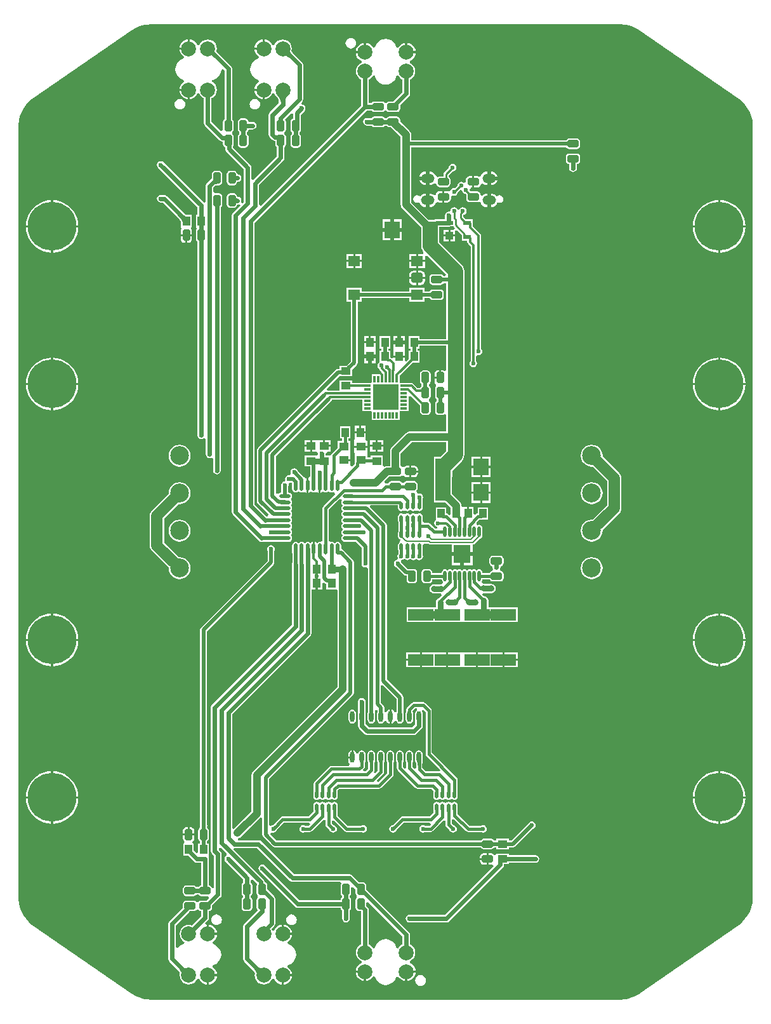
<source format=gbl>
G04*
G04 #@! TF.GenerationSoftware,Altium Limited,Altium Designer,21.8.1 (53)*
G04*
G04 Layer_Physical_Order=2*
G04 Layer_Color=16711680*
%FSLAX42Y42*%
%MOMM*%
G71*
G04*
G04 #@! TF.SameCoordinates,ECD59B7C-F3D5-4042-AA40-CB62378B2820*
G04*
G04*
G04 #@! TF.FilePolarity,Positive*
G04*
G01*
G75*
%ADD10C,0.20*%
%ADD22R,1.25X1.00*%
G04:AMPARAMS|DCode=23|XSize=1.6mm|YSize=1.4mm|CornerRadius=0.35mm|HoleSize=0mm|Usage=FLASHONLY|Rotation=180.000|XOffset=0mm|YOffset=0mm|HoleType=Round|Shape=RoundedRectangle|*
%AMROUNDEDRECTD23*
21,1,1.60,0.70,0,0,180.0*
21,1,0.90,1.40,0,0,180.0*
1,1,0.70,-0.45,0.35*
1,1,0.70,0.45,0.35*
1,1,0.70,0.45,-0.35*
1,1,0.70,-0.45,-0.35*
%
%ADD23ROUNDEDRECTD23*%
%ADD24R,1.60X1.40*%
%ADD25R,1.00X1.25*%
%ADD26C,0.60*%
%ADD27C,0.50*%
%ADD28C,1.00*%
%ADD29C,0.40*%
%ADD30C,0.30*%
%ADD31C,0.25*%
%ADD32C,1.50*%
G04:AMPARAMS|DCode=33|XSize=1.8mm|YSize=1.3mm|CornerRadius=0.65mm|HoleSize=0mm|Usage=FLASHONLY|Rotation=180.000|XOffset=0mm|YOffset=0mm|HoleType=Round|Shape=RoundedRectangle|*
%AMROUNDEDRECTD33*
21,1,1.80,0.00,0,0,180.0*
21,1,0.50,1.30,0,0,180.0*
1,1,1.30,-0.25,0.00*
1,1,1.30,0.25,0.00*
1,1,1.30,0.25,0.00*
1,1,1.30,-0.25,0.00*
%
%ADD33ROUNDEDRECTD33*%
%ADD34C,2.50*%
%ADD35C,2.00*%
%ADD36C,6.50*%
%ADD37C,0.60*%
%ADD38C,0.80*%
%ADD39O,0.45X1.40*%
%ADD40R,2.31X2.46*%
%ADD41O,0.45X1.00*%
%ADD42O,0.55X1.50*%
%ADD43O,1.50X0.55*%
%ADD44R,1.30X1.10*%
%ADD45R,3.40X1.50*%
G04:AMPARAMS|DCode=46|XSize=1mm|YSize=1.5mm|CornerRadius=0.25mm|HoleSize=0mm|Usage=FLASHONLY|Rotation=90.000|XOffset=0mm|YOffset=0mm|HoleType=Round|Shape=RoundedRectangle|*
%AMROUNDEDRECTD46*
21,1,1.00,1.00,0,0,90.0*
21,1,0.50,1.50,0,0,90.0*
1,1,0.50,0.50,0.25*
1,1,0.50,0.50,-0.25*
1,1,0.50,-0.50,-0.25*
1,1,0.50,-0.50,0.25*
%
%ADD46ROUNDEDRECTD46*%
G04:AMPARAMS|DCode=47|XSize=1mm|YSize=1.5mm|CornerRadius=0.25mm|HoleSize=0mm|Usage=FLASHONLY|Rotation=180.000|XOffset=0mm|YOffset=0mm|HoleType=Round|Shape=RoundedRectangle|*
%AMROUNDEDRECTD47*
21,1,1.00,1.00,0,0,180.0*
21,1,0.50,1.50,0,0,180.0*
1,1,0.50,-0.25,0.50*
1,1,0.50,0.25,0.50*
1,1,0.50,0.25,-0.50*
1,1,0.50,-0.25,-0.50*
%
%ADD47ROUNDEDRECTD47*%
%ADD48R,2.03X2.28*%
%ADD49R,0.30X0.95*%
%ADD50R,0.95X0.30*%
%ADD51R,3.35X3.35*%
%ADD52R,1.00X1.00*%
%ADD53R,1.00X0.60*%
%ADD54O,0.60X1.45*%
%ADD55C,2.00*%
%ADD56C,0.45*%
%ADD57C,0.35*%
%ADD58C,0.80*%
%ADD59C,0.56*%
G36*
X3176Y6497D02*
X3211Y6492D01*
X3246Y6484D01*
X3280Y6473D01*
X3314Y6460D01*
X3346Y6444D01*
X3377Y6426D01*
X3391Y6416D01*
X3391Y6416D01*
X4694Y5519D01*
X4718Y5503D01*
X4761Y5465D01*
X4799Y5422D01*
X4832Y5375D01*
X4859Y5324D01*
X4879Y5270D01*
X4893Y5214D01*
X4900Y5157D01*
Y5128D01*
Y-5128D01*
Y-5157D01*
X4893Y-5214D01*
X4879Y-5270D01*
X4859Y-5324D01*
X4832Y-5375D01*
X4799Y-5422D01*
X4761Y-5465D01*
X4718Y-5503D01*
X4694Y-5519D01*
X4694Y-5519D01*
Y-5519D01*
X3391Y-6416D01*
X3377Y-6426D01*
X3346Y-6444D01*
X3314Y-6460D01*
X3280Y-6473D01*
X3246Y-6484D01*
X3211Y-6492D01*
X3176Y-6497D01*
X3140Y-6500D01*
X-3140D01*
X-3176Y-6497D01*
X-3211Y-6492D01*
X-3246Y-6484D01*
X-3280Y-6473D01*
X-3314Y-6460D01*
X-3346Y-6444D01*
X-3377Y-6426D01*
X-3391Y-6416D01*
X-4694Y-5519D01*
X-4718Y-5503D01*
X-4761Y-5465D01*
X-4799Y-5422D01*
X-4832Y-5375D01*
X-4859Y-5324D01*
X-4879Y-5270D01*
X-4893Y-5214D01*
X-4900Y-5157D01*
Y-5128D01*
Y5128D01*
Y5157D01*
X-4893Y5214D01*
X-4879Y5270D01*
X-4859Y5324D01*
X-4832Y5375D01*
X-4799Y5422D01*
X-4761Y5465D01*
X-4718Y5503D01*
X-4694Y5519D01*
X-4694D01*
X-3391Y6416D01*
X-3377Y6426D01*
X-3346Y6444D01*
X-3314Y6460D01*
X-3280Y6473D01*
X-3246Y6484D01*
X-3211Y6492D01*
X-3176Y6497D01*
X-3140Y6500D01*
X3140D01*
X3176Y6497D01*
D02*
G37*
%LPC*%
G36*
X0Y6306D02*
X-38Y6301D01*
X-73Y6287D01*
X-103Y6263D01*
X-127Y6233D01*
X-141Y6198D01*
X-141Y6197D01*
X-160Y6192D01*
X-167Y6192D01*
X-186Y6216D01*
X-212Y6236D01*
X-242Y6249D01*
X-260Y6251D01*
Y6127D01*
X-275D01*
Y6112D01*
X-399D01*
X-397Y6094D01*
X-384Y6064D01*
X-364Y6038D01*
X-338Y6018D01*
X-321Y6011D01*
X-321Y5984D01*
X-336Y5978D01*
X-361Y5959D01*
X-380Y5934D01*
X-392Y5904D01*
X-396Y5873D01*
X-392Y5842D01*
X-380Y5812D01*
X-361Y5787D01*
X-336Y5768D01*
X-326Y5764D01*
Y5421D01*
X-1664Y4083D01*
X-1689Y4093D01*
Y4359D01*
X-1364Y4684D01*
X-1353Y4700D01*
X-1349Y4720D01*
Y4863D01*
X-1343Y4868D01*
X-1333Y4882D01*
X-1329Y4900D01*
Y5000D01*
X-1333Y5018D01*
X-1343Y5032D01*
X-1348Y5036D01*
Y5064D01*
X-1343Y5068D01*
X-1333Y5082D01*
X-1329Y5100D01*
Y5200D01*
X-1333Y5218D01*
X-1343Y5232D01*
X-1343Y5235D01*
X-1260Y5318D01*
X-1258Y5318D01*
X-1236Y5307D01*
Y5244D01*
X-1243Y5242D01*
X-1257Y5232D01*
X-1267Y5218D01*
X-1271Y5200D01*
Y5100D01*
X-1267Y5082D01*
X-1257Y5068D01*
X-1251Y5063D01*
Y5037D01*
X-1257Y5032D01*
X-1267Y5018D01*
X-1271Y5000D01*
Y4900D01*
X-1267Y4882D01*
X-1257Y4868D01*
X-1243Y4858D01*
X-1225Y4854D01*
X-1175D01*
X-1157Y4858D01*
X-1143Y4868D01*
X-1133Y4882D01*
X-1129Y4900D01*
Y5000D01*
X-1133Y5018D01*
X-1143Y5032D01*
X-1149Y5037D01*
Y5063D01*
X-1143Y5068D01*
X-1133Y5082D01*
X-1129Y5100D01*
Y5200D01*
X-1133Y5218D01*
X-1134Y5220D01*
Y5294D01*
X-1084Y5344D01*
X-1073Y5360D01*
X-1069Y5380D01*
X-1073Y5400D01*
X-1084Y5416D01*
X-1100Y5427D01*
X-1113Y5430D01*
X-1122Y5449D01*
X-1123Y5455D01*
X-1114Y5464D01*
X-1103Y5480D01*
X-1099Y5500D01*
Y5957D01*
X-1103Y5977D01*
X-1103Y5977D01*
X-1114Y5994D01*
X-1231Y6111D01*
X-1232Y6112D01*
X-1241Y6120D01*
X-1243Y6122D01*
X-1246Y6127D01*
X-1250Y6132D01*
X-1252Y6137D01*
X-1254Y6140D01*
X-1255Y6144D01*
X-1255Y6147D01*
X-1255Y6149D01*
X-1255Y6153D01*
X-1255Y6154D01*
X-1252Y6175D01*
X-1256Y6206D01*
X-1268Y6236D01*
X-1287Y6261D01*
X-1312Y6280D01*
X-1342Y6292D01*
X-1373Y6296D01*
X-1404Y6292D01*
X-1434Y6280D01*
X-1459Y6261D01*
X-1478Y6236D01*
X-1484Y6221D01*
X-1511Y6221D01*
X-1518Y6238D01*
X-1538Y6264D01*
X-1564Y6284D01*
X-1594Y6297D01*
X-1612Y6299D01*
Y6175D01*
X-1627D01*
Y6160D01*
X-1751D01*
X-1749Y6142D01*
X-1736Y6112D01*
X-1716Y6086D01*
X-1692Y6067D01*
X-1692Y6060D01*
X-1697Y6041D01*
X-1698Y6041D01*
X-1733Y6027D01*
X-1763Y6003D01*
X-1787Y5973D01*
X-1801Y5938D01*
X-1806Y5900D01*
X-1801Y5862D01*
X-1787Y5827D01*
X-1763Y5797D01*
X-1733Y5773D01*
X-1698Y5759D01*
X-1697Y5759D01*
X-1692Y5740D01*
X-1692Y5733D01*
X-1716Y5714D01*
X-1736Y5688D01*
X-1749Y5658D01*
X-1751Y5640D01*
X-1627D01*
Y5625D01*
X-1612D01*
Y5501D01*
X-1594Y5503D01*
X-1564Y5516D01*
X-1538Y5536D01*
X-1518Y5562D01*
X-1511Y5579D01*
X-1484Y5579D01*
X-1478Y5564D01*
X-1459Y5539D01*
X-1455Y5537D01*
X-1451Y5532D01*
X-1445Y5525D01*
X-1439Y5518D01*
X-1435Y5511D01*
X-1431Y5504D01*
X-1429Y5497D01*
X-1426Y5490D01*
X-1425Y5484D01*
X-1424Y5478D01*
Y5448D01*
X-1546Y5326D01*
X-1557Y5310D01*
X-1561Y5290D01*
Y5030D01*
X-1557Y5011D01*
X-1546Y4994D01*
X-1511Y4959D01*
X-1494Y4948D01*
X-1475Y4944D01*
X-1471D01*
Y4900D01*
X-1467Y4882D01*
X-1457Y4868D01*
X-1451Y4863D01*
Y4741D01*
X-1764Y4428D01*
X-1789Y4438D01*
Y4590D01*
X-1793Y4610D01*
X-1804Y4626D01*
X-2040Y4862D01*
Y4871D01*
X-2033Y4882D01*
X-2029Y4900D01*
Y5000D01*
X-2033Y5018D01*
X-2043Y5032D01*
X-2048Y5036D01*
Y5064D01*
X-2043Y5068D01*
X-2033Y5082D01*
X-2029Y5100D01*
Y5200D01*
X-2033Y5218D01*
X-2043Y5232D01*
X-2049Y5237D01*
Y5907D01*
X-2053Y5927D01*
X-2064Y5944D01*
X-2231Y6111D01*
X-2232Y6112D01*
X-2259Y6138D01*
X-2256Y6144D01*
X-2252Y6175D01*
X-2256Y6206D01*
X-2268Y6236D01*
X-2287Y6261D01*
X-2312Y6280D01*
X-2342Y6292D01*
X-2373Y6296D01*
X-2404Y6292D01*
X-2434Y6280D01*
X-2459Y6261D01*
X-2478Y6236D01*
X-2484Y6221D01*
X-2511Y6221D01*
X-2518Y6238D01*
X-2538Y6264D01*
X-2564Y6284D01*
X-2594Y6297D01*
X-2612Y6299D01*
Y6175D01*
X-2627D01*
Y6160D01*
X-2751D01*
X-2749Y6142D01*
X-2736Y6112D01*
X-2716Y6086D01*
X-2692Y6067D01*
X-2692Y6060D01*
X-2697Y6041D01*
X-2698Y6041D01*
X-2733Y6027D01*
X-2763Y6003D01*
X-2787Y5973D01*
X-2801Y5938D01*
X-2806Y5900D01*
X-2801Y5862D01*
X-2787Y5827D01*
X-2763Y5797D01*
X-2733Y5773D01*
X-2698Y5759D01*
X-2697Y5759D01*
X-2692Y5740D01*
X-2692Y5733D01*
X-2716Y5714D01*
X-2736Y5688D01*
X-2749Y5658D01*
X-2751Y5640D01*
X-2627D01*
Y5625D01*
X-2612D01*
Y5501D01*
X-2594Y5503D01*
X-2564Y5516D01*
X-2538Y5536D01*
X-2518Y5562D01*
X-2511Y5579D01*
X-2484Y5579D01*
X-2478Y5564D01*
X-2459Y5539D01*
X-2434Y5520D01*
X-2424Y5516D01*
Y5183D01*
X-2420Y5163D01*
X-2409Y5147D01*
X-2215Y4953D01*
X-2198Y4942D01*
X-2179Y4938D01*
X-2171D01*
Y4900D01*
X-2167Y4882D01*
X-2157Y4868D01*
X-2143Y4858D01*
X-2142Y4858D01*
Y4841D01*
X-2138Y4822D01*
X-2127Y4805D01*
X-1891Y4569D01*
Y4131D01*
X-1910Y4112D01*
X-1930Y4128D01*
X-1928Y4130D01*
X-1924Y4150D01*
X-1928Y4169D01*
X-1939Y4186D01*
X-1955Y4197D01*
X-1975Y4201D01*
X-1983Y4218D01*
X-1993Y4232D01*
X-2007Y4242D01*
X-2025Y4246D01*
X-2075D01*
X-2093Y4242D01*
X-2107Y4232D01*
X-2117Y4218D01*
X-2121Y4200D01*
Y4171D01*
X-2122Y4170D01*
X-2126Y4150D01*
X-2122Y4130D01*
X-2121Y4129D01*
Y4100D01*
X-2117Y4082D01*
X-2107Y4068D01*
X-2093Y4058D01*
X-2075Y4054D01*
X-2025D01*
X-2007Y4058D01*
X-1993Y4068D01*
X-1983Y4082D01*
X-1979Y4099D01*
X-1975D01*
X-1955Y4103D01*
X-1953Y4105D01*
X-1937Y4085D01*
X-2036Y3986D01*
X-2047Y3970D01*
X-2051Y3950D01*
X-2051Y-3D01*
X-2047Y-22D01*
X-2036Y-39D01*
X-1689Y-386D01*
X-1672Y-397D01*
X-1653Y-401D01*
X-1633Y-397D01*
X-1632Y-396D01*
X-1405D01*
X-1392Y-398D01*
X-1297D01*
X-1279Y-395D01*
X-1263Y-384D01*
X-1253Y-369D01*
X-1249Y-350D01*
X-1253Y-331D01*
X-1263Y-316D01*
Y-304D01*
X-1253Y-289D01*
X-1249Y-270D01*
X-1253Y-251D01*
X-1263Y-236D01*
Y-224D01*
X-1253Y-209D01*
X-1249Y-190D01*
X-1253Y-171D01*
X-1263Y-156D01*
Y-144D01*
X-1253Y-129D01*
X-1249Y-110D01*
X-1253Y-91D01*
X-1263Y-76D01*
Y-64D01*
X-1253Y-49D01*
X-1249Y-30D01*
X-1253Y-11D01*
X-1263Y4D01*
Y16D01*
X-1253Y31D01*
X-1249Y50D01*
X-1253Y69D01*
X-1263Y84D01*
Y96D01*
X-1253Y111D01*
X-1249Y130D01*
X-1253Y149D01*
X-1263Y164D01*
Y176D01*
X-1253Y191D01*
X-1249Y210D01*
X-1253Y229D01*
X-1263Y244D01*
X-1279Y255D01*
X-1297Y258D01*
X-1299D01*
Y334D01*
X-1298Y335D01*
X-1294Y355D01*
X-1296Y365D01*
X-1295Y369D01*
X-1283Y388D01*
X-1279Y391D01*
X-1274Y392D01*
X-1256D01*
X-1248Y385D01*
Y307D01*
X-1245Y289D01*
X-1234Y273D01*
X-1219Y263D01*
X-1200Y259D01*
X-1181Y263D01*
X-1166Y273D01*
X-1154D01*
X-1139Y263D01*
X-1120Y259D01*
X-1101Y263D01*
X-1086Y273D01*
X-1064Y260D01*
X-1061Y258D01*
X-1053Y256D01*
Y355D01*
Y454D01*
X-1061Y452D01*
X-1089Y463D01*
X-1172Y547D01*
X-1173Y550D01*
X-1184Y566D01*
X-1200Y577D01*
X-1220Y581D01*
X-1240Y577D01*
X-1256Y566D01*
X-1267Y550D01*
X-1271Y530D01*
X-1267Y510D01*
X-1283Y490D01*
X-1290Y491D01*
X-1310Y487D01*
X-1326Y476D01*
X-1337Y460D01*
X-1341Y440D01*
X-1339Y430D01*
X-1343Y416D01*
X-1356Y404D01*
X-1365Y402D01*
X-1381Y391D01*
X-1392Y375D01*
X-1396Y355D01*
X-1392Y335D01*
X-1391Y334D01*
Y258D01*
X-1392D01*
X-1411Y255D01*
X-1427Y244D01*
X-1455Y244D01*
X-1463Y249D01*
X-1464Y253D01*
Y741D01*
X-728Y1478D01*
X-718Y1492D01*
X-717Y1494D01*
X-308D01*
Y1445D01*
Y1345D01*
X-193D01*
Y1337D01*
X-185D01*
Y1223D01*
X185D01*
Y1337D01*
X193D01*
Y1345D01*
X308D01*
Y1445D01*
Y1539D01*
X330Y1552D01*
X459Y1422D01*
Y1340D01*
X463Y1322D01*
X473Y1308D01*
X487Y1298D01*
X505Y1294D01*
X555D01*
X573Y1298D01*
X587Y1308D01*
X597Y1322D01*
X601Y1340D01*
Y1440D01*
X597Y1458D01*
X587Y1472D01*
X582Y1476D01*
Y1504D01*
X587Y1508D01*
X597Y1522D01*
X601Y1540D01*
Y1640D01*
X597Y1658D01*
X587Y1672D01*
X580Y1677D01*
Y1703D01*
X587Y1708D01*
X597Y1722D01*
X601Y1740D01*
Y1840D01*
X597Y1858D01*
X587Y1872D01*
X573Y1882D01*
X555Y1886D01*
X505D01*
X487Y1882D01*
X473Y1872D01*
X463Y1858D01*
X459Y1840D01*
Y1740D01*
X463Y1722D01*
X473Y1708D01*
X480Y1703D01*
Y1677D01*
X473Y1672D01*
X463Y1658D01*
X462Y1653D01*
X427D01*
X375Y1705D01*
X364Y1713D01*
X350Y1716D01*
X240D01*
X237Y1715D01*
X193D01*
Y1723D01*
X185D01*
Y1767D01*
X186Y1770D01*
Y1813D01*
X360Y1987D01*
X450D01*
Y2152D01*
X426D01*
Y2177D01*
X450D01*
Y2214D01*
X809D01*
Y1892D01*
X807Y1891D01*
X784Y1881D01*
X775Y1887D01*
X755Y1891D01*
X743D01*
Y1790D01*
X730D01*
Y1777D01*
X654D01*
Y1740D01*
X658Y1720D01*
X669Y1704D01*
X671Y1702D01*
X673Y1672D01*
X672Y1672D01*
X663Y1658D01*
X661Y1650D01*
X659Y1640D01*
Y1540D01*
X663Y1522D01*
X673Y1508D01*
X680Y1503D01*
Y1477D01*
X673Y1472D01*
X663Y1458D01*
X659Y1440D01*
Y1340D01*
X663Y1322D01*
X673Y1308D01*
X687Y1298D01*
X705Y1294D01*
X755D01*
X773Y1298D01*
X784Y1305D01*
X798Y1301D01*
X809Y1295D01*
Y1071D01*
X320D01*
X302Y1068D01*
X285Y1061D01*
X270Y1050D01*
X80Y860D01*
X69Y845D01*
X62Y828D01*
X59Y810D01*
Y611D01*
X20D01*
X2Y608D01*
X-15Y601D01*
X-17Y600D01*
X-38Y616D01*
Y750D01*
X-203D01*
Y726D01*
X-245D01*
Y765D01*
X-245Y765D01*
X-244Y790D01*
X-240D01*
Y857D01*
X-330D01*
X-420D01*
Y790D01*
X-416D01*
X-415Y765D01*
X-415Y765D01*
Y659D01*
X-416Y655D01*
X-416Y655D01*
Y637D01*
X-446Y607D01*
X-470Y618D01*
Y677D01*
X-560D01*
Y703D01*
X-470D01*
Y770D01*
X-474D01*
X-475Y795D01*
X-475D01*
Y945D01*
X-499D01*
Y977D01*
X-470D01*
Y1142D01*
X-610D01*
Y977D01*
X-581D01*
Y945D01*
X-645D01*
Y853D01*
X-719Y779D01*
X-728Y766D01*
X-738Y750D01*
X-754Y750D01*
X-799D01*
Y780D01*
X-779Y805D01*
X-732D01*
Y867D01*
X-820D01*
Y880D01*
X-833D01*
Y955D01*
X-982D01*
Y880D01*
Y805D01*
X-921D01*
X-901Y780D01*
Y770D01*
X-913Y750D01*
X-1078D01*
Y610D01*
X-1006D01*
Y471D01*
X-1027Y457D01*
Y355D01*
Y256D01*
X-1019Y258D01*
X-1016Y260D01*
X-994Y273D01*
X-979Y263D01*
X-960Y259D01*
X-941Y263D01*
X-926Y273D01*
X-904Y260D01*
X-901Y258D01*
X-893Y256D01*
Y355D01*
X-867D01*
Y256D01*
X-859Y258D01*
X-856Y260D01*
X-834Y273D01*
X-819Y263D01*
X-800Y259D01*
X-781Y263D01*
X-766Y273D01*
X-754D01*
X-739Y263D01*
X-720Y259D01*
X-701Y263D01*
X-696Y266D01*
X-680Y260D01*
X-675Y233D01*
X-829Y79D01*
X-838Y66D01*
X-841Y50D01*
X-841Y50D01*
Y-387D01*
X-850Y-393D01*
X-866Y-402D01*
X-880Y-399D01*
X-899Y-403D01*
X-914Y-413D01*
X-936Y-400D01*
X-939Y-398D01*
X-947Y-396D01*
Y-495D01*
X-973D01*
Y-396D01*
X-981Y-398D01*
X-984Y-400D01*
X-1006Y-413D01*
X-1021Y-403D01*
X-1040Y-399D01*
X-1059Y-403D01*
X-1074Y-413D01*
X-1086D01*
X-1101Y-403D01*
X-1120Y-399D01*
X-1139Y-403D01*
X-1154Y-413D01*
X-1166D01*
X-1181Y-403D01*
X-1200Y-399D01*
X-1219Y-403D01*
X-1234Y-413D01*
X-1245Y-429D01*
X-1248Y-448D01*
Y-543D01*
X-1246Y-555D01*
Y-679D01*
X-1247Y-680D01*
X-1251Y-700D01*
Y-1504D01*
X-2316Y-2569D01*
X-2327Y-2586D01*
X-2331Y-2605D01*
X-2331Y-4520D01*
X-2327Y-4540D01*
X-2316Y-4556D01*
X-2291Y-4581D01*
Y-5013D01*
X-2316Y-5016D01*
X-2318Y-5007D01*
X-2328Y-4993D01*
X-2342Y-4983D01*
X-2359Y-4979D01*
Y-4625D01*
X-2363Y-4608D01*
X-2362Y-4607D01*
X-2360Y-4582D01*
X-2360D01*
Y-4417D01*
X-2384D01*
Y-4390D01*
X-2373Y-4382D01*
X-2363Y-4368D01*
X-2359Y-4350D01*
Y-4250D01*
X-2363Y-4232D01*
X-2373Y-4218D01*
X-2383Y-4200D01*
X-2379Y-4180D01*
X-2383Y-4160D01*
X-2384Y-4159D01*
Y-1589D01*
X-1498Y-702D01*
X-1488Y-688D01*
X-1484Y-670D01*
Y-516D01*
X-1483Y-515D01*
X-1479Y-495D01*
X-1483Y-475D01*
X-1494Y-459D01*
X-1510Y-448D01*
X-1530Y-444D01*
X-1550Y-448D01*
X-1566Y-459D01*
X-1577Y-475D01*
X-1581Y-495D01*
X-1577Y-515D01*
X-1576Y-516D01*
Y-651D01*
X-2462Y-1538D01*
X-2472Y-1552D01*
X-2476Y-1570D01*
Y-4159D01*
X-2477Y-4160D01*
X-2481Y-4180D01*
X-2477Y-4200D01*
X-2487Y-4218D01*
X-2497Y-4232D01*
X-2501Y-4250D01*
Y-4350D01*
X-2497Y-4368D01*
X-2487Y-4382D01*
X-2476Y-4390D01*
Y-4417D01*
X-2500D01*
Y-4538D01*
X-2523Y-4547D01*
X-2560Y-4510D01*
Y-4417D01*
X-2570D01*
X-2578Y-4392D01*
X-2569Y-4386D01*
X-2558Y-4370D01*
X-2554Y-4350D01*
Y-4313D01*
X-2706D01*
Y-4350D01*
X-2702Y-4370D01*
X-2691Y-4386D01*
X-2682Y-4392D01*
X-2690Y-4417D01*
X-2700D01*
Y-4583D01*
X-2632D01*
X-2554Y-4661D01*
X-2537Y-4672D01*
X-2518Y-4676D01*
X-2461D01*
Y-4979D01*
X-2478Y-4983D01*
X-2492Y-4993D01*
X-2497Y-4999D01*
X-2523D01*
X-2528Y-4993D01*
X-2542Y-4983D01*
X-2560Y-4979D01*
X-2660D01*
X-2678Y-4983D01*
X-2692Y-4993D01*
X-2702Y-5007D01*
X-2706Y-5025D01*
Y-5075D01*
X-2702Y-5093D01*
X-2692Y-5107D01*
X-2678Y-5117D01*
X-2660Y-5121D01*
X-2560D01*
X-2542Y-5117D01*
X-2528Y-5107D01*
X-2523Y-5101D01*
X-2497D01*
X-2492Y-5107D01*
X-2478Y-5117D01*
X-2460Y-5121D01*
X-2368D01*
X-2357Y-5143D01*
X-2357Y-5145D01*
X-2391Y-5179D01*
X-2460D01*
X-2478Y-5183D01*
X-2492Y-5193D01*
X-2496Y-5198D01*
X-2524D01*
X-2528Y-5193D01*
X-2542Y-5183D01*
X-2560Y-5179D01*
X-2660D01*
X-2678Y-5183D01*
X-2692Y-5193D01*
X-2702Y-5207D01*
X-2706Y-5225D01*
Y-5270D01*
X-2706Y-5270D01*
Y-5274D01*
X-2886Y-5454D01*
X-2897Y-5470D01*
X-2901Y-5490D01*
Y-5957D01*
X-2897Y-5977D01*
X-2897Y-5977D01*
X-2886Y-5994D01*
X-2769Y-6111D01*
X-2768Y-6112D01*
X-2759Y-6120D01*
X-2757Y-6122D01*
X-2754Y-6127D01*
X-2750Y-6132D01*
X-2748Y-6136D01*
X-2746Y-6140D01*
X-2745Y-6144D01*
X-2745Y-6147D01*
X-2745Y-6149D01*
X-2745Y-6153D01*
X-2745Y-6154D01*
X-2748Y-6175D01*
X-2744Y-6206D01*
X-2732Y-6236D01*
X-2713Y-6261D01*
X-2688Y-6280D01*
X-2658Y-6292D01*
X-2627Y-6296D01*
X-2596Y-6292D01*
X-2566Y-6280D01*
X-2541Y-6261D01*
X-2522Y-6236D01*
X-2516Y-6221D01*
X-2489Y-6221D01*
X-2482Y-6238D01*
X-2462Y-6264D01*
X-2436Y-6284D01*
X-2406Y-6297D01*
X-2388Y-6299D01*
Y-6175D01*
X-2373D01*
Y-6160D01*
X-2249D01*
X-2251Y-6142D01*
X-2264Y-6112D01*
X-2284Y-6086D01*
X-2308Y-6067D01*
X-2308Y-6060D01*
X-2303Y-6041D01*
X-2302Y-6041D01*
X-2267Y-6027D01*
X-2237Y-6003D01*
X-2213Y-5973D01*
X-2199Y-5938D01*
X-2194Y-5900D01*
X-2199Y-5862D01*
X-2213Y-5827D01*
X-2237Y-5797D01*
X-2267Y-5773D01*
X-2302Y-5759D01*
X-2303Y-5759D01*
X-2308Y-5740D01*
X-2308Y-5733D01*
X-2284Y-5714D01*
X-2264Y-5688D01*
X-2251Y-5658D01*
X-2249Y-5640D01*
X-2373D01*
Y-5625D01*
X-2388D01*
Y-5501D01*
X-2397Y-5502D01*
X-2408Y-5478D01*
X-2374Y-5444D01*
X-2363Y-5428D01*
X-2359Y-5408D01*
Y-5321D01*
X-2342Y-5317D01*
X-2328Y-5307D01*
X-2318Y-5293D01*
X-2314Y-5275D01*
Y-5246D01*
X-2204Y-5136D01*
X-2193Y-5120D01*
X-2189Y-5100D01*
Y-4560D01*
X-2193Y-4540D01*
X-2204Y-4524D01*
X-2226Y-4502D01*
X-2224Y-4480D01*
X-2201Y-4471D01*
X-2120Y-4552D01*
X-2120Y-4560D01*
X-2126Y-4582D01*
X-2136Y-4589D01*
X-2147Y-4605D01*
X-2151Y-4625D01*
X-2147Y-4645D01*
X-2136Y-4661D01*
X-1901Y-4896D01*
Y-4943D01*
X-1907Y-4948D01*
X-1917Y-4962D01*
X-1921Y-4980D01*
Y-5080D01*
X-1917Y-5098D01*
X-1907Y-5112D01*
X-1903Y-5115D01*
Y-5140D01*
X-1907Y-5143D01*
X-1917Y-5157D01*
X-1921Y-5175D01*
Y-5275D01*
X-1917Y-5293D01*
X-1907Y-5307D01*
X-1893Y-5317D01*
X-1875Y-5321D01*
X-1825D01*
X-1807Y-5317D01*
X-1793Y-5307D01*
X-1783Y-5293D01*
X-1779Y-5275D01*
Y-5175D01*
X-1783Y-5157D01*
X-1793Y-5143D01*
X-1797Y-5140D01*
Y-5115D01*
X-1793Y-5112D01*
X-1783Y-5098D01*
X-1779Y-5080D01*
Y-4980D01*
X-1783Y-4962D01*
X-1793Y-4948D01*
X-1799Y-4943D01*
Y-4908D01*
X-1774Y-4898D01*
X-1720Y-4952D01*
Y-4975D01*
X-1721Y-4980D01*
Y-5080D01*
X-1717Y-5098D01*
X-1707Y-5112D01*
X-1707Y-5112D01*
Y-5143D01*
X-1707Y-5143D01*
X-1717Y-5157D01*
X-1721Y-5175D01*
Y-5275D01*
X-1717Y-5293D01*
X-1707Y-5307D01*
X-1707Y-5310D01*
X-1886Y-5489D01*
X-1897Y-5505D01*
X-1901Y-5525D01*
Y-5957D01*
X-1897Y-5977D01*
X-1886Y-5994D01*
X-1769Y-6111D01*
X-1768Y-6112D01*
X-1759Y-6120D01*
X-1757Y-6122D01*
X-1754Y-6127D01*
X-1750Y-6132D01*
X-1748Y-6136D01*
X-1746Y-6140D01*
X-1745Y-6144D01*
X-1745Y-6147D01*
X-1745Y-6149D01*
X-1745Y-6153D01*
X-1745Y-6154D01*
X-1748Y-6175D01*
X-1744Y-6206D01*
X-1732Y-6236D01*
X-1713Y-6261D01*
X-1688Y-6280D01*
X-1658Y-6292D01*
X-1627Y-6296D01*
X-1596Y-6292D01*
X-1566Y-6280D01*
X-1541Y-6261D01*
X-1522Y-6236D01*
X-1516Y-6221D01*
X-1489Y-6221D01*
X-1482Y-6238D01*
X-1462Y-6264D01*
X-1436Y-6284D01*
X-1406Y-6297D01*
X-1388Y-6299D01*
Y-6175D01*
X-1373D01*
Y-6160D01*
X-1249D01*
X-1251Y-6142D01*
X-1264Y-6112D01*
X-1284Y-6086D01*
X-1308Y-6067D01*
X-1308Y-6060D01*
X-1303Y-6041D01*
X-1302Y-6041D01*
X-1267Y-6027D01*
X-1237Y-6003D01*
X-1213Y-5973D01*
X-1199Y-5938D01*
X-1194Y-5900D01*
X-1199Y-5862D01*
X-1213Y-5827D01*
X-1237Y-5797D01*
X-1267Y-5773D01*
X-1302Y-5759D01*
X-1303Y-5759D01*
X-1308Y-5740D01*
X-1308Y-5733D01*
X-1284Y-5714D01*
X-1264Y-5688D01*
X-1251Y-5658D01*
X-1249Y-5640D01*
X-1373D01*
Y-5625D01*
X-1388D01*
Y-5501D01*
X-1406Y-5503D01*
X-1436Y-5516D01*
X-1462Y-5536D01*
X-1482Y-5562D01*
X-1489Y-5579D01*
X-1515Y-5579D01*
X-1525Y-5558D01*
X-1489Y-5521D01*
X-1478Y-5505D01*
X-1474Y-5485D01*
X-1474Y-5155D01*
X-1478Y-5136D01*
X-1489Y-5119D01*
X-1579Y-5029D01*
Y-4980D01*
X-1583Y-4962D01*
X-1593Y-4948D01*
X-1607Y-4938D01*
X-1618Y-4936D01*
Y-4931D01*
X-1622Y-4912D01*
X-1633Y-4895D01*
X-2028Y-4499D01*
X-2020Y-4480D01*
X-2017Y-4476D01*
X-1716D01*
X-1276Y-4916D01*
X-1260Y-4927D01*
X-1240Y-4931D01*
X-604D01*
X-593Y-4956D01*
X-597Y-4962D01*
X-601Y-4980D01*
Y-5080D01*
X-597Y-5098D01*
X-587Y-5112D01*
X-583Y-5115D01*
Y-5140D01*
X-587Y-5143D01*
X-597Y-5157D01*
X-601Y-5174D01*
X-1149D01*
X-1609Y-4714D01*
X-1625Y-4703D01*
X-1645Y-4699D01*
X-1664Y-4703D01*
X-1681Y-4714D01*
X-1692Y-4730D01*
X-1696Y-4750D01*
X-1692Y-4770D01*
X-1681Y-4786D01*
X-1206Y-5261D01*
X-1189Y-5272D01*
X-1170Y-5276D01*
X-601D01*
X-597Y-5293D01*
X-587Y-5307D01*
X-581Y-5312D01*
Y-5420D01*
X-577Y-5440D01*
X-566Y-5456D01*
X-550Y-5467D01*
X-530Y-5471D01*
X-510Y-5467D01*
X-494Y-5456D01*
X-483Y-5440D01*
X-479Y-5420D01*
Y-5312D01*
X-473Y-5307D01*
X-463Y-5293D01*
X-459Y-5275D01*
Y-5175D01*
X-463Y-5157D01*
X-473Y-5143D01*
X-477Y-5140D01*
Y-5115D01*
X-473Y-5112D01*
X-463Y-5098D01*
X-459Y-5080D01*
Y-5008D01*
X-434Y-4998D01*
X-401Y-5031D01*
Y-5080D01*
X-397Y-5098D01*
X-387Y-5112D01*
X-387Y-5112D01*
Y-5143D01*
X-387Y-5143D01*
X-397Y-5157D01*
X-401Y-5175D01*
Y-5275D01*
X-397Y-5293D01*
X-387Y-5307D01*
X-373Y-5317D01*
X-355Y-5321D01*
X-331D01*
X-326Y-5326D01*
Y-5764D01*
X-336Y-5768D01*
X-361Y-5787D01*
X-380Y-5812D01*
X-392Y-5842D01*
X-396Y-5873D01*
X-392Y-5904D01*
X-380Y-5934D01*
X-361Y-5959D01*
X-336Y-5978D01*
X-321Y-5984D01*
X-321Y-6011D01*
X-338Y-6018D01*
X-364Y-6038D01*
X-384Y-6064D01*
X-397Y-6094D01*
X-399Y-6112D01*
X-275D01*
Y-6127D01*
X-260D01*
Y-6251D01*
X-242Y-6249D01*
X-212Y-6236D01*
X-186Y-6216D01*
X-167Y-6192D01*
X-160Y-6192D01*
X-141Y-6197D01*
X-141Y-6198D01*
X-127Y-6233D01*
X-103Y-6263D01*
X-73Y-6287D01*
X-38Y-6301D01*
X0Y-6306D01*
X38Y-6301D01*
X73Y-6287D01*
X103Y-6263D01*
X127Y-6233D01*
X141Y-6198D01*
X141Y-6197D01*
X160Y-6192D01*
X167Y-6192D01*
X186Y-6216D01*
X212Y-6236D01*
X242Y-6249D01*
X260Y-6251D01*
Y-6127D01*
X275D01*
Y-6112D01*
X399D01*
X397Y-6094D01*
X384Y-6064D01*
X364Y-6038D01*
X338Y-6018D01*
X321Y-6011D01*
X321Y-5984D01*
X336Y-5978D01*
X361Y-5959D01*
X380Y-5934D01*
X392Y-5904D01*
X396Y-5873D01*
X392Y-5842D01*
X380Y-5812D01*
X361Y-5787D01*
X336Y-5768D01*
X326Y-5764D01*
Y-5635D01*
X322Y-5615D01*
X311Y-5599D01*
X-259Y-5029D01*
Y-4980D01*
X-263Y-4962D01*
X-273Y-4948D01*
X-287Y-4938D01*
X-305Y-4934D01*
X-354D01*
X-444Y-4844D01*
X-460Y-4833D01*
X-480Y-4829D01*
X-1219D01*
X-1659Y-4389D01*
X-1675Y-4378D01*
X-1695Y-4374D01*
X-1966D01*
X-1968Y-4349D01*
X-1962Y-4348D01*
X-1945Y-4341D01*
X-1930Y-4330D01*
X-1671Y-4071D01*
X-1668Y-4071D01*
X-1646Y-4079D01*
Y-4300D01*
X-1642Y-4318D01*
X-1642Y-4318D01*
X-1632Y-4332D01*
X-1507Y-4457D01*
X-1493Y-4467D01*
X-1475Y-4471D01*
X1270D01*
X1278Y-4482D01*
X1292Y-4492D01*
X1310Y-4496D01*
X1410D01*
X1428Y-4492D01*
X1442Y-4482D01*
X1450Y-4471D01*
X1477D01*
Y-4495D01*
X1642D01*
Y-4471D01*
X1700D01*
X1718Y-4467D01*
X1733Y-4457D01*
X1967Y-4223D01*
X1970Y-4222D01*
X1986Y-4211D01*
X1997Y-4195D01*
X2001Y-4175D01*
X1997Y-4156D01*
X1986Y-4139D01*
X1970Y-4128D01*
X1950Y-4124D01*
X1930Y-4128D01*
X1914Y-4139D01*
X1903Y-4156D01*
X1902Y-4158D01*
X1681Y-4379D01*
X1642D01*
Y-4355D01*
X1477D01*
Y-4379D01*
X1450D01*
X1442Y-4368D01*
X1428Y-4358D01*
X1410Y-4354D01*
X1310D01*
X1292Y-4358D01*
X1278Y-4368D01*
X1270Y-4379D01*
X-1456D01*
X-1539Y-4296D01*
X-1537Y-4290D01*
X-1520Y-4272D01*
X-1500Y-4276D01*
X-1480Y-4272D01*
X-1464Y-4261D01*
X-1453Y-4245D01*
X-1451Y-4234D01*
X-1447Y-4230D01*
X-1358Y-4141D01*
X-1019D01*
X-1012Y-4150D01*
X-1007Y-4165D01*
X-1027Y-4184D01*
X-1071D01*
X-1080Y-4178D01*
X-1100Y-4174D01*
X-1120Y-4178D01*
X-1136Y-4189D01*
X-1147Y-4205D01*
X-1151Y-4225D01*
X-1147Y-4245D01*
X-1136Y-4261D01*
X-1120Y-4272D01*
X-1100Y-4276D01*
X-1080Y-4272D01*
X-1071Y-4266D01*
X-1067Y-4266D01*
X-1010D01*
X-1010Y-4266D01*
X-994Y-4263D01*
X-981Y-4254D01*
X-826Y-4098D01*
X-801Y-4109D01*
Y-4165D01*
X-801Y-4165D01*
X-798Y-4181D01*
X-789Y-4194D01*
X-749Y-4233D01*
X-747Y-4245D01*
X-736Y-4261D01*
X-720Y-4272D01*
X-700Y-4276D01*
X-680Y-4272D01*
X-664Y-4261D01*
X-653Y-4245D01*
X-649Y-4225D01*
X-653Y-4205D01*
X-664Y-4189D01*
X-680Y-4178D01*
X-691Y-4176D01*
X-695Y-4172D01*
X-719Y-4148D01*
Y-4119D01*
X-694Y-4108D01*
X-549Y-4254D01*
X-549Y-4254D01*
X-536Y-4263D01*
X-520Y-4266D01*
X-329D01*
X-320Y-4272D01*
X-300Y-4276D01*
X-280Y-4272D01*
X-264Y-4261D01*
X-253Y-4245D01*
X-249Y-4225D01*
X-253Y-4205D01*
X-264Y-4189D01*
X-280Y-4178D01*
X-300Y-4174D01*
X-320Y-4178D01*
X-329Y-4184D01*
X-333Y-4184D01*
X-503D01*
X-639Y-4048D01*
Y-3978D01*
X-639Y-3975D01*
X-639Y-3974D01*
X-637Y-3962D01*
Y-3907D01*
X-640Y-3891D01*
X-649Y-3877D01*
X-663Y-3867D01*
X-680Y-3864D01*
X-697Y-3867D01*
X-703Y-3872D01*
X-720Y-3875D01*
X-737Y-3872D01*
X-743Y-3867D01*
X-760Y-3864D01*
X-777Y-3867D01*
X-783Y-3872D01*
X-800Y-3875D01*
X-817Y-3872D01*
X-823Y-3867D01*
X-840Y-3864D01*
X-857Y-3867D01*
X-863Y-3872D01*
X-880Y-3875D01*
X-897Y-3872D01*
X-903Y-3867D01*
X-920Y-3864D01*
X-937Y-3867D01*
X-951Y-3877D01*
X-960Y-3891D01*
X-963Y-3907D01*
Y-3962D01*
X-961Y-3975D01*
Y-3988D01*
X-1032Y-4059D01*
X-1375D01*
X-1375Y-4059D01*
X-1391Y-4062D01*
X-1391Y-4062D01*
X-1404Y-4071D01*
X-1404Y-4071D01*
X-1508Y-4176D01*
X-1520Y-4178D01*
X-1529Y-4184D01*
X-1552Y-4175D01*
X-1554Y-4173D01*
Y-3559D01*
X-438Y-2442D01*
X-428Y-2428D01*
X-424Y-2410D01*
Y-666D01*
X-428Y-648D01*
X-438Y-633D01*
X-562Y-509D01*
X-577Y-499D01*
X-592Y-496D01*
Y-448D01*
X-595Y-429D01*
X-606Y-413D01*
X-621Y-403D01*
X-640Y-399D01*
X-659Y-403D01*
X-674Y-413D01*
X-686D01*
X-701Y-403D01*
X-720Y-399D01*
X-734Y-402D01*
X-750Y-393D01*
X-759Y-387D01*
Y33D01*
X-617Y175D01*
X-590Y170D01*
X-584Y154D01*
X-587Y149D01*
X-591Y130D01*
X-587Y111D01*
X-577Y96D01*
Y84D01*
X-587Y69D01*
X-591Y50D01*
X-587Y31D01*
X-577Y16D01*
Y4D01*
X-587Y-11D01*
X-591Y-30D01*
X-587Y-49D01*
X-577Y-64D01*
Y-76D01*
X-587Y-91D01*
X-591Y-110D01*
X-587Y-129D01*
X-577Y-144D01*
Y-156D01*
X-587Y-171D01*
X-591Y-190D01*
X-587Y-209D01*
X-577Y-224D01*
Y-236D01*
X-587Y-251D01*
X-591Y-270D01*
X-587Y-289D01*
X-577Y-304D01*
Y-316D01*
X-587Y-331D01*
X-591Y-350D01*
X-587Y-369D01*
X-577Y-384D01*
X-561Y-395D01*
X-542Y-398D01*
X-447D01*
X-435Y-396D01*
X-399D01*
X-316Y-479D01*
Y-669D01*
X-317Y-670D01*
X-321Y-690D01*
X-317Y-710D01*
X-306Y-726D01*
X-290Y-737D01*
X-270Y-741D01*
X-261Y-739D01*
X-236Y-755D01*
Y-2663D01*
X-238Y-2665D01*
X-241Y-2685D01*
Y-2770D01*
X-238Y-2790D01*
X-227Y-2806D01*
X-210Y-2817D01*
X-190Y-2821D01*
X-171Y-2817D01*
X-154Y-2806D01*
X-143Y-2790D01*
X-140Y-2770D01*
Y-2685D01*
X-143Y-2665D01*
X-144Y-2664D01*
Y-2644D01*
X-119Y-2631D01*
X-109Y-2639D01*
Y-2664D01*
X-111Y-2665D01*
X-114Y-2685D01*
Y-2770D01*
X-111Y-2790D01*
X-100Y-2806D01*
X-83Y-2817D01*
X-63Y-2821D01*
X-44Y-2817D01*
X-27Y-2806D01*
X-16Y-2790D01*
X-15Y-2785D01*
X10D01*
X11Y-2792D01*
X24Y-2810D01*
X42Y-2822D01*
X51Y-2824D01*
Y-2728D01*
Y-2631D01*
X42Y-2633D01*
X24Y-2645D01*
X11Y-2663D01*
X10Y-2670D01*
X-15D01*
X-16Y-2665D01*
X-18Y-2664D01*
Y-2607D01*
X-21Y-2589D01*
X-31Y-2574D01*
X-64Y-2541D01*
Y-2316D01*
X-39Y-2306D01*
X145Y-2490D01*
Y-2664D01*
X143Y-2665D01*
X142Y-2670D01*
X117D01*
X116Y-2663D01*
X103Y-2645D01*
X85Y-2633D01*
X76Y-2631D01*
Y-2728D01*
Y-2824D01*
X85Y-2822D01*
X103Y-2810D01*
X116Y-2792D01*
X117Y-2785D01*
X142D01*
X143Y-2790D01*
X154Y-2806D01*
X171Y-2817D01*
X191Y-2821D01*
X210Y-2817D01*
X227Y-2806D01*
X238Y-2790D01*
X241Y-2770D01*
Y-2685D01*
X238Y-2665D01*
X236Y-2664D01*
Y-2471D01*
X233Y-2453D01*
X223Y-2438D01*
X16Y-2231D01*
Y-180D01*
X12Y-162D01*
X2Y-148D01*
X-209Y64D01*
X-199Y89D01*
X167D01*
Y52D01*
X170Y36D01*
X179Y22D01*
X193Y12D01*
X210Y9D01*
X227Y12D01*
X233Y17D01*
X250Y20D01*
X267Y17D01*
X273Y12D01*
X290Y9D01*
X307Y12D01*
X321Y22D01*
X339D01*
X353Y12D01*
X370Y9D01*
X387Y12D01*
X393Y17D01*
X410Y20D01*
X427Y17D01*
X433Y12D01*
X450Y9D01*
X467Y12D01*
X481Y22D01*
X490Y36D01*
X493Y52D01*
Y108D01*
X491Y120D01*
Y167D01*
X497Y176D01*
X501Y196D01*
X497Y216D01*
X486Y232D01*
X470Y243D01*
X450Y247D01*
X443Y246D01*
X417Y250D01*
X414Y254D01*
X412Y283D01*
X422Y297D01*
X426Y315D01*
Y365D01*
X422Y383D01*
X412Y397D01*
X398Y407D01*
X380Y411D01*
X280D01*
X262Y407D01*
X248Y397D01*
X244Y392D01*
X216D01*
X212Y397D01*
X198Y407D01*
X180Y411D01*
X80D01*
X62Y407D01*
X48Y397D01*
X38Y383D01*
X37Y381D01*
X0D01*
X0Y381D01*
X-5Y380D01*
X-17Y403D01*
X49Y469D01*
X79D01*
X80Y469D01*
X180D01*
X198Y473D01*
X212Y482D01*
X212Y483D01*
X242Y481D01*
X244Y479D01*
X260Y468D01*
X280Y464D01*
X317D01*
Y540D01*
Y616D01*
X280D01*
X260Y612D01*
X244Y601D01*
X219Y601D01*
X202Y616D01*
X201Y618D01*
Y781D01*
X349Y929D01*
X809D01*
Y814D01*
X729Y734D01*
X645D01*
Y466D01*
X645D01*
Y394D01*
X645D01*
Y126D01*
X800D01*
X869Y57D01*
Y-20D01*
X870Y-25D01*
Y-31D01*
X847Y-41D01*
X835Y-29D01*
X821Y-20D01*
X810Y-18D01*
Y62D01*
X670D01*
Y-102D01*
X658Y-123D01*
X653Y-130D01*
X649Y-150D01*
X653Y-170D01*
X664Y-186D01*
X680Y-197D01*
X691Y-199D01*
X689Y-223D01*
X686Y-224D01*
X662D01*
X591Y-154D01*
X578Y-145D01*
X562Y-142D01*
X562Y-142D01*
X511D01*
X493Y-117D01*
Y-62D01*
X490Y-46D01*
X481Y-32D01*
X467Y-22D01*
X450Y-19D01*
X433Y-22D01*
X427Y-27D01*
X410Y-30D01*
X393Y-27D01*
X387Y-22D01*
X370Y-19D01*
X353Y-22D01*
X339Y-32D01*
X321D01*
X307Y-22D01*
X290Y-19D01*
X273Y-22D01*
X267Y-27D01*
X250Y-30D01*
X233Y-27D01*
X227Y-22D01*
X210Y-19D01*
X193Y-22D01*
X179Y-32D01*
X170Y-46D01*
X167Y-62D01*
Y-117D01*
X169Y-130D01*
Y-260D01*
X167Y-272D01*
Y-328D01*
X170Y-344D01*
X179Y-358D01*
X193Y-368D01*
X197Y-368D01*
X201Y-375D01*
X193Y-402D01*
X179Y-412D01*
X170Y-426D01*
X167Y-443D01*
Y-497D01*
X169Y-510D01*
Y-561D01*
X163Y-570D01*
X159Y-590D01*
X163Y-610D01*
X166Y-615D01*
X164Y-623D01*
X154Y-640D01*
X140Y-643D01*
X124Y-654D01*
X113Y-670D01*
X109Y-690D01*
X113Y-710D01*
X124Y-726D01*
X140Y-737D01*
X143Y-738D01*
X243Y-837D01*
X257Y-847D01*
X275Y-851D01*
X279D01*
Y-905D01*
X283Y-923D01*
X293Y-937D01*
X307Y-947D01*
X325Y-951D01*
X375D01*
X393Y-947D01*
X407Y-937D01*
X417Y-923D01*
X421Y-905D01*
Y-805D01*
X417Y-787D01*
X407Y-773D01*
X393Y-763D01*
X375Y-759D01*
X325D01*
X325Y-759D01*
X294D01*
X208Y-673D01*
X207Y-670D01*
X204Y-665D01*
X206Y-657D01*
X216Y-640D01*
X230Y-637D01*
X246Y-626D01*
X254D01*
X270Y-637D01*
X290Y-641D01*
X310Y-637D01*
X326Y-626D01*
X334D01*
X350Y-637D01*
X370Y-641D01*
X390Y-637D01*
X406Y-626D01*
X414D01*
X430Y-637D01*
X450Y-641D01*
X470Y-637D01*
X486Y-626D01*
X497Y-610D01*
X501Y-590D01*
X497Y-570D01*
X491Y-561D01*
Y-510D01*
X493Y-497D01*
Y-443D01*
X514Y-421D01*
X567D01*
X573Y-427D01*
X573Y-427D01*
X583Y-433D01*
X595Y-436D01*
X880D01*
Y-535D01*
X1020D01*
X1160D01*
Y-460D01*
X1164Y-436D01*
X1176Y-433D01*
X1186Y-427D01*
X1259Y-354D01*
X1264Y-353D01*
X1278Y-343D01*
X1288Y-329D01*
X1291Y-312D01*
Y-217D01*
X1288Y-201D01*
X1278Y-187D01*
X1264Y-177D01*
X1248Y-174D01*
X1231Y-177D01*
X1230Y-178D01*
X1216Y-171D01*
X1212Y-142D01*
X1251Y-103D01*
X1273D01*
X1277Y-102D01*
X1370D01*
Y62D01*
X1230D01*
Y-17D01*
X1216Y-20D01*
X1202Y-29D01*
X1198Y-33D01*
X1175Y-23D01*
Y68D01*
X1113D01*
Y-20D01*
X1087D01*
Y68D01*
X1025D01*
X1010Y87D01*
X1008Y104D01*
X1001Y121D01*
X990Y136D01*
X887Y238D01*
Y394D01*
X887D01*
Y466D01*
X888D01*
Y550D01*
X1016Y678D01*
X1035Y703D01*
X1047Y733D01*
X1051Y764D01*
Y1000D01*
Y1595D01*
Y2260D01*
Y3090D01*
Y3210D01*
X1047Y3241D01*
X1035Y3271D01*
X1016Y3296D01*
X717Y3595D01*
Y3758D01*
X716Y3766D01*
Y3804D01*
X850D01*
X855Y3805D01*
X905D01*
X909Y3799D01*
X923Y3785D01*
X912Y3760D01*
X906Y3760D01*
X863D01*
Y3698D01*
X925D01*
Y3741D01*
X925Y3747D01*
X936Y3752D01*
X950Y3758D01*
X1019Y3689D01*
Y3683D01*
X1020Y3679D01*
Y3615D01*
X1089D01*
Y3600D01*
X1092Y3586D01*
X1100Y3575D01*
X1134Y3540D01*
Y2016D01*
X1134Y2016D01*
X1123Y2000D01*
X1119Y1980D01*
X1123Y1960D01*
X1134Y1944D01*
X1150Y1933D01*
X1170Y1929D01*
X1190Y1933D01*
X1206Y1944D01*
X1217Y1960D01*
X1221Y1980D01*
X1217Y2000D01*
X1206Y2016D01*
X1206Y2016D01*
Y2075D01*
X1231Y2091D01*
X1240Y2089D01*
X1260Y2093D01*
X1276Y2104D01*
X1287Y2120D01*
X1291Y2140D01*
X1287Y2160D01*
X1276Y2176D01*
X1276Y2176D01*
Y3680D01*
X1273Y3694D01*
X1265Y3705D01*
X1161Y3810D01*
Y3840D01*
X1160Y3843D01*
Y3905D01*
X1067D01*
X1037Y3935D01*
X1037Y3960D01*
X1050Y3963D01*
X1066Y3974D01*
X1077Y3990D01*
X1081Y4010D01*
X1077Y4030D01*
X1066Y4046D01*
X1050Y4057D01*
X1030Y4061D01*
X1010Y4057D01*
X994Y4046D01*
X986Y4034D01*
X974Y4032D01*
X971D01*
X958Y4034D01*
X950Y4046D01*
X934Y4057D01*
X914Y4061D01*
X895Y4057D01*
X878Y4046D01*
X867Y4030D01*
X863Y4010D01*
X840Y4000D01*
X825Y3997D01*
X809Y3986D01*
X798Y3970D01*
X794Y3950D01*
Y3906D01*
X677D01*
X657Y3902D01*
X645Y3894D01*
X572D01*
X341Y4126D01*
Y4861D01*
X2410D01*
X2418Y4850D01*
X2432Y4840D01*
X2450Y4836D01*
X2550D01*
X2568Y4840D01*
X2582Y4850D01*
X2592Y4864D01*
X2596Y4882D01*
Y4932D01*
X2592Y4950D01*
X2582Y4964D01*
X2568Y4974D01*
X2550Y4978D01*
X2450D01*
X2432Y4974D01*
X2418Y4964D01*
X2410Y4953D01*
X341D01*
Y5030D01*
X338Y5048D01*
X331Y5065D01*
X320Y5080D01*
X196Y5204D01*
Y5225D01*
X192Y5243D01*
X182Y5257D01*
X168Y5267D01*
X150Y5271D01*
X50D01*
X32Y5267D01*
X18Y5257D01*
X13Y5251D01*
X-13D01*
X-18Y5257D01*
X-32Y5267D01*
X-50Y5271D01*
X-150D01*
X-168Y5267D01*
X-182Y5257D01*
X-187Y5251D01*
X-250D01*
X-270Y5247D01*
X-286Y5236D01*
X-297Y5220D01*
X-301Y5200D01*
X-297Y5180D01*
X-286Y5164D01*
X-270Y5153D01*
X-250Y5149D01*
X-187D01*
X-182Y5143D01*
X-168Y5133D01*
X-150Y5129D01*
X-50D01*
X-32Y5133D01*
X-18Y5143D01*
X-13Y5149D01*
X13D01*
X18Y5143D01*
X32Y5133D01*
X50Y5129D01*
X71D01*
X199Y5001D01*
Y4910D01*
Y4097D01*
X202Y4078D01*
X209Y4061D01*
X220Y4047D01*
X473Y3794D01*
Y3626D01*
X474D01*
Y3544D01*
X479Y3513D01*
X491Y3484D01*
X505Y3465D01*
X498Y3446D01*
X493Y3440D01*
X433D01*
Y3357D01*
X525D01*
Y3408D01*
X550Y3418D01*
X803Y3166D01*
X794Y3141D01*
X770D01*
X762Y3153D01*
X748Y3163D01*
X730Y3166D01*
X630D01*
X612Y3163D01*
X598Y3153D01*
X588Y3138D01*
X584Y3120D01*
Y3070D01*
X588Y3053D01*
X598Y3038D01*
X612Y3028D01*
X630Y3024D01*
X730D01*
X748Y3028D01*
X762Y3038D01*
X770Y3049D01*
X809D01*
Y2306D01*
X450D01*
Y2342D01*
X310D01*
Y2177D01*
X334D01*
Y2152D01*
X310D01*
Y2038D01*
X278Y2006D01*
X255Y2016D01*
Y2057D01*
X180D01*
X105D01*
Y2057D01*
X103Y2056D01*
X82Y2050D01*
X60Y2064D01*
Y2152D01*
X36D01*
Y2177D01*
X60D01*
Y2342D01*
X-80D01*
Y2177D01*
X-56D01*
Y2152D01*
X-80D01*
Y1997D01*
X-93Y1988D01*
X-104Y1971D01*
X-108Y1952D01*
X-104Y1932D01*
X-93Y1916D01*
X-87Y1912D01*
Y1909D01*
X-84Y1896D01*
X-76Y1884D01*
X-60Y1868D01*
X-71Y1843D01*
X-90D01*
Y1838D01*
X-185D01*
Y1723D01*
X-193D01*
Y1715D01*
X-237D01*
X-240Y1716D01*
X-447D01*
Y1750D01*
X-612D01*
Y1616D01*
X-774D01*
X-784Y1641D01*
X-630Y1795D01*
X-612Y1810D01*
Y1810D01*
X-612Y1810D01*
X-447D01*
Y1898D01*
X-388Y1958D01*
X-378Y1972D01*
X-374Y1990D01*
Y2805D01*
X-320D01*
Y2849D01*
X320D01*
Y2805D01*
X520D01*
Y2849D01*
X590D01*
X598Y2838D01*
X612Y2828D01*
X630Y2824D01*
X730D01*
X748Y2828D01*
X762Y2838D01*
X772Y2853D01*
X776Y2870D01*
Y2920D01*
X772Y2938D01*
X762Y2953D01*
X748Y2963D01*
X730Y2966D01*
X630D01*
X612Y2963D01*
X598Y2953D01*
X590Y2941D01*
X520D01*
Y2985D01*
X320D01*
Y2941D01*
X-320D01*
Y2985D01*
X-520D01*
Y2805D01*
X-466D01*
Y2009D01*
X-525Y1950D01*
X-612D01*
Y1907D01*
X-629D01*
X-647Y1903D01*
X-662Y1893D01*
X-1702Y852D01*
X-1712Y838D01*
X-1716Y820D01*
Y140D01*
X-1712Y122D01*
X-1702Y108D01*
X-1564Y-31D01*
X-1574Y-57D01*
X-1589Y-59D01*
X-1749Y101D01*
X-1749Y3854D01*
X-254Y5349D01*
X-187D01*
X-182Y5343D01*
X-168Y5333D01*
X-150Y5329D01*
X-50D01*
X-32Y5333D01*
X-18Y5343D01*
X-14Y5348D01*
X14D01*
X18Y5343D01*
X32Y5333D01*
X50Y5329D01*
X150D01*
X168Y5333D01*
X182Y5343D01*
X192Y5357D01*
X196Y5375D01*
Y5424D01*
X311Y5539D01*
X322Y5555D01*
X326Y5575D01*
Y5764D01*
X336Y5768D01*
X361Y5787D01*
X380Y5812D01*
X392Y5842D01*
X396Y5873D01*
X392Y5904D01*
X380Y5934D01*
X361Y5959D01*
X336Y5978D01*
X321Y5984D01*
X321Y6011D01*
X338Y6018D01*
X364Y6038D01*
X384Y6064D01*
X397Y6094D01*
X399Y6112D01*
X275D01*
Y6127D01*
X260D01*
Y6251D01*
X242Y6249D01*
X212Y6236D01*
X186Y6216D01*
X167Y6192D01*
X160Y6192D01*
X141Y6197D01*
X141Y6198D01*
X127Y6233D01*
X103Y6263D01*
X73Y6287D01*
X38Y6301D01*
X0Y6306D01*
D02*
G37*
G36*
X-1642Y6299D02*
X-1660Y6297D01*
X-1690Y6284D01*
X-1716Y6264D01*
X-1736Y6238D01*
X-1749Y6208D01*
X-1751Y6190D01*
X-1642D01*
Y6299D01*
D02*
G37*
G36*
X-2642D02*
X-2660Y6297D01*
X-2690Y6284D01*
X-2716Y6264D01*
X-2736Y6238D01*
X-2749Y6208D01*
X-2751Y6190D01*
X-2642D01*
Y6299D01*
D02*
G37*
G36*
X-465Y6316D02*
X-483Y6313D01*
X-500Y6306D01*
X-515Y6295D01*
X-526Y6280D01*
X-533Y6263D01*
X-536Y6245D01*
X-533Y6227D01*
X-526Y6210D01*
X-515Y6195D01*
X-500Y6184D01*
X-483Y6177D01*
X-465Y6174D01*
X-447Y6177D01*
X-430Y6184D01*
X-415Y6195D01*
X-404Y6210D01*
X-397Y6227D01*
X-394Y6245D01*
X-397Y6263D01*
X-404Y6280D01*
X-415Y6295D01*
X-430Y6306D01*
X-447Y6313D01*
X-465Y6316D01*
D02*
G37*
G36*
X290Y6251D02*
Y6142D01*
X399D01*
X397Y6160D01*
X384Y6190D01*
X364Y6216D01*
X338Y6236D01*
X308Y6249D01*
X290Y6251D01*
D02*
G37*
G36*
X-290D02*
X-308Y6249D01*
X-338Y6236D01*
X-364Y6216D01*
X-384Y6190D01*
X-397Y6160D01*
X-399Y6142D01*
X-290D01*
Y6251D01*
D02*
G37*
G36*
X-1642Y5610D02*
X-1751D01*
X-1749Y5592D01*
X-1736Y5562D01*
X-1716Y5536D01*
X-1690Y5516D01*
X-1660Y5503D01*
X-1642Y5501D01*
Y5610D01*
D02*
G37*
G36*
X-2642D02*
X-2751D01*
X-2749Y5592D01*
X-2736Y5562D01*
X-2716Y5536D01*
X-2690Y5516D01*
X-2660Y5503D01*
X-2642Y5501D01*
Y5610D01*
D02*
G37*
G36*
X-1745Y5506D02*
X-1763Y5503D01*
X-1780Y5496D01*
X-1795Y5485D01*
X-1806Y5470D01*
X-1813Y5453D01*
X-1816Y5435D01*
X-1813Y5417D01*
X-1806Y5400D01*
X-1795Y5385D01*
X-1780Y5374D01*
X-1763Y5367D01*
X-1745Y5364D01*
X-1727Y5367D01*
X-1710Y5374D01*
X-1695Y5385D01*
X-1684Y5400D01*
X-1677Y5417D01*
X-1674Y5435D01*
X-1677Y5453D01*
X-1684Y5470D01*
X-1695Y5485D01*
X-1710Y5496D01*
X-1727Y5503D01*
X-1745Y5506D01*
D02*
G37*
G36*
X-2745D02*
X-2763Y5503D01*
X-2780Y5496D01*
X-2795Y5485D01*
X-2806Y5470D01*
X-2813Y5453D01*
X-2816Y5435D01*
X-2813Y5417D01*
X-2806Y5400D01*
X-2795Y5385D01*
X-2780Y5374D01*
X-2763Y5367D01*
X-2745Y5364D01*
X-2727Y5367D01*
X-2710Y5374D01*
X-2695Y5385D01*
X-2684Y5400D01*
X-2677Y5417D01*
X-2674Y5435D01*
X-2677Y5453D01*
X-2684Y5470D01*
X-2695Y5485D01*
X-2710Y5496D01*
X-2727Y5503D01*
X-2745Y5506D01*
D02*
G37*
G36*
X-1875Y5246D02*
X-1925D01*
X-1943Y5242D01*
X-1957Y5232D01*
X-1967Y5218D01*
X-1971Y5200D01*
Y5100D01*
X-1967Y5082D01*
X-1957Y5068D01*
X-1951Y5063D01*
Y5037D01*
X-1957Y5032D01*
X-1967Y5018D01*
X-1971Y5000D01*
Y4900D01*
X-1967Y4882D01*
X-1957Y4868D01*
X-1943Y4858D01*
X-1925Y4854D01*
X-1875D01*
X-1857Y4858D01*
X-1843Y4868D01*
X-1833Y4882D01*
X-1829Y4900D01*
Y5000D01*
X-1833Y5018D01*
X-1843Y5032D01*
X-1849Y5037D01*
Y5063D01*
X-1843Y5068D01*
X-1833Y5082D01*
X-1829Y5099D01*
X-1775D01*
X-1775Y5099D01*
X-1755Y5103D01*
X-1739Y5114D01*
X-1728Y5130D01*
X-1724Y5150D01*
X-1728Y5170D01*
X-1739Y5186D01*
X-1739Y5186D01*
X-1755Y5197D01*
X-1775Y5201D01*
X-1829D01*
X-1833Y5218D01*
X-1843Y5232D01*
X-1857Y5242D01*
X-1875Y5246D01*
D02*
G37*
G36*
X895Y4641D02*
X875Y4637D01*
X859Y4626D01*
X848Y4610D01*
X844Y4590D01*
X845Y4587D01*
X784Y4526D01*
X777Y4515D01*
X774Y4503D01*
Y4471D01*
X720D01*
X702Y4467D01*
X699Y4465D01*
X685Y4468D01*
X671Y4474D01*
X664Y4492D01*
X649Y4511D01*
X630Y4526D01*
X608Y4535D01*
X585Y4538D01*
Y4447D01*
Y4356D01*
X608Y4359D01*
X630Y4368D01*
X649Y4383D01*
X673Y4376D01*
X674Y4374D01*
X678Y4357D01*
X688Y4343D01*
X702Y4333D01*
X720Y4329D01*
X820D01*
X838Y4333D01*
X852Y4343D01*
X862Y4357D01*
X866Y4375D01*
Y4425D01*
X862Y4443D01*
X852Y4457D01*
X842Y4464D01*
X841Y4489D01*
X892Y4540D01*
X895Y4539D01*
X915Y4543D01*
X931Y4554D01*
X942Y4570D01*
X946Y4590D01*
X942Y4610D01*
X931Y4626D01*
X915Y4637D01*
X895Y4641D01*
D02*
G37*
G36*
X2550Y4778D02*
X2450D01*
X2432Y4774D01*
X2418Y4764D01*
X2408Y4750D01*
X2404Y4732D01*
Y4682D01*
X2408Y4664D01*
X2418Y4650D01*
X2432Y4640D01*
X2449Y4636D01*
Y4582D01*
X2453Y4562D01*
X2464Y4546D01*
X2481Y4535D01*
X2500Y4531D01*
X2520Y4535D01*
X2536Y4546D01*
X2547Y4562D01*
X2551Y4582D01*
Y4636D01*
X2568Y4640D01*
X2582Y4650D01*
X2592Y4664D01*
X2596Y4682D01*
Y4732D01*
X2592Y4750D01*
X2582Y4764D01*
X2568Y4774D01*
X2550Y4778D01*
D02*
G37*
G36*
X1405Y4538D02*
Y4472D01*
X1492D01*
X1484Y4492D01*
X1469Y4511D01*
X1450Y4526D01*
X1428Y4535D01*
X1405Y4538D01*
D02*
G37*
G36*
X535D02*
X535D01*
X512Y4535D01*
X490Y4526D01*
X471Y4511D01*
X456Y4492D01*
X448Y4472D01*
X535D01*
Y4538D01*
D02*
G37*
G36*
X1355D02*
X1355D01*
X1332Y4535D01*
X1310Y4526D01*
X1291Y4511D01*
X1276Y4492D01*
X1271Y4480D01*
X1248Y4471D01*
X1242Y4471D01*
X1240Y4472D01*
X1220Y4476D01*
X1183D01*
Y4400D01*
Y4324D01*
X1220D01*
X1240Y4328D01*
X1256Y4339D01*
X1267Y4355D01*
X1270Y4369D01*
X1279Y4375D01*
X1285Y4377D01*
X1296Y4379D01*
X1310Y4368D01*
X1332Y4359D01*
X1355Y4356D01*
X1355D01*
Y4447D01*
Y4538D01*
D02*
G37*
G36*
X1157Y4476D02*
X1120D01*
X1100Y4472D01*
X1084Y4461D01*
X1073Y4445D01*
X1069Y4425D01*
Y4397D01*
X1055Y4390D01*
X1044Y4388D01*
X1030Y4397D01*
X1010Y4401D01*
X990Y4397D01*
X974Y4386D01*
X963Y4370D01*
X959Y4352D01*
X922Y4315D01*
X914Y4317D01*
X895Y4313D01*
X878Y4302D01*
X867Y4285D01*
X867Y4284D01*
X840Y4272D01*
X839Y4273D01*
X820Y4276D01*
X783D01*
Y4200D01*
Y4124D01*
X820D01*
X840Y4128D01*
X856Y4139D01*
X867Y4155D01*
X871Y4175D01*
Y4204D01*
X894Y4218D01*
X896Y4218D01*
X914Y4215D01*
X934Y4218D01*
X950Y4229D01*
X961Y4246D01*
X965Y4264D01*
X995Y4294D01*
X1003Y4292D01*
X1020Y4284D01*
X1023Y4270D01*
X1034Y4254D01*
X1050Y4243D01*
X1065Y4240D01*
X1075Y4230D01*
X1074Y4225D01*
Y4175D01*
X1078Y4157D01*
X1088Y4143D01*
X1102Y4133D01*
X1120Y4129D01*
X1220D01*
X1238Y4133D01*
X1241Y4135D01*
X1255Y4132D01*
X1269Y4126D01*
X1276Y4108D01*
X1291Y4089D01*
X1310Y4074D01*
X1332Y4065D01*
X1355Y4062D01*
X1355D01*
Y4153D01*
Y4244D01*
X1355D01*
X1332Y4241D01*
X1310Y4232D01*
X1291Y4217D01*
X1267Y4224D01*
X1266Y4226D01*
X1262Y4243D01*
X1252Y4257D01*
X1238Y4267D01*
X1220Y4271D01*
X1141D01*
X1121Y4290D01*
X1119Y4299D01*
X1134Y4321D01*
X1138Y4324D01*
X1157D01*
Y4400D01*
Y4476D01*
D02*
G37*
G36*
X1492Y4422D02*
X1405D01*
Y4356D01*
X1428Y4359D01*
X1450Y4368D01*
X1469Y4383D01*
X1484Y4402D01*
X1492Y4422D01*
D02*
G37*
G36*
X535D02*
X448D01*
X456Y4402D01*
X471Y4383D01*
X490Y4368D01*
X512Y4359D01*
X535Y4356D01*
X535D01*
Y4422D01*
D02*
G37*
G36*
X-2025Y4546D02*
X-2075D01*
X-2093Y4542D01*
X-2107Y4532D01*
X-2117Y4518D01*
X-2121Y4500D01*
Y4471D01*
X-2122Y4470D01*
X-2126Y4450D01*
X-2122Y4430D01*
X-2121Y4429D01*
Y4400D01*
X-2117Y4382D01*
X-2107Y4368D01*
X-2093Y4358D01*
X-2075Y4354D01*
X-2025D01*
X-2007Y4358D01*
X-1993Y4368D01*
X-1983Y4382D01*
X-1979Y4399D01*
X-1975D01*
X-1955Y4403D01*
X-1939Y4414D01*
X-1939Y4414D01*
X-1928Y4431D01*
X-1924Y4450D01*
X-1928Y4470D01*
X-1939Y4486D01*
X-1955Y4497D01*
X-1975Y4501D01*
X-1983Y4518D01*
X-1993Y4532D01*
X-2007Y4542D01*
X-2025Y4546D01*
D02*
G37*
G36*
X757Y4276D02*
X720D01*
X700Y4272D01*
X684Y4261D01*
X673Y4245D01*
X670Y4231D01*
X661Y4225D01*
X655Y4223D01*
X644Y4221D01*
X630Y4232D01*
X608Y4241D01*
X585Y4244D01*
Y4153D01*
Y4062D01*
X608Y4065D01*
X630Y4074D01*
X649Y4089D01*
X664Y4108D01*
X669Y4120D01*
X693Y4129D01*
X698Y4129D01*
X700Y4128D01*
X720Y4124D01*
X757D01*
Y4200D01*
Y4276D01*
D02*
G37*
G36*
X535Y4244D02*
X535D01*
X512Y4241D01*
X490Y4232D01*
X476Y4221D01*
X456Y4206D01*
X440Y4217D01*
X420Y4221D01*
X400Y4217D01*
X384Y4206D01*
X373Y4190D01*
X369Y4170D01*
X373Y4150D01*
X384Y4134D01*
X400Y4123D01*
X420Y4119D01*
X440Y4123D01*
X452Y4119D01*
X456Y4108D01*
X471Y4089D01*
X490Y4074D01*
X512Y4065D01*
X535Y4062D01*
X535D01*
Y4153D01*
Y4244D01*
D02*
G37*
G36*
X1405D02*
Y4153D01*
Y4062D01*
X1428Y4065D01*
X1450Y4074D01*
X1469Y4089D01*
X1484Y4108D01*
X1488Y4119D01*
X1500Y4123D01*
X1520Y4119D01*
X1540Y4123D01*
X1556Y4134D01*
X1567Y4150D01*
X1571Y4170D01*
X1567Y4190D01*
X1556Y4206D01*
X1540Y4217D01*
X1520Y4221D01*
X1500Y4217D01*
X1484Y4206D01*
X1464Y4221D01*
X1450Y4232D01*
X1428Y4241D01*
X1405Y4244D01*
D02*
G37*
G36*
X4465Y4156D02*
Y3821D01*
X4800D01*
X4797Y3861D01*
X4784Y3914D01*
X4763Y3965D01*
X4734Y4012D01*
X4698Y4054D01*
X4656Y4090D01*
X4609Y4118D01*
X4558Y4140D01*
X4505Y4152D01*
X4465Y4156D01*
D02*
G37*
G36*
X4435D02*
X4395Y4152D01*
X4342Y4140D01*
X4291Y4118D01*
X4244Y4090D01*
X4202Y4054D01*
X4166Y4012D01*
X4137Y3965D01*
X4116Y3914D01*
X4103Y3861D01*
X4100Y3821D01*
X4435D01*
Y4156D01*
D02*
G37*
G36*
X-4435D02*
Y3821D01*
X-4100D01*
X-4103Y3861D01*
X-4116Y3914D01*
X-4137Y3965D01*
X-4166Y4012D01*
X-4202Y4054D01*
X-4244Y4090D01*
X-4291Y4118D01*
X-4342Y4140D01*
X-4395Y4152D01*
X-4435Y4156D01*
D02*
G37*
G36*
X-4465D02*
X-4505Y4152D01*
X-4558Y4140D01*
X-4609Y4118D01*
X-4656Y4090D01*
X-4698Y4054D01*
X-4734Y4012D01*
X-4763Y3965D01*
X-4784Y3914D01*
X-4797Y3861D01*
X-4800Y3821D01*
X-4465D01*
Y4156D01*
D02*
G37*
G36*
X213Y3899D02*
X111D01*
Y3785D01*
X213D01*
Y3899D01*
D02*
G37*
G36*
X61D02*
X-40D01*
Y3785D01*
X61D01*
Y3899D01*
D02*
G37*
G36*
X-2955Y4226D02*
X-3000D01*
X-3020Y4222D01*
X-3036Y4211D01*
X-3047Y4195D01*
X-3051Y4175D01*
X-3047Y4156D01*
X-3036Y4139D01*
X-3020Y4128D01*
X-3000Y4124D01*
X-2976D01*
X-2770Y3918D01*
X-2749Y3894D01*
X-2740Y3883D01*
X-2734Y3873D01*
X-2730Y3866D01*
Y3801D01*
X-2730Y3797D01*
X-2724Y3772D01*
X-2732Y3760D01*
X-2736Y3740D01*
Y3703D01*
X-2584D01*
Y3740D01*
X-2588Y3760D01*
X-2596Y3772D01*
X-2590Y3797D01*
X-2590Y3801D01*
Y3962D01*
X-2665D01*
X-2666Y3963D01*
X-2674Y3969D01*
X-2693Y3985D01*
X-2919Y4211D01*
X-2936Y4222D01*
X-2955Y4226D01*
D02*
G37*
G36*
X837Y3760D02*
X775D01*
Y3698D01*
X837D01*
Y3760D01*
D02*
G37*
G36*
X213Y3735D02*
X111D01*
Y3621D01*
X213D01*
Y3735D01*
D02*
G37*
G36*
X61D02*
X-40D01*
Y3621D01*
X61D01*
Y3735D01*
D02*
G37*
G36*
X925Y3672D02*
X863D01*
Y3610D01*
X925D01*
Y3672D01*
D02*
G37*
G36*
X837D02*
X775D01*
Y3610D01*
X837D01*
Y3672D01*
D02*
G37*
G36*
X-2584Y3677D02*
X-2647D01*
Y3589D01*
X-2635D01*
X-2615Y3593D01*
X-2599Y3604D01*
X-2588Y3620D01*
X-2584Y3640D01*
Y3677D01*
D02*
G37*
G36*
X-2673D02*
X-2736D01*
Y3640D01*
X-2732Y3620D01*
X-2721Y3604D01*
X-2705Y3593D01*
X-2685Y3589D01*
X-2673D01*
Y3677D01*
D02*
G37*
G36*
X4800Y3791D02*
X4465D01*
Y3456D01*
X4505Y3459D01*
X4558Y3472D01*
X4609Y3493D01*
X4656Y3522D01*
X4698Y3557D01*
X4734Y3599D01*
X4763Y3646D01*
X4784Y3697D01*
X4797Y3751D01*
X4800Y3791D01*
D02*
G37*
G36*
X4435D02*
X4100D01*
X4103Y3751D01*
X4116Y3697D01*
X4137Y3646D01*
X4166Y3599D01*
X4202Y3557D01*
X4244Y3522D01*
X4291Y3493D01*
X4342Y3472D01*
X4395Y3459D01*
X4435Y3456D01*
Y3791D01*
D02*
G37*
G36*
X-4100D02*
X-4435D01*
Y3456D01*
X-4395Y3459D01*
X-4342Y3472D01*
X-4291Y3493D01*
X-4244Y3522D01*
X-4202Y3557D01*
X-4166Y3599D01*
X-4137Y3646D01*
X-4116Y3697D01*
X-4103Y3751D01*
X-4100Y3791D01*
D02*
G37*
G36*
X-4465D02*
X-4800D01*
X-4797Y3751D01*
X-4784Y3697D01*
X-4763Y3646D01*
X-4734Y3599D01*
X-4698Y3557D01*
X-4656Y3522D01*
X-4609Y3493D01*
X-4558Y3472D01*
X-4505Y3459D01*
X-4465Y3456D01*
Y3791D01*
D02*
G37*
G36*
X407Y3440D02*
X315D01*
Y3357D01*
X407D01*
Y3440D01*
D02*
G37*
G36*
X-315D02*
X-407D01*
Y3357D01*
X-315D01*
Y3440D01*
D02*
G37*
G36*
X-433D02*
X-525D01*
Y3357D01*
X-433D01*
Y3440D01*
D02*
G37*
G36*
X525Y3332D02*
X433D01*
Y3249D01*
X525D01*
Y3332D01*
D02*
G37*
G36*
X407D02*
X315D01*
Y3249D01*
X407D01*
Y3332D01*
D02*
G37*
G36*
X-315D02*
X-407D01*
Y3249D01*
X-315D01*
Y3332D01*
D02*
G37*
G36*
X-433D02*
X-525D01*
Y3249D01*
X-433D01*
Y3332D01*
D02*
G37*
G36*
X465Y3217D02*
X433D01*
Y3133D01*
X527D01*
Y3155D01*
X522Y3179D01*
X509Y3199D01*
X489Y3212D01*
X465Y3217D01*
D02*
G37*
G36*
X407D02*
X375D01*
X351Y3212D01*
X331Y3199D01*
X318Y3179D01*
X313Y3155D01*
Y3133D01*
X407D01*
Y3217D01*
D02*
G37*
G36*
X527Y3107D02*
X433D01*
Y3023D01*
X465D01*
X489Y3028D01*
X509Y3041D01*
X522Y3061D01*
X527Y3085D01*
Y3107D01*
D02*
G37*
G36*
X407D02*
X313D01*
Y3085D01*
X318Y3061D01*
X331Y3041D01*
X351Y3028D01*
X375Y3023D01*
X407D01*
Y3107D01*
D02*
G37*
G36*
X255Y2348D02*
X205D01*
Y2285D01*
X255D01*
Y2348D01*
D02*
G37*
G36*
X155D02*
X105D01*
Y2285D01*
X155D01*
Y2348D01*
D02*
G37*
G36*
X-135Y2348D02*
X-197D01*
Y2273D01*
X-135D01*
Y2348D01*
D02*
G37*
G36*
X-223D02*
X-285D01*
Y2273D01*
X-223D01*
Y2348D01*
D02*
G37*
G36*
X-135Y2247D02*
X-210D01*
X-285D01*
Y2182D01*
X-285Y2172D01*
X-285Y2147D01*
Y2095D01*
X-210D01*
X-135D01*
Y2147D01*
X-135Y2172D01*
X-135Y2182D01*
Y2247D01*
D02*
G37*
G36*
X255Y2235D02*
X180D01*
X105D01*
Y2183D01*
X105Y2158D01*
X105Y2148D01*
Y2083D01*
X180D01*
X255D01*
Y2148D01*
X255Y2158D01*
X255Y2183D01*
Y2235D01*
D02*
G37*
G36*
X-135Y2045D02*
X-185D01*
Y1983D01*
X-135D01*
Y2045D01*
D02*
G37*
G36*
X-235D02*
X-285D01*
Y1983D01*
X-235D01*
Y2045D01*
D02*
G37*
G36*
X717Y1891D02*
X705D01*
X685Y1887D01*
X669Y1876D01*
X658Y1860D01*
X654Y1840D01*
Y1803D01*
X717D01*
Y1891D01*
D02*
G37*
G36*
X4465Y2056D02*
Y1721D01*
X4800D01*
X4797Y1761D01*
X4784Y1814D01*
X4763Y1865D01*
X4734Y1912D01*
X4698Y1954D01*
X4656Y1990D01*
X4609Y2018D01*
X4558Y2040D01*
X4505Y2052D01*
X4465Y2056D01*
D02*
G37*
G36*
X4435D02*
X4395Y2052D01*
X4342Y2040D01*
X4291Y2018D01*
X4244Y1990D01*
X4202Y1954D01*
X4166Y1912D01*
X4137Y1865D01*
X4116Y1814D01*
X4103Y1761D01*
X4100Y1721D01*
X4435D01*
Y2056D01*
D02*
G37*
G36*
X-4435D02*
Y1721D01*
X-4100D01*
X-4103Y1761D01*
X-4116Y1814D01*
X-4137Y1865D01*
X-4166Y1912D01*
X-4202Y1954D01*
X-4244Y1990D01*
X-4291Y2018D01*
X-4342Y2040D01*
X-4395Y2052D01*
X-4435Y2056D01*
D02*
G37*
G36*
X-4465D02*
X-4505Y2052D01*
X-4558Y2040D01*
X-4609Y2018D01*
X-4656Y1990D01*
X-4698Y1954D01*
X-4734Y1912D01*
X-4763Y1865D01*
X-4784Y1814D01*
X-4797Y1761D01*
X-4800Y1721D01*
X-4465D01*
Y2056D01*
D02*
G37*
G36*
X4800Y1691D02*
X4465D01*
Y1356D01*
X4505Y1359D01*
X4558Y1372D01*
X4609Y1393D01*
X4656Y1422D01*
X4698Y1457D01*
X4734Y1499D01*
X4763Y1546D01*
X4784Y1597D01*
X4797Y1651D01*
X4800Y1691D01*
D02*
G37*
G36*
X4435D02*
X4100D01*
X4103Y1651D01*
X4116Y1597D01*
X4137Y1546D01*
X4166Y1499D01*
X4202Y1457D01*
X4244Y1422D01*
X4291Y1393D01*
X4342Y1372D01*
X4395Y1359D01*
X4435Y1356D01*
Y1691D01*
D02*
G37*
G36*
X-4100D02*
X-4435D01*
Y1356D01*
X-4395Y1359D01*
X-4342Y1372D01*
X-4291Y1393D01*
X-4244Y1422D01*
X-4202Y1457D01*
X-4166Y1499D01*
X-4137Y1546D01*
X-4116Y1597D01*
X-4103Y1651D01*
X-4100Y1691D01*
D02*
G37*
G36*
X-4465D02*
X-4800D01*
X-4797Y1651D01*
X-4784Y1597D01*
X-4763Y1546D01*
X-4734Y1499D01*
X-4698Y1457D01*
X-4656Y1422D01*
X-4609Y1393D01*
X-4558Y1372D01*
X-4505Y1359D01*
X-4465Y1356D01*
Y1691D01*
D02*
G37*
G36*
X-265Y1148D02*
X-327D01*
Y1073D01*
X-265D01*
Y1148D01*
D02*
G37*
G36*
X-353D02*
X-415D01*
Y1073D01*
X-353D01*
Y1148D01*
D02*
G37*
G36*
X-732Y955D02*
X-807D01*
Y893D01*
X-732D01*
Y955D01*
D02*
G37*
G36*
X-1008D02*
X-1083D01*
Y893D01*
X-1008D01*
Y955D01*
D02*
G37*
G36*
X-32Y955D02*
X-107D01*
Y893D01*
X-32D01*
Y955D01*
D02*
G37*
G36*
X-133D02*
X-208D01*
Y893D01*
X-133D01*
Y955D01*
D02*
G37*
G36*
X-265Y1047D02*
X-340D01*
X-415D01*
Y975D01*
X-415Y973D01*
X-420Y950D01*
X-420Y949D01*
Y883D01*
X-330D01*
X-240D01*
Y950D01*
X-257D01*
X-265Y972D01*
X-265Y975D01*
Y1047D01*
D02*
G37*
G36*
X-32Y867D02*
X-107D01*
Y805D01*
X-32D01*
Y867D01*
D02*
G37*
G36*
X-133D02*
X-208D01*
Y805D01*
X-133D01*
Y867D01*
D02*
G37*
G36*
X-1008Y867D02*
X-1083D01*
Y805D01*
X-1008D01*
Y867D01*
D02*
G37*
G36*
X1401Y739D02*
X1287D01*
Y613D01*
X1401D01*
Y739D01*
D02*
G37*
G36*
X1261D02*
X1147D01*
Y613D01*
X1261D01*
Y739D01*
D02*
G37*
G36*
X-2750Y896D02*
X-2788Y891D01*
X-2823Y877D01*
X-2853Y853D01*
X-2877Y823D01*
X-2891Y788D01*
X-2896Y750D01*
X-2891Y712D01*
X-2877Y677D01*
X-2853Y647D01*
X-2823Y623D01*
X-2788Y609D01*
X-2750Y604D01*
X-2712Y609D01*
X-2677Y623D01*
X-2647Y647D01*
X-2623Y677D01*
X-2609Y712D01*
X-2604Y750D01*
X-2609Y788D01*
X-2623Y823D01*
X-2647Y853D01*
X-2677Y877D01*
X-2712Y891D01*
X-2750Y896D01*
D02*
G37*
G36*
X380Y616D02*
X343D01*
Y553D01*
X431D01*
Y565D01*
X427Y585D01*
X416Y601D01*
X400Y612D01*
X380Y616D01*
D02*
G37*
G36*
X-3000Y4676D02*
X-3020Y4672D01*
X-3036Y4661D01*
X-3047Y4645D01*
X-3051Y4625D01*
X-3047Y4605D01*
X-3036Y4589D01*
X-2511Y4064D01*
Y3962D01*
X-2530D01*
Y3797D01*
X-2525D01*
X-2517Y3772D01*
X-2517Y3772D01*
X-2527Y3758D01*
X-2531Y3740D01*
Y3640D01*
X-2527Y3622D01*
X-2517Y3608D01*
X-2511Y3603D01*
Y1020D01*
X-2507Y1000D01*
X-2496Y984D01*
X-2480Y973D01*
X-2460Y969D01*
X-2440Y973D01*
X-2426Y983D01*
X-2416Y980D01*
X-2401Y973D01*
Y770D01*
X-2397Y750D01*
X-2386Y734D01*
X-2370Y722D01*
X-2350Y719D01*
X-2330Y722D01*
X-2326Y726D01*
X-2301Y712D01*
Y550D01*
X-2297Y530D01*
X-2286Y514D01*
X-2270Y503D01*
X-2250Y499D01*
X-2230Y503D01*
X-2214Y514D01*
X-2203Y530D01*
X-2199Y550D01*
X-2199Y550D01*
X-2199Y4063D01*
X-2193Y4068D01*
X-2183Y4082D01*
X-2179Y4100D01*
Y4200D01*
X-2183Y4218D01*
X-2193Y4232D01*
X-2207Y4242D01*
X-2225Y4246D01*
X-2275D01*
X-2299Y4266D01*
Y4324D01*
X-2269Y4354D01*
X-2225D01*
X-2207Y4358D01*
X-2193Y4368D01*
X-2183Y4382D01*
X-2179Y4400D01*
Y4500D01*
X-2183Y4518D01*
X-2193Y4532D01*
X-2207Y4542D01*
X-2225Y4546D01*
X-2275D01*
X-2293Y4542D01*
X-2307Y4532D01*
X-2317Y4518D01*
X-2321Y4500D01*
Y4445D01*
X-2326Y4441D01*
X-2386Y4381D01*
X-2397Y4365D01*
X-2401Y4345D01*
Y4132D01*
X-2417Y4124D01*
X-2426Y4123D01*
X-2964Y4661D01*
X-2980Y4672D01*
X-3000Y4676D01*
D02*
G37*
G36*
X431Y527D02*
X343D01*
Y464D01*
X380D01*
X400Y468D01*
X416Y479D01*
X427Y495D01*
X431Y515D01*
Y527D01*
D02*
G37*
G36*
X1401Y587D02*
X1287D01*
Y461D01*
X1401D01*
Y587D01*
D02*
G37*
G36*
X1261D02*
X1147D01*
Y461D01*
X1261D01*
Y587D01*
D02*
G37*
G36*
X1401Y399D02*
X1287D01*
Y273D01*
X1401D01*
Y399D01*
D02*
G37*
G36*
X1261D02*
X1147D01*
Y273D01*
X1261D01*
Y399D01*
D02*
G37*
G36*
X1401Y247D02*
X1287D01*
Y121D01*
X1401D01*
Y247D01*
D02*
G37*
G36*
X1261D02*
X1147D01*
Y121D01*
X1261D01*
Y247D01*
D02*
G37*
G36*
X2750Y396D02*
X2712Y391D01*
X2677Y377D01*
X2647Y353D01*
X2623Y323D01*
X2609Y288D01*
X2604Y250D01*
X2609Y212D01*
X2623Y177D01*
X2647Y147D01*
X2677Y123D01*
X2712Y109D01*
X2750Y104D01*
X2788Y109D01*
X2823Y123D01*
X2853Y147D01*
X2877Y177D01*
X2891Y212D01*
X2896Y250D01*
X2891Y288D01*
X2877Y323D01*
X2853Y353D01*
X2823Y377D01*
X2788Y391D01*
X2750Y396D01*
D02*
G37*
G36*
X-2750D02*
X-2788Y391D01*
X-2823Y377D01*
X-2853Y353D01*
X-2877Y323D01*
X-2891Y288D01*
X-2896Y250D01*
X-2895Y241D01*
X-3118Y18D01*
X-3133Y-2D01*
X-3143Y-25D01*
X-3146Y-50D01*
Y-450D01*
X-3143Y-475D01*
X-3133Y-498D01*
X-3118Y-518D01*
X-2895Y-741D01*
X-2896Y-750D01*
X-2891Y-788D01*
X-2877Y-823D01*
X-2853Y-853D01*
X-2823Y-877D01*
X-2788Y-891D01*
X-2750Y-896D01*
X-2712Y-891D01*
X-2677Y-877D01*
X-2647Y-853D01*
X-2623Y-823D01*
X-2609Y-788D01*
X-2604Y-750D01*
X-2609Y-712D01*
X-2623Y-677D01*
X-2647Y-647D01*
X-2677Y-623D01*
X-2712Y-609D01*
X-2750Y-604D01*
X-2759Y-605D01*
X-2954Y-410D01*
Y-90D01*
X-2759Y105D01*
X-2750Y104D01*
X-2712Y109D01*
X-2677Y123D01*
X-2647Y147D01*
X-2623Y177D01*
X-2609Y212D01*
X-2604Y250D01*
X-2609Y288D01*
X-2623Y323D01*
X-2647Y353D01*
X-2677Y377D01*
X-2712Y391D01*
X-2750Y396D01*
D02*
G37*
G36*
X2750Y896D02*
X2712Y891D01*
X2677Y877D01*
X2647Y853D01*
X2623Y823D01*
X2609Y788D01*
X2604Y750D01*
X2609Y712D01*
X2623Y677D01*
X2647Y647D01*
X2677Y623D01*
X2712Y609D01*
X2750Y604D01*
X2759Y605D01*
X2954Y410D01*
Y90D01*
X2759Y-105D01*
X2750Y-104D01*
X2712Y-109D01*
X2677Y-123D01*
X2647Y-147D01*
X2623Y-177D01*
X2609Y-212D01*
X2604Y-250D01*
X2609Y-288D01*
X2623Y-323D01*
X2647Y-353D01*
X2677Y-377D01*
X2712Y-391D01*
X2750Y-396D01*
X2788Y-391D01*
X2823Y-377D01*
X2853Y-353D01*
X2877Y-323D01*
X2891Y-288D01*
X2896Y-250D01*
X2895Y-241D01*
X3118Y-18D01*
X3133Y2D01*
X3143Y25D01*
X3146Y50D01*
Y450D01*
X3143Y475D01*
X3133Y498D01*
X3118Y518D01*
X2895Y741D01*
X2896Y750D01*
X2891Y788D01*
X2877Y823D01*
X2853Y853D01*
X2823Y877D01*
X2788Y891D01*
X2750Y896D01*
D02*
G37*
G36*
X-2750Y-104D02*
X-2788Y-109D01*
X-2823Y-123D01*
X-2853Y-147D01*
X-2877Y-177D01*
X-2891Y-212D01*
X-2896Y-250D01*
X-2891Y-288D01*
X-2877Y-323D01*
X-2853Y-353D01*
X-2823Y-377D01*
X-2788Y-391D01*
X-2750Y-396D01*
X-2712Y-391D01*
X-2677Y-377D01*
X-2647Y-353D01*
X-2623Y-323D01*
X-2609Y-288D01*
X-2604Y-250D01*
X-2609Y-212D01*
X-2623Y-177D01*
X-2647Y-147D01*
X-2677Y-123D01*
X-2712Y-109D01*
X-2750Y-104D01*
D02*
G37*
G36*
X1160Y-585D02*
X1045D01*
Y-708D01*
X1160D01*
Y-585D01*
D02*
G37*
G36*
X995D02*
X880D01*
Y-708D01*
X995D01*
Y-585D01*
D02*
G37*
G36*
X1530Y-584D02*
X1430D01*
X1412Y-588D01*
X1398Y-598D01*
X1388Y-612D01*
X1384Y-630D01*
Y-680D01*
X1388Y-698D01*
X1398Y-712D01*
X1412Y-722D01*
X1429Y-726D01*
Y-740D01*
X1433Y-760D01*
X1432Y-765D01*
X1421Y-786D01*
X1412Y-788D01*
X1398Y-798D01*
X1388Y-812D01*
X1387Y-814D01*
X1291D01*
Y-807D01*
X1288Y-791D01*
X1278Y-777D01*
X1264Y-767D01*
X1248Y-764D01*
X1231Y-767D01*
X1215Y-776D01*
X1199Y-767D01*
X1182Y-764D01*
X1166Y-767D01*
X1152Y-777D01*
X1148D01*
X1134Y-767D01*
X1118Y-764D01*
X1101Y-767D01*
X1085Y-776D01*
X1069Y-767D01*
X1052Y-764D01*
X1036Y-767D01*
X1022Y-777D01*
X1018D01*
X1004Y-767D01*
X988Y-764D01*
X971Y-767D01*
X955Y-776D01*
X939Y-767D01*
X923Y-764D01*
X906Y-767D01*
X892Y-777D01*
X888D01*
X874Y-767D01*
X857Y-764D01*
X841Y-767D01*
X825Y-776D01*
X809Y-767D01*
X793Y-764D01*
X776Y-767D01*
X762Y-777D01*
X752Y-791D01*
X749Y-807D01*
Y-814D01*
X621D01*
Y-805D01*
X617Y-787D01*
X607Y-773D01*
X593Y-763D01*
X575Y-759D01*
X525D01*
X507Y-763D01*
X493Y-773D01*
X483Y-787D01*
X479Y-805D01*
Y-905D01*
X483Y-923D01*
X493Y-937D01*
X507Y-947D01*
X525Y-951D01*
X575D01*
X593Y-947D01*
X607Y-937D01*
X617Y-923D01*
X621Y-905D01*
Y-896D01*
X749D01*
Y-902D01*
X752Y-919D01*
X762Y-933D01*
X762Y-942D01*
X741Y-962D01*
X737Y-963D01*
X648D01*
X625Y-968D01*
X605Y-981D01*
X591Y-1001D01*
X587Y-1024D01*
X591Y-1048D01*
X605Y-1067D01*
X625Y-1081D01*
X648Y-1085D01*
X738D01*
X742Y-1090D01*
X750Y-1109D01*
X708Y-1151D01*
X707Y-1151D01*
X687Y-1164D01*
X673Y-1184D01*
X669Y-1207D01*
Y-1275D01*
X280D01*
Y-1465D01*
X1010D01*
Y-1465D01*
X1030Y-1465D01*
Y-1465D01*
X1760D01*
Y-1275D01*
X1371D01*
Y-1182D01*
X1367Y-1159D01*
X1353Y-1139D01*
X1333Y-1126D01*
X1310Y-1121D01*
X1292Y-1103D01*
X1304Y-1080D01*
X1310Y-1081D01*
X1410D01*
X1433Y-1077D01*
X1453Y-1063D01*
X1467Y-1043D01*
X1471Y-1020D01*
X1467Y-997D01*
X1453Y-977D01*
X1433Y-963D01*
X1410Y-959D01*
X1310D01*
X1303Y-960D01*
X1278Y-941D01*
X1278Y-933D01*
X1288Y-919D01*
X1291Y-902D01*
Y-896D01*
X1387D01*
X1388Y-898D01*
X1398Y-912D01*
X1412Y-922D01*
X1430Y-926D01*
X1530D01*
X1548Y-922D01*
X1562Y-912D01*
X1572Y-898D01*
X1576Y-880D01*
Y-830D01*
X1572Y-812D01*
X1562Y-798D01*
X1548Y-788D01*
X1539Y-786D01*
X1528Y-765D01*
X1527Y-760D01*
X1531Y-740D01*
Y-726D01*
X1548Y-722D01*
X1562Y-712D01*
X1572Y-698D01*
X1576Y-680D01*
Y-630D01*
X1572Y-612D01*
X1562Y-598D01*
X1548Y-588D01*
X1530Y-584D01*
D02*
G37*
G36*
X2750Y-604D02*
X2712Y-609D01*
X2677Y-623D01*
X2647Y-647D01*
X2623Y-677D01*
X2609Y-712D01*
X2604Y-750D01*
X2609Y-788D01*
X2623Y-823D01*
X2647Y-853D01*
X2677Y-877D01*
X2712Y-891D01*
X2750Y-896D01*
X2788Y-891D01*
X2823Y-877D01*
X2853Y-853D01*
X2877Y-823D01*
X2891Y-788D01*
X2896Y-750D01*
X2891Y-712D01*
X2877Y-677D01*
X2853Y-647D01*
X2823Y-623D01*
X2788Y-609D01*
X2750Y-604D01*
D02*
G37*
G36*
X4465Y-1356D02*
Y-1691D01*
X4800D01*
X4797Y-1651D01*
X4784Y-1597D01*
X4763Y-1546D01*
X4734Y-1499D01*
X4698Y-1457D01*
X4656Y-1422D01*
X4609Y-1393D01*
X4558Y-1372D01*
X4505Y-1359D01*
X4465Y-1356D01*
D02*
G37*
G36*
X4435D02*
X4395Y-1359D01*
X4342Y-1372D01*
X4291Y-1393D01*
X4244Y-1422D01*
X4202Y-1457D01*
X4166Y-1499D01*
X4137Y-1546D01*
X4116Y-1597D01*
X4103Y-1651D01*
X4100Y-1691D01*
X4435D01*
Y-1356D01*
D02*
G37*
G36*
X-4435D02*
Y-1691D01*
X-4100D01*
X-4103Y-1651D01*
X-4116Y-1597D01*
X-4137Y-1546D01*
X-4166Y-1499D01*
X-4202Y-1457D01*
X-4244Y-1422D01*
X-4291Y-1393D01*
X-4342Y-1372D01*
X-4395Y-1359D01*
X-4435Y-1356D01*
D02*
G37*
G36*
X-4465D02*
X-4505Y-1359D01*
X-4558Y-1372D01*
X-4609Y-1393D01*
X-4656Y-1422D01*
X-4698Y-1457D01*
X-4734Y-1499D01*
X-4763Y-1546D01*
X-4784Y-1597D01*
X-4797Y-1651D01*
X-4800Y-1691D01*
X-4465D01*
Y-1356D01*
D02*
G37*
G36*
X457Y-1870D02*
X275D01*
Y-1957D01*
X457D01*
Y-1870D01*
D02*
G37*
G36*
X1583Y-1870D02*
Y-1957D01*
X1765D01*
Y-1870D01*
X1583D01*
D02*
G37*
G36*
X4800Y-1721D02*
X4465D01*
Y-2056D01*
X4505Y-2052D01*
X4558Y-2040D01*
X4609Y-2018D01*
X4656Y-1990D01*
X4698Y-1954D01*
X4734Y-1912D01*
X4763Y-1865D01*
X4784Y-1814D01*
X4797Y-1761D01*
X4800Y-1721D01*
D02*
G37*
G36*
X4435D02*
X4100D01*
X4103Y-1761D01*
X4116Y-1814D01*
X4137Y-1865D01*
X4166Y-1912D01*
X4202Y-1954D01*
X4244Y-1990D01*
X4291Y-2018D01*
X4342Y-2040D01*
X4395Y-2052D01*
X4435Y-2056D01*
Y-1721D01*
D02*
G37*
G36*
X-4100D02*
X-4435D01*
Y-2056D01*
X-4395Y-2052D01*
X-4342Y-2040D01*
X-4291Y-2018D01*
X-4244Y-1990D01*
X-4202Y-1954D01*
X-4166Y-1912D01*
X-4137Y-1865D01*
X-4116Y-1814D01*
X-4103Y-1761D01*
X-4100Y-1721D01*
D02*
G37*
G36*
X-4465D02*
X-4800D01*
X-4797Y-1761D01*
X-4784Y-1814D01*
X-4763Y-1865D01*
X-4734Y-1912D01*
X-4698Y-1954D01*
X-4656Y-1990D01*
X-4609Y-2018D01*
X-4558Y-2040D01*
X-4505Y-2052D01*
X-4465Y-2056D01*
Y-1721D01*
D02*
G37*
G36*
X457Y-1983D02*
X275D01*
Y-2070D01*
X457D01*
Y-1983D01*
D02*
G37*
G36*
X807Y-1870D02*
X483D01*
Y-1970D01*
Y-2070D01*
X807D01*
Y-1970D01*
Y-1870D01*
D02*
G37*
G36*
X1765Y-1983D02*
X1583D01*
Y-2070D01*
X1765D01*
Y-1983D01*
D02*
G37*
G36*
X1233Y-1870D02*
Y-1970D01*
Y-2070D01*
X1557D01*
Y-1970D01*
Y-1870D01*
X1233D01*
D02*
G37*
G36*
X1015Y-1870D02*
X1000Y-1870D01*
X833D01*
Y-1970D01*
Y-2070D01*
X1000D01*
X1025Y-2070D01*
X1040Y-2070D01*
X1207D01*
Y-1970D01*
Y-1870D01*
X1040D01*
X1031Y-1870D01*
X1015Y-1870D01*
D02*
G37*
G36*
X-444Y-2634D02*
X-464Y-2638D01*
X-481Y-2649D01*
X-492Y-2665D01*
X-495Y-2685D01*
Y-2770D01*
X-492Y-2790D01*
X-481Y-2806D01*
X-464Y-2817D01*
X-444Y-2821D01*
X-425Y-2817D01*
X-408Y-2806D01*
X-397Y-2790D01*
X-394Y-2770D01*
Y-2685D01*
X-397Y-2665D01*
X-408Y-2649D01*
X-425Y-2638D01*
X-444Y-2634D01*
D02*
G37*
G36*
X-457Y-3176D02*
X-466Y-3178D01*
X-484Y-3190D01*
X-497Y-3208D01*
X-501Y-3230D01*
Y-3260D01*
X-457D01*
Y-3176D01*
D02*
G37*
G36*
X-432D02*
Y-3272D01*
X-444D01*
Y-3285D01*
X-501D01*
Y-3315D01*
X-497Y-3337D01*
X-484Y-3355D01*
X-478Y-3359D01*
X-486Y-3384D01*
X-725D01*
X-725Y-3384D01*
X-735Y-3386D01*
X-741Y-3387D01*
X-754Y-3396D01*
X-754Y-3396D01*
X-949Y-3591D01*
X-949Y-3591D01*
X-958Y-3604D01*
X-961Y-3620D01*
X-961Y-3620D01*
Y-3722D01*
X-961Y-3725D01*
X-961Y-3726D01*
X-963Y-3738D01*
Y-3793D01*
X-960Y-3809D01*
X-951Y-3823D01*
X-937Y-3833D01*
X-920Y-3836D01*
X-903Y-3833D01*
X-897Y-3828D01*
X-880Y-3825D01*
X-863Y-3828D01*
X-857Y-3833D01*
X-840Y-3836D01*
X-823Y-3833D01*
X-817Y-3828D01*
X-800Y-3825D01*
X-783Y-3828D01*
X-777Y-3833D01*
X-760Y-3836D01*
X-743Y-3833D01*
X-737Y-3828D01*
X-720Y-3825D01*
X-703Y-3828D01*
X-697Y-3833D01*
X-680Y-3836D01*
X-663Y-3833D01*
X-649Y-3823D01*
X-640Y-3809D01*
X-637Y-3793D01*
Y-3738D01*
X-638Y-3729D01*
Y-3711D01*
X-618Y-3691D01*
X-87D01*
X-87Y-3691D01*
X-71Y-3688D01*
X-58Y-3679D01*
X92Y-3529D01*
X92Y-3529D01*
X101Y-3516D01*
X104Y-3500D01*
X104Y-3500D01*
Y-3361D01*
X104Y-3358D01*
X105Y-3348D01*
X106Y-3345D01*
X106Y-3342D01*
X107Y-3341D01*
X107Y-3341D01*
X107Y-3340D01*
X111Y-3335D01*
X114Y-3315D01*
Y-3230D01*
X111Y-3210D01*
X100Y-3194D01*
X83Y-3183D01*
X64Y-3179D01*
X44Y-3183D01*
X27Y-3194D01*
X16Y-3210D01*
X13Y-3230D01*
Y-3315D01*
X16Y-3335D01*
X20Y-3340D01*
X20Y-3341D01*
X20Y-3341D01*
X21Y-3342D01*
X21Y-3344D01*
X23Y-3366D01*
Y-3483D01*
X-95Y-3600D01*
X-107Y-3599D01*
X-116Y-3572D01*
X-35Y-3491D01*
X-35Y-3491D01*
X-26Y-3478D01*
X-23Y-3462D01*
Y-3361D01*
X-23Y-3358D01*
X-22Y-3348D01*
X-21Y-3345D01*
X-21Y-3342D01*
X-20Y-3341D01*
X-20Y-3341D01*
X-20Y-3340D01*
X-16Y-3335D01*
X-13Y-3315D01*
Y-3230D01*
X-16Y-3210D01*
X-27Y-3194D01*
X-44Y-3183D01*
X-63Y-3179D01*
X-83Y-3183D01*
X-100Y-3194D01*
X-111Y-3210D01*
X-114Y-3230D01*
Y-3315D01*
X-111Y-3335D01*
X-107Y-3340D01*
X-107Y-3341D01*
X-107Y-3341D01*
X-106Y-3342D01*
X-106Y-3344D01*
X-104Y-3366D01*
Y-3445D01*
X-138Y-3479D01*
X-157Y-3463D01*
X-153Y-3456D01*
X-150Y-3440D01*
X-150Y-3440D01*
Y-3361D01*
X-150Y-3358D01*
X-149Y-3348D01*
X-148Y-3345D01*
X-148Y-3342D01*
X-147Y-3341D01*
X-147Y-3341D01*
X-147Y-3340D01*
X-143Y-3335D01*
X-140Y-3315D01*
Y-3230D01*
X-143Y-3210D01*
X-154Y-3194D01*
X-171Y-3183D01*
X-190Y-3179D01*
X-210Y-3183D01*
X-227Y-3194D01*
X-238Y-3210D01*
X-241Y-3230D01*
Y-3315D01*
X-238Y-3335D01*
X-234Y-3340D01*
X-234Y-3341D01*
X-234Y-3341D01*
X-233Y-3342D01*
X-233Y-3344D01*
X-231Y-3366D01*
Y-3424D01*
X-267Y-3459D01*
X-291D01*
X-302Y-3434D01*
X-289Y-3421D01*
X-289Y-3421D01*
X-280Y-3408D01*
X-277Y-3392D01*
X-277Y-3392D01*
Y-3361D01*
X-277Y-3358D01*
X-276Y-3348D01*
X-275Y-3345D01*
X-275Y-3342D01*
X-274Y-3341D01*
X-274Y-3341D01*
X-274Y-3340D01*
X-270Y-3335D01*
X-267Y-3315D01*
Y-3230D01*
X-270Y-3210D01*
X-281Y-3194D01*
X-298Y-3183D01*
X-317Y-3179D01*
X-337Y-3183D01*
X-354Y-3194D01*
X-365Y-3210D01*
X-366Y-3215D01*
X-391D01*
X-392Y-3208D01*
X-405Y-3190D01*
X-423Y-3178D01*
X-432Y-3176D01*
D02*
G37*
G36*
X-317Y-2479D02*
X-337Y-2483D01*
X-354Y-2494D01*
X-365Y-2510D01*
X-368Y-2530D01*
Y-2685D01*
Y-2728D01*
Y-2850D01*
X-365Y-2870D01*
X-354Y-2886D01*
X-279Y-2961D01*
X-262Y-2972D01*
X-242Y-2976D01*
X375D01*
X375Y-2976D01*
X375Y-2976D01*
X384Y-2974D01*
X395Y-2972D01*
X395Y-2972D01*
X395Y-2972D01*
X403Y-2967D01*
X411Y-2961D01*
X411Y-2961D01*
X411Y-2961D01*
X481Y-2892D01*
X486Y-2884D01*
X492Y-2875D01*
X492Y-2875D01*
X492Y-2875D01*
X493Y-2870D01*
X495Y-2855D01*
Y-2728D01*
Y-2685D01*
X492Y-2665D01*
X486Y-2657D01*
X491Y-2633D01*
X494Y-2628D01*
X495Y-2628D01*
X534Y-2667D01*
Y-3225D01*
X534Y-3225D01*
X537Y-3241D01*
X546Y-3254D01*
X729Y-3436D01*
X716Y-3460D01*
X715Y-3459D01*
X715Y-3459D01*
X538D01*
X489Y-3410D01*
Y-3356D01*
X489Y-3353D01*
X490Y-3344D01*
X491Y-3336D01*
X491Y-3335D01*
X492Y-3335D01*
X492Y-3330D01*
X493Y-3330D01*
X493Y-3329D01*
X493Y-3328D01*
X493Y-3326D01*
X495Y-3315D01*
Y-3230D01*
X492Y-3210D01*
X481Y-3194D01*
X464Y-3183D01*
X445Y-3179D01*
X425Y-3183D01*
X408Y-3194D01*
X397Y-3210D01*
X394Y-3230D01*
Y-3315D01*
X397Y-3335D01*
X401Y-3339D01*
X401Y-3340D01*
X401Y-3341D01*
X402Y-3341D01*
X403Y-3343D01*
X403Y-3344D01*
X404Y-3346D01*
X405Y-3349D01*
X406Y-3353D01*
X407Y-3357D01*
X408Y-3370D01*
Y-3415D01*
X383Y-3425D01*
X358Y-3401D01*
Y-3361D01*
X358Y-3358D01*
X359Y-3348D01*
X360Y-3345D01*
X360Y-3342D01*
X361Y-3341D01*
X361Y-3341D01*
X361Y-3340D01*
X365Y-3335D01*
X368Y-3315D01*
Y-3230D01*
X365Y-3210D01*
X354Y-3194D01*
X337Y-3183D01*
X318Y-3179D01*
X298Y-3183D01*
X281Y-3194D01*
X270Y-3210D01*
X267Y-3230D01*
Y-3315D01*
X270Y-3335D01*
X274Y-3340D01*
X274Y-3341D01*
X274Y-3341D01*
X275Y-3342D01*
X275Y-3344D01*
X277Y-3366D01*
Y-3409D01*
X253Y-3420D01*
X253Y-3420D01*
X231Y-3399D01*
Y-3361D01*
X231Y-3358D01*
X232Y-3348D01*
X233Y-3345D01*
X233Y-3342D01*
X234Y-3341D01*
X234Y-3341D01*
X234Y-3340D01*
X238Y-3335D01*
X241Y-3315D01*
Y-3230D01*
X238Y-3210D01*
X227Y-3194D01*
X210Y-3183D01*
X191Y-3179D01*
X171Y-3183D01*
X154Y-3194D01*
X143Y-3210D01*
X140Y-3230D01*
Y-3315D01*
X143Y-3335D01*
X147Y-3340D01*
X147Y-3341D01*
X147Y-3341D01*
X148Y-3342D01*
X148Y-3344D01*
X150Y-3366D01*
Y-3415D01*
X150Y-3416D01*
X153Y-3431D01*
X162Y-3444D01*
X396Y-3679D01*
X396Y-3679D01*
X409Y-3688D01*
X425Y-3691D01*
X608D01*
X638Y-3721D01*
Y-3729D01*
X637Y-3738D01*
Y-3793D01*
X640Y-3809D01*
X649Y-3823D01*
X663Y-3833D01*
X680Y-3836D01*
X697Y-3833D01*
X703Y-3828D01*
X720Y-3825D01*
X737Y-3828D01*
X743Y-3833D01*
X760Y-3836D01*
X777Y-3833D01*
X783Y-3828D01*
X800Y-3825D01*
X817Y-3828D01*
X823Y-3833D01*
X840Y-3836D01*
X857Y-3833D01*
X863Y-3828D01*
X880Y-3825D01*
X897Y-3828D01*
X903Y-3833D01*
X920Y-3836D01*
X937Y-3833D01*
X951Y-3823D01*
X960Y-3809D01*
X963Y-3793D01*
Y-3738D01*
X961Y-3727D01*
X961Y-3705D01*
Y-3570D01*
X961Y-3570D01*
X958Y-3554D01*
X949Y-3541D01*
X949Y-3541D01*
X616Y-3208D01*
Y-2650D01*
X616Y-2650D01*
X613Y-2634D01*
X604Y-2621D01*
X529Y-2546D01*
X516Y-2537D01*
X500Y-2534D01*
X500Y-2534D01*
X375D01*
X375Y-2534D01*
X359Y-2537D01*
X346Y-2546D01*
X346Y-2546D01*
X289Y-2604D01*
X280Y-2617D01*
X277Y-2633D01*
X277Y-2633D01*
Y-2653D01*
X277Y-2656D01*
X270Y-2665D01*
X267Y-2685D01*
Y-2770D01*
X270Y-2790D01*
X281Y-2806D01*
X298Y-2817D01*
X318Y-2821D01*
X337Y-2817D01*
X354Y-2806D01*
X365Y-2790D01*
X368Y-2770D01*
Y-2685D01*
X365Y-2665D01*
X359Y-2657D01*
X359Y-2649D01*
X392Y-2616D01*
X417D01*
X418Y-2621D01*
X421Y-2641D01*
X408Y-2649D01*
X397Y-2665D01*
X394Y-2685D01*
Y-2728D01*
Y-2834D01*
X354Y-2874D01*
X-221D01*
X-267Y-2829D01*
Y-2728D01*
Y-2685D01*
Y-2530D01*
X-270Y-2510D01*
X-281Y-2494D01*
X-298Y-2483D01*
X-317Y-2479D01*
D02*
G37*
G36*
X4465Y-3456D02*
Y-3791D01*
X4800D01*
X4797Y-3751D01*
X4784Y-3697D01*
X4763Y-3646D01*
X4734Y-3599D01*
X4698Y-3557D01*
X4656Y-3522D01*
X4609Y-3493D01*
X4558Y-3472D01*
X4505Y-3459D01*
X4465Y-3456D01*
D02*
G37*
G36*
X4435D02*
X4395Y-3459D01*
X4342Y-3472D01*
X4291Y-3493D01*
X4244Y-3522D01*
X4202Y-3557D01*
X4166Y-3599D01*
X4137Y-3646D01*
X4116Y-3697D01*
X4103Y-3751D01*
X4100Y-3791D01*
X4435D01*
Y-3456D01*
D02*
G37*
G36*
X-4435D02*
Y-3791D01*
X-4100D01*
X-4103Y-3751D01*
X-4116Y-3697D01*
X-4137Y-3646D01*
X-4166Y-3599D01*
X-4202Y-3557D01*
X-4244Y-3522D01*
X-4291Y-3493D01*
X-4342Y-3472D01*
X-4395Y-3459D01*
X-4435Y-3456D01*
D02*
G37*
G36*
X-4465D02*
X-4505Y-3459D01*
X-4558Y-3472D01*
X-4609Y-3493D01*
X-4656Y-3522D01*
X-4698Y-3557D01*
X-4734Y-3599D01*
X-4763Y-3646D01*
X-4784Y-3697D01*
X-4797Y-3751D01*
X-4800Y-3791D01*
X-4465D01*
Y-3456D01*
D02*
G37*
G36*
X920Y-3864D02*
X903Y-3867D01*
X897Y-3872D01*
X880Y-3875D01*
X863Y-3872D01*
X857Y-3867D01*
X840Y-3864D01*
X823Y-3867D01*
X817Y-3872D01*
X800Y-3875D01*
X783Y-3872D01*
X777Y-3867D01*
X760Y-3864D01*
X743Y-3867D01*
X737Y-3872D01*
X720Y-3875D01*
X703Y-3872D01*
X697Y-3867D01*
X680Y-3864D01*
X663Y-3867D01*
X649Y-3877D01*
X640Y-3891D01*
X637Y-3907D01*
Y-3962D01*
X639Y-3973D01*
X639Y-3995D01*
Y-4003D01*
X583Y-4059D01*
X225D01*
X225Y-4059D01*
X209Y-4062D01*
X196Y-4071D01*
X196Y-4071D01*
X92Y-4176D01*
X80Y-4178D01*
X64Y-4189D01*
X53Y-4205D01*
X49Y-4225D01*
X53Y-4245D01*
X64Y-4261D01*
X80Y-4272D01*
X100Y-4276D01*
X120Y-4272D01*
X136Y-4261D01*
X147Y-4245D01*
X149Y-4234D01*
X153Y-4230D01*
X242Y-4141D01*
X591D01*
X602Y-4164D01*
X602Y-4165D01*
X583Y-4184D01*
X529D01*
X520Y-4178D01*
X500Y-4174D01*
X480Y-4178D01*
X464Y-4189D01*
X453Y-4205D01*
X449Y-4225D01*
X453Y-4245D01*
X464Y-4261D01*
X480Y-4272D01*
X500Y-4276D01*
X520Y-4272D01*
X529Y-4266D01*
X533Y-4266D01*
X600D01*
X600Y-4266D01*
X616Y-4263D01*
X629Y-4254D01*
X774Y-4108D01*
X799Y-4119D01*
Y-4165D01*
X799Y-4165D01*
X802Y-4181D01*
X811Y-4194D01*
X851Y-4233D01*
X853Y-4245D01*
X864Y-4261D01*
X880Y-4272D01*
X900Y-4276D01*
X920Y-4272D01*
X936Y-4261D01*
X947Y-4245D01*
X951Y-4225D01*
X947Y-4205D01*
X936Y-4189D01*
X920Y-4178D01*
X909Y-4176D01*
X905Y-4172D01*
X881Y-4148D01*
Y-4099D01*
X906Y-4088D01*
X1071Y-4254D01*
X1071Y-4254D01*
X1084Y-4263D01*
X1100Y-4266D01*
X1100Y-4266D01*
X1271D01*
X1280Y-4272D01*
X1300Y-4276D01*
X1320Y-4272D01*
X1336Y-4261D01*
X1347Y-4245D01*
X1351Y-4225D01*
X1347Y-4205D01*
X1336Y-4189D01*
X1320Y-4178D01*
X1300Y-4174D01*
X1280Y-4178D01*
X1271Y-4184D01*
X1267Y-4184D01*
X1117D01*
X961Y-4028D01*
Y-3978D01*
X961Y-3975D01*
X961Y-3974D01*
X963Y-3962D01*
Y-3907D01*
X960Y-3891D01*
X951Y-3877D01*
X937Y-3867D01*
X920Y-3864D01*
D02*
G37*
G36*
X4800Y-3821D02*
X4465D01*
Y-4156D01*
X4505Y-4152D01*
X4558Y-4140D01*
X4609Y-4118D01*
X4656Y-4090D01*
X4698Y-4054D01*
X4734Y-4012D01*
X4763Y-3965D01*
X4784Y-3914D01*
X4797Y-3861D01*
X4800Y-3821D01*
D02*
G37*
G36*
X4435D02*
X4100D01*
X4103Y-3861D01*
X4116Y-3914D01*
X4137Y-3965D01*
X4166Y-4012D01*
X4202Y-4054D01*
X4244Y-4090D01*
X4291Y-4118D01*
X4342Y-4140D01*
X4395Y-4152D01*
X4435Y-4156D01*
Y-3821D01*
D02*
G37*
G36*
X-4100D02*
X-4435D01*
Y-4156D01*
X-4395Y-4152D01*
X-4342Y-4140D01*
X-4291Y-4118D01*
X-4244Y-4090D01*
X-4202Y-4054D01*
X-4166Y-4012D01*
X-4137Y-3965D01*
X-4116Y-3914D01*
X-4103Y-3861D01*
X-4100Y-3821D01*
D02*
G37*
G36*
X-4465D02*
X-4800D01*
X-4797Y-3861D01*
X-4784Y-3914D01*
X-4763Y-3965D01*
X-4734Y-4012D01*
X-4698Y-4054D01*
X-4656Y-4090D01*
X-4609Y-4118D01*
X-4558Y-4140D01*
X-4505Y-4152D01*
X-4465Y-4156D01*
Y-3821D01*
D02*
G37*
G36*
X-2605Y-4199D02*
X-2617D01*
Y-4287D01*
X-2554D01*
Y-4250D01*
X-2558Y-4230D01*
X-2569Y-4214D01*
X-2585Y-4203D01*
X-2605Y-4199D01*
D02*
G37*
G36*
X-2643D02*
X-2655D01*
X-2675Y-4203D01*
X-2691Y-4214D01*
X-2702Y-4230D01*
X-2706Y-4250D01*
Y-4287D01*
X-2643D01*
Y-4199D01*
D02*
G37*
G36*
X1347Y-4549D02*
X1310D01*
X1290Y-4553D01*
X1274Y-4564D01*
X1263Y-4580D01*
X1259Y-4600D01*
Y-4612D01*
X1347D01*
Y-4549D01*
D02*
G37*
G36*
Y-4638D02*
X1259D01*
Y-4650D01*
X1263Y-4670D01*
X1274Y-4686D01*
X1290Y-4697D01*
X1310Y-4701D01*
X1347D01*
Y-4638D01*
D02*
G37*
G36*
X1410Y-4549D02*
X1373D01*
Y-4625D01*
Y-4701D01*
X1410D01*
X1424Y-4699D01*
X1439Y-4719D01*
X789Y-5369D01*
X320D01*
X300Y-5373D01*
X284Y-5384D01*
X273Y-5400D01*
X269Y-5420D01*
X273Y-5440D01*
X284Y-5456D01*
X300Y-5467D01*
X320Y-5471D01*
X810D01*
X830Y-5467D01*
X846Y-5456D01*
X1564Y-4739D01*
X1575Y-4722D01*
X1578Y-4703D01*
Y-4695D01*
X1642D01*
Y-4676D01*
X2000D01*
X2020Y-4672D01*
X2036Y-4661D01*
X2036Y-4661D01*
X2047Y-4645D01*
X2051Y-4625D01*
X2047Y-4605D01*
X2036Y-4589D01*
X2020Y-4578D01*
X2000Y-4574D01*
X2000Y-4574D01*
X1642D01*
Y-4555D01*
X1477D01*
Y-4565D01*
X1452Y-4573D01*
X1446Y-4564D01*
X1430Y-4553D01*
X1410Y-4549D01*
D02*
G37*
G36*
X-1255Y-5364D02*
X-1273Y-5367D01*
X-1290Y-5374D01*
X-1305Y-5385D01*
X-1316Y-5400D01*
X-1323Y-5417D01*
X-1326Y-5435D01*
X-1323Y-5453D01*
X-1316Y-5470D01*
X-1305Y-5485D01*
X-1290Y-5496D01*
X-1273Y-5503D01*
X-1255Y-5506D01*
X-1237Y-5503D01*
X-1220Y-5496D01*
X-1205Y-5485D01*
X-1194Y-5470D01*
X-1187Y-5453D01*
X-1184Y-5435D01*
X-1187Y-5417D01*
X-1194Y-5400D01*
X-1205Y-5385D01*
X-1220Y-5374D01*
X-1237Y-5367D01*
X-1255Y-5364D01*
D02*
G37*
G36*
X-2255D02*
X-2273Y-5367D01*
X-2290Y-5374D01*
X-2305Y-5385D01*
X-2316Y-5400D01*
X-2323Y-5417D01*
X-2326Y-5435D01*
X-2323Y-5453D01*
X-2316Y-5470D01*
X-2305Y-5485D01*
X-2290Y-5496D01*
X-2273Y-5503D01*
X-2255Y-5506D01*
X-2237Y-5503D01*
X-2220Y-5496D01*
X-2205Y-5485D01*
X-2194Y-5470D01*
X-2187Y-5453D01*
X-2184Y-5435D01*
X-2187Y-5417D01*
X-2194Y-5400D01*
X-2205Y-5385D01*
X-2220Y-5374D01*
X-2237Y-5367D01*
X-2255Y-5364D01*
D02*
G37*
G36*
X-1358Y-5501D02*
Y-5610D01*
X-1249D01*
X-1251Y-5592D01*
X-1264Y-5562D01*
X-1284Y-5536D01*
X-1310Y-5516D01*
X-1340Y-5503D01*
X-1358Y-5501D01*
D02*
G37*
G36*
X-2358D02*
Y-5610D01*
X-2249D01*
X-2251Y-5592D01*
X-2264Y-5562D01*
X-2284Y-5536D01*
X-2310Y-5516D01*
X-2340Y-5503D01*
X-2358Y-5501D01*
D02*
G37*
G36*
X399Y-6142D02*
X290D01*
Y-6251D01*
X308Y-6249D01*
X338Y-6236D01*
X364Y-6216D01*
X384Y-6190D01*
X397Y-6160D01*
X399Y-6142D01*
D02*
G37*
G36*
X-290D02*
X-399D01*
X-397Y-6160D01*
X-384Y-6190D01*
X-364Y-6216D01*
X-338Y-6236D01*
X-308Y-6249D01*
X-290Y-6251D01*
Y-6142D01*
D02*
G37*
G36*
X-1249Y-6190D02*
X-1358D01*
Y-6299D01*
X-1340Y-6297D01*
X-1310Y-6284D01*
X-1284Y-6264D01*
X-1264Y-6238D01*
X-1251Y-6208D01*
X-1249Y-6190D01*
D02*
G37*
G36*
X-2249D02*
X-2358D01*
Y-6299D01*
X-2340Y-6297D01*
X-2310Y-6284D01*
X-2284Y-6264D01*
X-2264Y-6238D01*
X-2251Y-6208D01*
X-2249Y-6190D01*
D02*
G37*
G36*
X465Y-6174D02*
X447Y-6177D01*
X430Y-6184D01*
X415Y-6195D01*
X404Y-6210D01*
X397Y-6227D01*
X394Y-6245D01*
X397Y-6263D01*
X404Y-6280D01*
X415Y-6295D01*
X430Y-6306D01*
X447Y-6313D01*
X465Y-6316D01*
X483Y-6313D01*
X500Y-6306D01*
X515Y-6295D01*
X526Y-6280D01*
X533Y-6263D01*
X536Y-6245D01*
X533Y-6227D01*
X526Y-6210D01*
X515Y-6195D01*
X500Y-6184D01*
X483Y-6177D01*
X465Y-6174D01*
D02*
G37*
%LPD*%
G36*
X-1276Y6150D02*
X-1275Y6145D01*
X-1275Y6139D01*
X-1273Y6134D01*
X-1270Y6128D01*
X-1267Y6122D01*
X-1263Y6116D01*
X-1258Y6109D01*
X-1253Y6103D01*
X-1247Y6096D01*
X-1289Y6054D01*
X-1295Y6060D01*
X-1302Y6065D01*
X-1308Y6069D01*
X-1314Y6073D01*
X-1319Y6076D01*
X-1325Y6078D01*
X-1331Y6079D01*
X-1336Y6080D01*
X-1341Y6080D01*
X-1347Y6079D01*
X-1275Y6156D01*
X-1276Y6150D01*
D02*
G37*
G36*
X170Y5812D02*
X189Y5787D01*
X214Y5768D01*
X224Y5764D01*
Y5596D01*
X99Y5471D01*
X50D01*
X32Y5467D01*
X18Y5457D01*
X14Y5452D01*
X-14D01*
X-18Y5457D01*
X-32Y5467D01*
X-50Y5471D01*
X-150D01*
X-168Y5467D01*
X-182Y5457D01*
X-187Y5451D01*
X-224D01*
Y5764D01*
X-214Y5768D01*
X-189Y5787D01*
X-170Y5812D01*
X-168Y5817D01*
X-143Y5813D01*
X-141Y5802D01*
X-127Y5767D01*
X-103Y5737D01*
X-73Y5713D01*
X-38Y5699D01*
X0Y5694D01*
X38Y5699D01*
X73Y5713D01*
X103Y5737D01*
X127Y5767D01*
X141Y5802D01*
X143Y5813D01*
X168Y5817D01*
X170Y5812D01*
D02*
G37*
G36*
X-1311Y5546D02*
X-1317Y5538D01*
X-1323Y5530D01*
X-1329Y5521D01*
X-1333Y5513D01*
X-1337Y5505D01*
X-1339Y5496D01*
X-1341Y5487D01*
X-1343Y5479D01*
X-1343Y5470D01*
X-1403D01*
X-1403Y5479D01*
X-1405Y5487D01*
X-1407Y5496D01*
X-1409Y5505D01*
X-1413Y5513D01*
X-1417Y5521D01*
X-1423Y5530D01*
X-1429Y5538D01*
X-1435Y5546D01*
X-1443Y5554D01*
X-1303D01*
X-1311Y5546D01*
D02*
G37*
G36*
X-2151Y5886D02*
Y5237D01*
X-2157Y5232D01*
X-2167Y5218D01*
X-2171Y5200D01*
Y5100D01*
X-2193Y5081D01*
X-2198Y5080D01*
X-2322Y5204D01*
Y5516D01*
X-2312Y5520D01*
X-2287Y5539D01*
X-2268Y5564D01*
X-2256Y5594D01*
X-2252Y5625D01*
X-2256Y5656D01*
X-2268Y5686D01*
X-2287Y5711D01*
X-2312Y5730D01*
X-2317Y5732D01*
X-2313Y5757D01*
X-2302Y5759D01*
X-2267Y5773D01*
X-2237Y5797D01*
X-2213Y5827D01*
X-2199Y5862D01*
X-2194Y5895D01*
X-2172Y5907D01*
X-2151Y5886D01*
D02*
G37*
G36*
X-2043Y4192D02*
X-2039Y4190D01*
X-2035Y4187D01*
X-2030Y4185D01*
X-2024Y4184D01*
X-2017Y4182D01*
X-2009Y4181D01*
X-1991Y4180D01*
X-1980Y4180D01*
Y4120D01*
X-1991Y4120D01*
X-2017Y4118D01*
X-2024Y4116D01*
X-2030Y4115D01*
X-2035Y4113D01*
X-2039Y4110D01*
X-2043Y4108D01*
X-2045Y4105D01*
Y4195D01*
X-2043Y4192D01*
D02*
G37*
G36*
X-820Y-945D02*
X-805Y-955D01*
X-790Y-958D01*
Y-1032D01*
X-650D01*
X-641Y-1054D01*
Y-2331D01*
X-1770Y-3460D01*
X-1781Y-3475D01*
X-1788Y-3492D01*
X-1791Y-3510D01*
Y-3991D01*
X-2024Y-4224D01*
X-2046Y-4217D01*
X-2049Y-4214D01*
Y-2701D01*
X-1004Y-1656D01*
X-993Y-1640D01*
X-989Y-1620D01*
Y-1038D01*
X-933D01*
Y-950D01*
X-907D01*
Y-1038D01*
X-845D01*
Y-953D01*
X-822Y-943D01*
X-820Y-945D01*
D02*
G37*
G36*
X-659Y-3972D02*
X-659Y-3973D01*
X-660Y-3978D01*
X-660Y-4013D01*
X-700D01*
X-701Y-3971D01*
X-659D01*
X-659Y-3972D01*
D02*
G37*
G36*
X-739D02*
X-739Y-3973D01*
X-740Y-3978D01*
X-740Y-4013D01*
X-780D01*
X-781Y-3971D01*
X-739D01*
X-739Y-3972D01*
D02*
G37*
G36*
X-819D02*
X-819Y-3973D01*
X-820Y-3978D01*
X-820Y-4013D01*
X-860D01*
X-861Y-3971D01*
X-819D01*
X-819Y-3972D01*
D02*
G37*
G36*
X-700Y-4195D02*
X-730Y-4225D01*
X-730Y-4224D01*
X-730Y-4224D01*
X-731Y-4223D01*
X-733Y-4220D01*
X-740Y-4213D01*
X-743Y-4211D01*
X-714Y-4182D01*
X-700Y-4195D01*
D02*
G37*
G36*
X-1457Y-4211D02*
X-1470Y-4225D01*
X-1500Y-4195D01*
X-1499Y-4195D01*
X-1499Y-4194D01*
X-1498Y-4194D01*
X-1495Y-4192D01*
X-1488Y-4185D01*
X-1486Y-4182D01*
X-1457Y-4211D01*
D02*
G37*
G36*
X-321Y-4246D02*
X-322Y-4246D01*
X-322Y-4246D01*
X-324Y-4245D01*
X-327Y-4245D01*
X-337Y-4245D01*
X-340Y-4245D01*
Y-4205D01*
X-321Y-4204D01*
Y-4246D01*
D02*
G37*
G36*
X-1078Y-4204D02*
X-1078Y-4204D01*
X-1076Y-4205D01*
X-1073Y-4205D01*
X-1063Y-4205D01*
X-1060Y-4205D01*
Y-4245D01*
X-1079Y-4246D01*
Y-4204D01*
X-1078Y-4204D01*
D02*
G37*
G36*
X-2492Y-5307D02*
X-2478Y-5317D01*
X-2461Y-5321D01*
Y-5387D01*
X-2586Y-5512D01*
X-2596Y-5508D01*
X-2627Y-5504D01*
X-2658Y-5508D01*
X-2688Y-5520D01*
X-2713Y-5539D01*
X-2732Y-5564D01*
X-2744Y-5594D01*
X-2748Y-5625D01*
X-2744Y-5656D01*
X-2732Y-5686D01*
X-2713Y-5711D01*
X-2688Y-5730D01*
X-2683Y-5732D01*
X-2687Y-5757D01*
X-2698Y-5759D01*
X-2733Y-5773D01*
X-2763Y-5797D01*
X-2774Y-5810D01*
X-2799Y-5802D01*
Y-5511D01*
X-2619Y-5331D01*
X-2612Y-5321D01*
X-2560D01*
X-2542Y-5317D01*
X-2528Y-5307D01*
X-2524Y-5302D01*
X-2496D01*
X-2492Y-5307D01*
D02*
G37*
G36*
X224Y-5656D02*
Y-5764D01*
X214Y-5768D01*
X189Y-5787D01*
X170Y-5812D01*
X168Y-5817D01*
X143Y-5813D01*
X141Y-5802D01*
X127Y-5767D01*
X103Y-5737D01*
X73Y-5713D01*
X38Y-5699D01*
X0Y-5694D01*
X-38Y-5699D01*
X-73Y-5713D01*
X-103Y-5737D01*
X-127Y-5767D01*
X-141Y-5802D01*
X-143Y-5813D01*
X-168Y-5817D01*
X-170Y-5812D01*
X-189Y-5787D01*
X-214Y-5768D01*
X-224Y-5764D01*
Y-5305D01*
X-228Y-5285D01*
X-239Y-5269D01*
X-259Y-5249D01*
Y-5208D01*
X-234Y-5198D01*
X224Y-5656D01*
D02*
G37*
G36*
X-1705Y-6060D02*
X-1698Y-6065D01*
X-1692Y-6069D01*
X-1686Y-6073D01*
X-1681Y-6076D01*
X-1675Y-6078D01*
X-1669Y-6079D01*
X-1664Y-6080D01*
X-1659Y-6080D01*
X-1653Y-6079D01*
X-1725Y-6156D01*
X-1724Y-6150D01*
X-1725Y-6145D01*
X-1725Y-6139D01*
X-1727Y-6134D01*
X-1730Y-6128D01*
X-1733Y-6122D01*
X-1737Y-6116D01*
X-1742Y-6109D01*
X-1747Y-6103D01*
X-1753Y-6096D01*
X-1711Y-6054D01*
X-1705Y-6060D01*
D02*
G37*
G36*
X-2705D02*
X-2698Y-6065D01*
X-2692Y-6069D01*
X-2686Y-6073D01*
X-2681Y-6076D01*
X-2675Y-6078D01*
X-2669Y-6079D01*
X-2664Y-6080D01*
X-2659Y-6080D01*
X-2653Y-6079D01*
X-2725Y-6156D01*
X-2724Y-6150D01*
X-2725Y-6145D01*
X-2725Y-6139D01*
X-2727Y-6134D01*
X-2730Y-6128D01*
X-2733Y-6122D01*
X-2737Y-6116D01*
X-2742Y-6109D01*
X-2747Y-6103D01*
X-2753Y-6096D01*
X-2711Y-6054D01*
X-2705Y-6060D01*
D02*
G37*
G36*
X-2043Y4492D02*
X-2039Y4490D01*
X-2035Y4487D01*
X-2030Y4485D01*
X-2024Y4484D01*
X-2017Y4482D01*
X-2009Y4481D01*
X-1991Y4480D01*
X-1980Y4480D01*
Y4420D01*
X-1991Y4420D01*
X-2017Y4418D01*
X-2024Y4416D01*
X-2030Y4415D01*
X-2035Y4413D01*
X-2039Y4410D01*
X-2043Y4408D01*
X-2045Y4405D01*
Y4495D01*
X-2043Y4492D01*
D02*
G37*
G36*
X-2709Y3972D02*
X-2686Y3953D01*
X-2677Y3946D01*
X-2668Y3940D01*
X-2660Y3937D01*
X-2653Y3936D01*
X-2646Y3936D01*
X-2641Y3938D01*
X-2637Y3942D01*
X-2709Y3845D01*
X-2707Y3850D01*
X-2706Y3857D01*
X-2708Y3865D01*
X-2711Y3873D01*
X-2716Y3883D01*
X-2724Y3895D01*
X-2733Y3907D01*
X-2758Y3935D01*
X-2773Y3951D01*
X-2722Y3985D01*
X-2709Y3972D01*
D02*
G37*
G36*
X88Y-3332D02*
X87Y-3334D01*
X86Y-3337D01*
X86Y-3341D01*
X85Y-3346D01*
X84Y-3356D01*
X84Y-3370D01*
X84Y-3377D01*
X44D01*
X43Y-3370D01*
X41Y-3341D01*
X41Y-3337D01*
X40Y-3334D01*
X39Y-3332D01*
X38Y-3330D01*
X89D01*
X88Y-3332D01*
D02*
G37*
G36*
X-39D02*
X-40Y-3334D01*
X-41Y-3337D01*
X-41Y-3341D01*
X-42Y-3346D01*
X-43Y-3356D01*
X-43Y-3370D01*
X-43Y-3377D01*
X-83D01*
X-84Y-3370D01*
X-86Y-3341D01*
X-86Y-3337D01*
X-87Y-3334D01*
X-88Y-3332D01*
X-89Y-3330D01*
X-38D01*
X-39Y-3332D01*
D02*
G37*
G36*
X-166D02*
X-167Y-3334D01*
X-168Y-3337D01*
X-168Y-3341D01*
X-169Y-3346D01*
X-170Y-3356D01*
X-170Y-3370D01*
X-170Y-3377D01*
X-210D01*
X-211Y-3370D01*
X-213Y-3341D01*
X-213Y-3337D01*
X-214Y-3334D01*
X-215Y-3332D01*
X-216Y-3330D01*
X-165D01*
X-166Y-3332D01*
D02*
G37*
G36*
X-293D02*
X-294Y-3334D01*
X-295Y-3337D01*
X-295Y-3341D01*
X-296Y-3346D01*
X-297Y-3356D01*
X-297Y-3370D01*
X-297Y-3377D01*
X-337D01*
X-338Y-3370D01*
X-340Y-3341D01*
X-340Y-3337D01*
X-341Y-3334D01*
X-342Y-3332D01*
X-343Y-3330D01*
X-292D01*
X-293Y-3332D01*
D02*
G37*
G36*
X-659Y-3729D02*
X-700Y-3728D01*
X-700Y-3727D01*
X-700Y-3726D01*
X-699Y-3725D01*
X-699Y-3700D01*
X-699Y-3694D01*
X-659D01*
X-659Y-3729D01*
D02*
G37*
G36*
X-739D02*
X-781D01*
X-781Y-3728D01*
X-781Y-3727D01*
X-780Y-3722D01*
X-780Y-3687D01*
X-740D01*
X-739Y-3729D01*
D02*
G37*
G36*
X-819D02*
X-861D01*
X-861Y-3728D01*
X-861Y-3727D01*
X-860Y-3722D01*
X-860Y-3687D01*
X-820D01*
X-819Y-3729D01*
D02*
G37*
G36*
X-899D02*
X-941D01*
X-941Y-3728D01*
X-941Y-3727D01*
X-940Y-3722D01*
X-940Y-3687D01*
X-900D01*
X-899Y-3729D01*
D02*
G37*
G36*
X338Y-2639D02*
X339Y-2664D01*
X339Y-2665D01*
X340Y-2666D01*
X295D01*
X296Y-2665D01*
X296Y-2664D01*
X296Y-2663D01*
X297Y-2660D01*
X297Y-2654D01*
X298Y-2633D01*
X338D01*
X338Y-2639D01*
D02*
G37*
G36*
X342Y-3332D02*
X341Y-3334D01*
X340Y-3337D01*
X340Y-3341D01*
X339Y-3346D01*
X338Y-3356D01*
X338Y-3370D01*
X338Y-3377D01*
X298D01*
X297Y-3370D01*
X295Y-3341D01*
X295Y-3337D01*
X294Y-3334D01*
X293Y-3332D01*
X292Y-3330D01*
X343D01*
X342Y-3332D01*
D02*
G37*
G36*
X215D02*
X214Y-3334D01*
X213Y-3337D01*
X213Y-3341D01*
X212Y-3346D01*
X211Y-3356D01*
X211Y-3370D01*
X211Y-3377D01*
X171D01*
X170Y-3370D01*
X168Y-3341D01*
X168Y-3337D01*
X167Y-3334D01*
X166Y-3332D01*
X165Y-3330D01*
X216D01*
X215Y-3332D01*
D02*
G37*
G36*
X472Y-3325D02*
X472Y-3329D01*
X471Y-3332D01*
X470Y-3341D01*
X469Y-3352D01*
X468Y-3373D01*
X428Y-3380D01*
X428Y-3373D01*
X427Y-3354D01*
X426Y-3349D01*
X425Y-3344D01*
X424Y-3340D01*
X422Y-3336D01*
X420Y-3333D01*
X419Y-3330D01*
X473Y-3323D01*
X472Y-3325D01*
D02*
G37*
G36*
X941Y-3729D02*
X899D01*
X899Y-3728D01*
X899Y-3727D01*
X900Y-3722D01*
X900Y-3687D01*
X940D01*
X941Y-3729D01*
D02*
G37*
G36*
X861D02*
X819D01*
X819Y-3728D01*
X819Y-3727D01*
X820Y-3722D01*
X820Y-3687D01*
X860D01*
X861Y-3729D01*
D02*
G37*
G36*
X781D02*
X739D01*
X739Y-3728D01*
X739Y-3727D01*
X740Y-3722D01*
X740Y-3687D01*
X780D01*
X781Y-3729D01*
D02*
G37*
G36*
X941Y-3972D02*
X941Y-3973D01*
X940Y-3978D01*
X940Y-4013D01*
X900D01*
X899Y-3971D01*
X941D01*
X941Y-3972D01*
D02*
G37*
G36*
X861D02*
X861Y-3973D01*
X860Y-3978D01*
X860Y-4013D01*
X820D01*
X819Y-3971D01*
X861D01*
X861Y-3972D01*
D02*
G37*
G36*
X781D02*
X781Y-3973D01*
X780Y-3978D01*
X780Y-4013D01*
X740D01*
X739Y-3971D01*
X781D01*
X781Y-3972D01*
D02*
G37*
G36*
X701D02*
X701Y-3973D01*
X700Y-3978D01*
X700Y-4013D01*
X660D01*
X659Y-3971D01*
X701D01*
X701Y-3972D01*
D02*
G37*
G36*
X900Y-4195D02*
X870Y-4225D01*
X870Y-4224D01*
X869Y-4224D01*
X869Y-4223D01*
X867Y-4220D01*
X860Y-4213D01*
X857Y-4211D01*
X886Y-4182D01*
X900Y-4195D01*
D02*
G37*
G36*
X143Y-4211D02*
X130Y-4225D01*
X100Y-4195D01*
X101Y-4195D01*
X101Y-4194D01*
X102Y-4194D01*
X105Y-4192D01*
X112Y-4185D01*
X114Y-4182D01*
X143Y-4211D01*
D02*
G37*
G36*
X1279Y-4246D02*
X1278Y-4246D01*
X1278Y-4246D01*
X1276Y-4245D01*
X1273Y-4245D01*
X1263Y-4245D01*
X1260Y-4245D01*
Y-4205D01*
X1279Y-4204D01*
Y-4246D01*
D02*
G37*
G36*
X522Y-4204D02*
X522Y-4204D01*
X524Y-4205D01*
X527Y-4205D01*
X537Y-4205D01*
X540Y-4205D01*
Y-4245D01*
X521Y-4246D01*
Y-4204D01*
X522Y-4204D01*
D02*
G37*
D10*
X570Y-320D02*
X615Y-365D01*
X280Y-390D02*
X580D01*
X270Y-380D02*
X280Y-390D01*
X268Y-380D02*
X270D01*
X210Y-322D02*
Y-300D01*
Y-322D02*
X268Y-380D01*
X580Y-390D02*
X595Y-405D01*
X1139Y-365D02*
X1170Y-334D01*
X615Y-365D02*
X1139D01*
X1237Y-329D02*
X1248Y-319D01*
Y-265D01*
X1164Y-405D02*
X1237Y-332D01*
Y-329D01*
X595Y-405D02*
X1164D01*
X1170Y-334D02*
Y-332D01*
X1182Y-319D01*
Y-265D01*
D22*
X-995Y680D02*
D03*
Y880D02*
D03*
X-820Y680D02*
D03*
Y880D02*
D03*
X-120Y880D02*
D03*
Y680D02*
D03*
X-530Y1680D02*
D03*
Y1880D02*
D03*
X1560Y-4625D02*
D03*
Y-4425D02*
D03*
D23*
X420Y3120D02*
D03*
D24*
Y2895D02*
D03*
X-420D02*
D03*
X420Y3345D02*
D03*
X-420D02*
D03*
D25*
X-720Y-950D02*
D03*
X-920D02*
D03*
X-720Y-760D02*
D03*
X-920D02*
D03*
X-340Y1060D02*
D03*
X-540D02*
D03*
X740Y-20D02*
D03*
X940D02*
D03*
X1300D02*
D03*
X1100D02*
D03*
X-10Y2260D02*
D03*
X-210D02*
D03*
X-10Y2070D02*
D03*
X-210D02*
D03*
X380Y2260D02*
D03*
X180D02*
D03*
X-2630Y-4500D02*
D03*
X-2430D02*
D03*
X180Y2070D02*
D03*
X380D02*
D03*
X-2460Y3880D02*
D03*
X-2660D02*
D03*
D26*
X-2350Y4345D02*
X-2290Y4405D01*
X-2350Y770D02*
Y4345D01*
X-2460Y1020D02*
Y3690D01*
X-2250Y4425D02*
Y4450D01*
X-2250Y550D02*
X-2250Y4150D01*
X-1475Y4995D02*
X-1388D01*
X-1900Y39D02*
X-1671Y-190D01*
X-2000Y-3D02*
X-1653Y-350D01*
X-1800Y80D02*
X-1610Y-110D01*
X-1800Y3875D02*
X-275Y5400D01*
X-1800Y80D02*
X-1800Y3875D01*
X-1900Y3920D02*
X-1740Y4080D01*
X-1900Y39D02*
X-1900Y3920D01*
X-1740Y4080D02*
Y4380D01*
X-2000Y3950D02*
X-1840Y4110D01*
Y4590D01*
X-2000Y-3D02*
X-2000Y3950D01*
X-2100Y5150D02*
Y5907D01*
X-2268Y6075D02*
X-2100Y5907D01*
X-100Y5200D02*
X100D01*
X-250D02*
X-100D01*
X-1185Y5165D02*
Y5315D01*
X-1120Y5380D01*
X-1200Y5150D02*
X-1185Y5165D01*
X-1740Y4380D02*
X-1400Y4720D01*
Y4950D01*
X-2091Y4841D02*
X-1840Y4590D01*
X-1200Y4950D02*
Y5150D01*
X-1400D02*
Y5250D01*
X-1510Y5030D02*
Y5290D01*
Y5030D02*
X-1475Y4995D01*
X-1510Y5290D02*
X-1373Y5427D01*
X-1388Y4995D02*
X-1383Y4990D01*
X-1900Y5150D02*
X-1775D01*
X-1775Y5150D01*
X-1900Y4950D02*
Y5150D01*
X-2373Y5183D02*
Y5625D01*
X-2120Y4989D02*
X-2100Y4969D01*
X-2373Y5183D02*
X-2179Y4989D01*
X-2100Y4950D02*
Y4969D01*
X-2179Y4989D02*
X-2120D01*
X-2100Y4950D02*
X-2091Y4941D01*
Y4841D02*
Y4941D01*
X1480Y-740D02*
Y-655D01*
X1560Y-4625D02*
X2000D01*
X2000Y-4625D01*
X1548Y-4625D02*
X1560D01*
X1527Y-4703D02*
Y-4645D01*
X320Y-5420D02*
X810D01*
X1527Y-4645D02*
X1548Y-4625D01*
X810Y-5420D02*
X1527Y-4703D01*
X-850Y700D02*
X-830Y680D01*
X-850Y700D02*
Y780D01*
X-830Y680D02*
X-820D01*
X-2280Y-2605D02*
Y-2605D01*
X-1200Y-1525D01*
X-2280Y-2605D02*
X-2280Y-4520D01*
X-1120Y-1573D02*
Y-700D01*
X-2190Y-2643D02*
X-1120Y-1573D01*
X-2100Y-4343D02*
Y-2680D01*
X-2190Y-4410D02*
Y-2643D01*
X-2100Y-2680D02*
X-1040Y-1620D01*
Y-700D01*
X-1200Y-1525D02*
Y-700D01*
X-2405Y-5270D02*
X-2365Y-5230D01*
X-2410Y-5270D02*
X-2405D01*
X-2518Y-4625D02*
X-2410D01*
X-2630Y-4512D02*
Y-4500D01*
Y-4512D02*
X-2518Y-4625D01*
X-2280Y-4520D02*
X-2240Y-4560D01*
Y-5100D02*
Y-4560D01*
X-2365Y-5225D02*
X-2240Y-5100D01*
X-2100Y-4343D02*
X-2018Y-4425D01*
X-1170Y-5225D02*
X-530D01*
X-1645Y-4750D02*
X-1170Y-5225D01*
X-1240Y-4880D02*
X-480D01*
X-2018Y-4425D02*
X-1695D01*
X-1240Y-4880D01*
X-1850Y-5030D02*
Y-4875D01*
X-2100Y-4625D02*
X-1850Y-4875D01*
X-530Y-5420D02*
Y-5225D01*
X-530Y-5225D01*
X-1669Y-5011D02*
X-1650Y-5030D01*
X-1669Y-5011D02*
Y-4931D01*
X-2190Y-4410D02*
X-1669Y-4931D01*
X-2410Y-5050D02*
Y-4625D01*
X-2610Y-5050D02*
X-2410D01*
Y-5408D02*
Y-5270D01*
X-2627Y-5625D02*
X-2410Y-5408D01*
X-2365Y-5230D02*
Y-5225D01*
X-2627Y-5625D02*
Y-5625D01*
X-2635Y-5250D02*
X-2610D01*
X-2850Y-5490D02*
X-2655Y-5295D01*
Y-5270D02*
X-2635Y-5250D01*
X-2850Y-5957D02*
Y-5490D01*
X-2655Y-5295D02*
Y-5270D01*
X-317Y-2728D02*
Y-2530D01*
Y-2850D02*
Y-2728D01*
X594Y3760D02*
Y3772D01*
X677Y3855D02*
X850D01*
X594Y3772D02*
X677Y3855D01*
X-275Y5400D02*
X-100D01*
X-275D02*
Y5873D01*
X100Y5400D02*
X275Y5575D01*
X845Y3860D02*
Y3950D01*
Y3860D02*
X850Y3855D01*
X-2270Y4405D02*
X-2250Y4425D01*
X-2290Y4405D02*
X-2270D01*
X-2460Y3690D02*
Y3880D01*
X-2460Y3880D02*
Y4085D01*
X2500Y4582D02*
Y4707D01*
X-1850Y-5225D02*
Y-5030D01*
X-530Y-5225D02*
Y-5030D01*
X-530Y-5030D02*
X-530Y-5030D01*
Y-5225D02*
X-530Y-5225D01*
X-480Y-4880D02*
X-330Y-5030D01*
X275Y-5635D01*
X-330Y-5250D02*
Y-5225D01*
X-275Y-5873D02*
Y-5305D01*
X-330Y-5250D02*
X-275Y-5305D01*
X-1650Y-5030D02*
X-1525Y-5155D01*
X-1525Y-5485D02*
X-1525Y-5155D01*
X-1650Y-5225D02*
X-1650Y-5325D01*
X275Y-5873D02*
Y-5635D01*
X-3000Y4625D02*
X-2460Y4085D01*
X-2660Y3880D02*
Y3892D01*
X-2680Y3912D02*
X-2660Y3892D01*
X-2692Y3912D02*
X-2680D01*
X-2955Y4175D02*
X-2692Y3912D01*
X-3000Y4175D02*
X-2955D01*
X-1850Y-5957D02*
Y-5525D01*
Y-5957D02*
X-1732Y-6075D01*
X-1732D01*
X-1632Y-6175D01*
X-1627D01*
X-1850Y-5525D02*
X-1650Y-5325D01*
X-2850Y-5957D02*
X-2732Y-6075D01*
X-2732D01*
X-2632Y-6175D01*
X-2627D01*
X275Y5575D02*
Y5873D01*
X-1268Y6075D02*
X-1150Y5957D01*
X-1268Y6075D02*
X-1268D01*
X-1368Y6175D02*
X-1268Y6075D01*
X-1373Y6175D02*
X-1368D01*
X-1150Y5500D02*
Y5957D01*
X-1400Y5250D02*
X-1150Y5500D01*
X-2268Y6075D02*
X-2268D01*
X-2368Y6175D02*
X-2268Y6075D01*
X-2373Y6175D02*
X-2368D01*
X-2075Y4450D02*
X-1975D01*
X-1975Y4450D01*
X-2075Y4150D02*
X-1975D01*
X-2075Y4150D02*
X-2075Y4150D01*
X-1975D02*
X-1975Y4150D01*
X-317Y-2850D02*
X-242Y-2925D01*
X445Y-2855D02*
Y-2728D01*
X375Y-2925D02*
X445Y-2855D01*
X-242Y-2925D02*
X375D01*
X-1627Y-5625D02*
Y-5587D01*
X-1525Y-5485D01*
X-1373Y5427D02*
Y5625D01*
D27*
X-1600Y-4300D02*
Y-3540D01*
X-470Y-2410D02*
Y-666D01*
X-1600Y-3540D02*
X-470Y-2410D01*
X-1600Y-4300D02*
X-1475Y-4425D01*
X-1121Y356D02*
Y431D01*
X-1220Y530D02*
X-1121Y431D01*
X-1288Y438D02*
X-1237D01*
X-1200Y401D01*
X-1290Y440D02*
X-1288Y438D01*
X-1121Y356D02*
X-1120Y355D01*
X-1200D02*
Y401D01*
X-1671Y-190D02*
X-1345D01*
X-1530Y-270D02*
X-1345D01*
X-1345Y-270D01*
X-1530Y-270D02*
X-1530Y-270D01*
X-1610Y-110D02*
X-1345D01*
X-1653Y-350D02*
X-1345D01*
X-1670Y820D02*
X-629Y1861D01*
X-549D02*
X-530Y1880D01*
X-1670Y140D02*
Y820D01*
X-629Y1861D02*
X-549D01*
X-530Y1880D02*
X-518D01*
X273Y4907D02*
X2500D01*
X270Y4910D02*
X273Y4907D01*
X275Y-805D02*
X325D01*
X162Y-692D02*
X275Y-805D01*
X325D02*
X350Y-830D01*
Y-855D02*
Y-830D01*
X-270Y-690D02*
Y-460D01*
X1700Y-4425D02*
X1950Y-4175D01*
X1560Y-4425D02*
X1700D01*
X1360D02*
X1560D01*
X-380Y-350D02*
X-270Y-460D01*
X-495Y-350D02*
X-380D01*
X-638Y-542D02*
Y-498D01*
X-594Y-542D02*
X-470Y-666D01*
X-638Y-542D02*
X-594D01*
X530Y1610D02*
Y1790D01*
X730Y1590D02*
X925D01*
X930Y1595D01*
X730Y1390D02*
Y1590D01*
X380Y2260D02*
X930D01*
X930Y2260D01*
X380Y2260D02*
X380Y2260D01*
Y2070D02*
X380Y2070D01*
X380Y2070D02*
Y2260D01*
X-10Y2070D02*
Y2260D01*
X-518Y1880D02*
X-493Y1905D01*
Y1917D01*
X-420Y1990D02*
Y2895D01*
X-493Y1917D02*
X-420Y1990D01*
X-1590Y171D02*
Y790D01*
X-820Y1560D01*
X-1510Y760D02*
X-760Y1510D01*
X-1510Y210D02*
Y760D01*
X-1670Y140D02*
X-1500Y-30D01*
X-1590Y171D02*
X-1469Y50D01*
X-1530Y-670D02*
Y-495D01*
X-1500Y-30D02*
X-1345D01*
X-1469Y50D02*
X-1345D01*
X-1346Y131D02*
X-1345Y130D01*
X-1510Y210D02*
X-1431Y131D01*
X-1346D01*
X-720Y-950D02*
Y-937D01*
X-820Y-880D02*
X-788Y-912D01*
X-820Y-880D02*
Y-650D01*
X-745Y-912D02*
X-720Y-937D01*
X-788Y-912D02*
X-745D01*
X-2430Y-1570D02*
X-1530Y-670D01*
X-2430Y-4180D02*
Y-1570D01*
X-1120Y-700D02*
Y-495D01*
X-1200Y-700D02*
Y-495D01*
X-2430Y-4500D02*
Y-4300D01*
Y-4180D01*
X-30Y-2250D02*
X191Y-2471D01*
X-30Y-2250D02*
Y-180D01*
X191Y-2728D02*
Y-2471D01*
X-110Y-2560D02*
Y-210D01*
Y-2560D02*
X-63Y-2607D01*
Y-2728D02*
Y-2607D01*
X-190Y-2728D02*
Y-244D01*
X-420Y2895D02*
X420D01*
X925Y3095D02*
X930Y3090D01*
X680Y3095D02*
X925D01*
X420Y2895D02*
X680D01*
X-260Y50D02*
X-30Y-180D01*
X-290Y-30D02*
X-110Y-210D01*
X-324Y-110D02*
X-190Y-244D01*
X-495Y-110D02*
X-324D01*
X-495Y50D02*
X-260D01*
X-495Y-30D02*
X-290D01*
X-495Y-190D02*
X-350D01*
X-350Y-190D01*
X-495Y-270D02*
X-290D01*
X-720Y-760D02*
Y-495D01*
X-880Y-590D02*
Y-495D01*
Y-590D02*
X-820Y-650D01*
X-985Y680D02*
X-960Y655D01*
X-1345Y210D02*
Y355D01*
X-820Y680D02*
X-800Y660D01*
X-995Y680D02*
X-985D01*
X-800Y355D02*
Y660D01*
X-880Y355D02*
Y520D01*
X-960Y355D02*
Y655D01*
X-1475Y-4425D02*
X1360D01*
D28*
X-1720Y-3510D02*
X-570Y-2360D01*
Y-760D01*
X-1720Y-4020D02*
Y-3510D01*
X-570Y-760D02*
X-570Y-760D01*
X270Y4910D02*
Y5030D01*
Y4097D02*
Y4910D01*
X100Y5200D02*
X270Y5030D01*
X-430Y390D02*
X-130D01*
X20Y540D01*
X130D01*
Y810D01*
X320Y1000D01*
X930D01*
X-1980Y-4280D02*
X-1980D01*
X-1720Y-4020D01*
X270Y4097D02*
X594Y3772D01*
X1275Y-1370D02*
X1570D01*
X940Y-20D02*
Y86D01*
X766Y247D02*
Y260D01*
Y247D02*
X818Y196D01*
X830D02*
X940Y86D01*
X818Y196D02*
X830D01*
X470Y-1370D02*
X730D01*
X785D01*
D29*
X450Y-590D02*
Y-470D01*
X370Y-590D02*
Y-470D01*
X290Y-590D02*
Y-470D01*
X210Y-590D02*
Y-470D01*
X210Y-590D02*
X210Y-590D01*
Y-470D02*
X210Y-470D01*
X290Y-210D02*
Y-90D01*
Y-300D02*
Y-210D01*
X370Y-175D02*
Y-90D01*
Y-300D02*
Y-175D01*
X290Y-90D02*
X290Y-90D01*
X290Y-300D02*
X290Y-300D01*
X562Y-183D02*
X645Y-265D01*
X793D01*
X450Y-183D02*
X562D01*
X450D02*
Y-90D01*
Y-300D02*
Y-183D01*
X210Y-300D02*
Y-90D01*
X-495Y130D02*
X186D01*
X210Y80D02*
Y106D01*
X186Y130D02*
X210Y106D01*
X290Y80D02*
Y150D01*
X230Y210D02*
X290Y150D01*
X-495Y210D02*
X230D01*
X370Y80D02*
Y230D01*
X450Y80D02*
Y196D01*
X130Y340D02*
X330D01*
X-560Y290D02*
X-50D01*
X0Y340D02*
X130D01*
X-50Y290D02*
X0Y340D01*
X-800Y50D02*
X-560Y290D01*
X-800Y-495D02*
Y50D01*
X-640Y355D02*
Y394D01*
X-375Y620D02*
Y655D01*
X-633Y401D02*
X-594D01*
X-640Y394D02*
X-633Y401D01*
X-594D02*
X-375Y620D01*
Y655D02*
X-340Y690D01*
X-330D01*
X-325Y685D02*
X-125D01*
X-330Y690D02*
X-325Y685D01*
X-125D02*
X-120Y680D01*
X-570Y870D02*
X-540Y900D01*
Y1060D01*
X-690Y750D02*
X-570Y870D01*
X-560D01*
X-690Y520D02*
Y750D01*
X-720Y355D02*
Y490D01*
X-690Y520D01*
X550Y-855D02*
X793D01*
X1248D02*
X1480D01*
X445Y-3272D02*
X448Y-3276D01*
X840Y-3765D02*
Y-3625D01*
X715Y-3500D02*
X840Y-3625D01*
X448Y-3427D02*
X521Y-3500D01*
X448Y-3427D02*
Y-3276D01*
X521Y-3500D02*
X715D01*
X318Y-3417D02*
Y-3272D01*
Y-3417D02*
X475Y-3575D01*
X675D01*
X760Y-3660D01*
Y-3765D02*
Y-3660D01*
X191Y-3416D02*
Y-3272D01*
X679Y-3764D02*
X680Y-3765D01*
X191Y-3416D02*
X425Y-3650D01*
X625D02*
X679Y-3704D01*
X425Y-3650D02*
X625D01*
X679Y-3764D02*
Y-3704D01*
X64Y-3500D02*
Y-3272D01*
X-87Y-3650D02*
X64Y-3500D01*
X-680Y-3765D02*
X-679Y-3764D01*
Y-3694D02*
X-635Y-3650D01*
X-87D01*
X-679Y-3764D02*
Y-3694D01*
X-63Y-3462D02*
Y-3272D01*
X-760Y-3765D02*
Y-3675D01*
X-660Y-3575D02*
X-176D01*
X-63Y-3462D01*
X-760Y-3675D02*
X-660Y-3575D01*
X-190Y-3440D02*
Y-3272D01*
X-250Y-3500D02*
X-190Y-3440D01*
X-700Y-3500D02*
X-250D01*
X-840Y-3765D02*
Y-3640D01*
X-700Y-3500D01*
X-350Y-3425D02*
X-317Y-3392D01*
Y-3272D01*
X-725Y-3425D02*
X-350D01*
X-920Y-3620D02*
X-725Y-3425D01*
X-920Y-3765D02*
Y-3620D01*
X920Y-3765D02*
Y-3570D01*
X575Y-3225D02*
X920Y-3570D01*
X575Y-3225D02*
Y-2650D01*
X500Y-2575D02*
X575Y-2650D01*
X375Y-2575D02*
X500D01*
X318Y-2633D02*
X375Y-2575D01*
X318Y-2728D02*
Y-2633D01*
X920Y-4045D02*
X1100Y-4225D01*
X920Y-4045D02*
Y-3935D01*
X1100Y-4225D02*
X1300D01*
X840Y-4165D02*
X900Y-4225D01*
X840Y-4165D02*
Y-3935D01*
X600Y-4225D02*
X760Y-4065D01*
Y-3935D01*
X500Y-4225D02*
X600D01*
Y-4100D02*
X680Y-4020D01*
Y-3935D01*
X225Y-4100D02*
X600D01*
X100Y-4225D02*
X225Y-4100D01*
X-680Y-4065D02*
Y-3935D01*
Y-4065D02*
X-520Y-4225D01*
X-300D01*
X-760Y-4165D02*
X-700Y-4225D01*
X-760Y-4165D02*
Y-3935D01*
X-1010Y-4225D02*
X-840Y-4055D01*
Y-3935D01*
X-1100Y-4225D02*
X-1010D01*
X-1500D02*
X-1375Y-4100D01*
X-1015D02*
X-920Y-4005D01*
Y-3935D01*
X-1375Y-4100D02*
X-1015D01*
D30*
X1240Y2140D02*
Y3680D01*
X1125Y3795D02*
Y3840D01*
Y3795D02*
X1240Y3680D01*
X1125Y3600D02*
X1170Y3555D01*
X1110Y3665D02*
X1125Y3650D01*
Y3600D02*
Y3650D01*
X1090Y3665D02*
X1110D01*
X1170Y1980D02*
Y3555D01*
X1110Y3855D02*
X1125Y3840D01*
X1090Y3855D02*
X1110D01*
X20Y1922D02*
Y1930D01*
X-51Y1909D02*
X0Y1858D01*
X-51Y1909D02*
Y1946D01*
X0Y1770D02*
Y1858D01*
X20Y1922D02*
X50Y1892D01*
X-57Y1952D02*
X-51Y1946D01*
X50Y1770D02*
Y1892D01*
X58Y2023D02*
X101Y1979D01*
Y1891D02*
Y1979D01*
X100Y1890D02*
X101Y1891D01*
X100Y1770D02*
Y1890D01*
X25Y2023D02*
X58D01*
X-10Y2058D02*
X25Y2023D01*
X-10Y2058D02*
Y2070D01*
X-102Y1852D02*
X-71D01*
X-50Y1832D01*
Y1770D02*
Y1832D01*
X240Y1680D02*
X350D01*
X413Y1617D01*
X503D02*
X520Y1600D01*
X413Y1617D02*
X503D01*
X488Y1444D02*
X496D01*
X530Y1410D01*
Y1390D02*
Y1410D01*
X240Y1630D02*
X302D01*
X488Y1444D01*
X530Y1590D02*
Y1610D01*
X150Y1770D02*
Y1827D01*
X380Y2057D02*
Y2070D01*
X150Y1827D02*
X380Y2057D01*
X-530Y1680D02*
X-240D01*
X-820Y1560D02*
X-800Y1580D01*
X-240D01*
X-740Y1530D02*
X-240D01*
X-760Y1510D02*
X-740Y1530D01*
X-920Y-950D02*
Y-760D01*
X-960Y-620D02*
X-920Y-660D01*
X-960Y-620D02*
Y-495D01*
X-920Y-760D02*
Y-660D01*
D31*
X1070Y3665D02*
X1090D01*
X771Y4400D02*
X808Y4437D01*
X770Y4400D02*
X771D01*
X808Y4437D02*
Y4503D01*
X895Y4590D01*
X1070Y4282D02*
X1152Y4200D01*
X1070Y4282D02*
Y4290D01*
X1152Y4200D02*
X1170D01*
X1030Y4001D02*
Y4010D01*
X1002Y3923D02*
Y3972D01*
X1030Y4001D01*
X920Y3911D02*
Y4004D01*
X914Y4010D02*
X920Y4004D01*
X1002Y3923D02*
X1070Y3855D01*
X914Y4266D02*
X920D01*
X1004Y4350D02*
X1010D01*
X920Y4266D02*
X1004Y4350D01*
X1070Y3855D02*
X1090D01*
X920Y3911D02*
X933Y3898D01*
Y3822D02*
X1052Y3703D01*
X933Y3822D02*
Y3898D01*
X1052Y3683D02*
X1070Y3665D01*
X1052Y3683D02*
Y3703D01*
D32*
X3050Y50D02*
Y450D01*
X2750Y750D02*
X3050Y450D01*
X2750Y-250D02*
X3050Y50D01*
X-3050Y-450D02*
X-2750Y-750D01*
X-3050Y-450D02*
Y-50D01*
X-2750Y250D01*
D33*
X560Y4447D02*
D03*
X1380D02*
D03*
Y4153D02*
D03*
X560D02*
D03*
D34*
X-2750Y-750D02*
D03*
Y-250D02*
D03*
X-2750Y250D02*
D03*
Y750D02*
D03*
X2750D02*
D03*
Y250D02*
D03*
Y-250D02*
D03*
Y-750D02*
D03*
D35*
X275Y-5873D02*
D03*
X-275Y-6127D02*
D03*
X275D02*
D03*
X-1627Y-5625D02*
D03*
X-1373Y-6175D02*
D03*
Y-5625D02*
D03*
X-2627D02*
D03*
X-2373Y-6175D02*
D03*
Y-5625D02*
D03*
X-275Y5873D02*
D03*
X275Y6127D02*
D03*
X-275D02*
D03*
X-1373Y5625D02*
D03*
X-1627Y6175D02*
D03*
Y5625D02*
D03*
X-2373D02*
D03*
X-2627Y6175D02*
D03*
Y5625D02*
D03*
X-275Y-5873D02*
D03*
X-1627Y-6175D02*
D03*
X-2627D02*
D03*
X275Y5873D02*
D03*
X-1373Y6175D02*
D03*
X-2373D02*
D03*
D36*
X4450Y3806D02*
D03*
Y1706D02*
D03*
Y-1706D02*
D03*
Y-3806D02*
D03*
X-4450D02*
D03*
Y-1706D02*
D03*
Y1706D02*
D03*
Y3806D02*
D03*
D37*
X-1810Y-4318D02*
D03*
X-1930Y-4520D02*
D03*
X1090Y2630D02*
D03*
X562Y0D02*
D03*
X64Y-3080D02*
D03*
X570Y-3380D02*
D03*
X1075Y-615D02*
D03*
Y-505D02*
D03*
X965Y-615D02*
D03*
Y-505D02*
D03*
X-1645Y-4750D02*
D03*
X-2460Y4266D02*
D03*
X-822Y-1400D02*
D03*
X662Y-590D02*
D03*
X-701Y-160D02*
D03*
X4600Y5250D02*
D03*
X4750Y4950D02*
D03*
X4600Y4650D02*
D03*
X4750Y4350D02*
D03*
Y3150D02*
D03*
X4600Y2850D02*
D03*
X4750Y2550D02*
D03*
X4600Y2250D02*
D03*
X4750Y1350D02*
D03*
X4600Y1050D02*
D03*
X4750Y750D02*
D03*
X4600Y450D02*
D03*
X4750Y150D02*
D03*
X4600Y-150D02*
D03*
X4750Y-450D02*
D03*
X4600Y-750D02*
D03*
X4750Y-1050D02*
D03*
Y-2250D02*
D03*
X4600Y-2550D02*
D03*
X4750Y-2850D02*
D03*
X4600Y-3150D02*
D03*
X4750Y-3450D02*
D03*
X4600Y-4350D02*
D03*
X4750Y-4650D02*
D03*
X4600Y-4950D02*
D03*
X4750Y-5250D02*
D03*
X4450Y5550D02*
D03*
X4300Y5250D02*
D03*
X4450Y4950D02*
D03*
X4300Y4650D02*
D03*
X4450Y4350D02*
D03*
Y3150D02*
D03*
X4300Y2850D02*
D03*
X4450Y2550D02*
D03*
X4300Y2250D02*
D03*
Y1050D02*
D03*
X4450Y750D02*
D03*
X4300Y450D02*
D03*
X4450Y150D02*
D03*
X4300Y-150D02*
D03*
X4450Y-450D02*
D03*
X4300Y-750D02*
D03*
X4450Y-1050D02*
D03*
Y-2250D02*
D03*
X4300Y-2550D02*
D03*
X4450Y-2850D02*
D03*
X4300Y-3150D02*
D03*
Y-4350D02*
D03*
X4450Y-4650D02*
D03*
X4300Y-4950D02*
D03*
X4450Y-5250D02*
D03*
X4300Y-5550D02*
D03*
X4000Y5850D02*
D03*
X4150Y5550D02*
D03*
X4000Y5250D02*
D03*
X4150Y4950D02*
D03*
X4000Y4650D02*
D03*
X4150Y4350D02*
D03*
X4000Y4050D02*
D03*
Y3450D02*
D03*
X4150Y3150D02*
D03*
X4000Y2850D02*
D03*
X4150Y2550D02*
D03*
X4000Y2250D02*
D03*
Y1650D02*
D03*
X4150Y1350D02*
D03*
X4000Y1050D02*
D03*
X4150Y750D02*
D03*
X4000Y450D02*
D03*
X4150Y150D02*
D03*
X4000Y-150D02*
D03*
X4150Y-450D02*
D03*
X4000Y-750D02*
D03*
X4150Y-1050D02*
D03*
X4000Y-1350D02*
D03*
Y-1950D02*
D03*
X4150Y-2250D02*
D03*
X4000Y-2550D02*
D03*
X4150Y-2850D02*
D03*
X4000Y-3150D02*
D03*
X4150Y-3450D02*
D03*
X4000Y-3750D02*
D03*
Y-4350D02*
D03*
X4150Y-4650D02*
D03*
X4000Y-4950D02*
D03*
X4150Y-5250D02*
D03*
X4000Y-5550D02*
D03*
X3700Y5850D02*
D03*
X3850Y5550D02*
D03*
X3700Y5250D02*
D03*
X3850Y4950D02*
D03*
X3700Y4650D02*
D03*
X3850Y4350D02*
D03*
X3700Y4050D02*
D03*
X3850Y3750D02*
D03*
X3700Y3450D02*
D03*
X3850Y3150D02*
D03*
X3700Y2850D02*
D03*
X3850Y2550D02*
D03*
X3700Y2250D02*
D03*
X3850Y1950D02*
D03*
X3700Y1650D02*
D03*
X3850Y1350D02*
D03*
X3700Y1050D02*
D03*
X3850Y750D02*
D03*
X3700Y450D02*
D03*
X3850Y150D02*
D03*
X3700Y-150D02*
D03*
X3850Y-450D02*
D03*
X3700Y-750D02*
D03*
X3850Y-1050D02*
D03*
X3700Y-1350D02*
D03*
X3850Y-1650D02*
D03*
X3700Y-1950D02*
D03*
X3850Y-2250D02*
D03*
X3700Y-2550D02*
D03*
X3850Y-2850D02*
D03*
X3700Y-3150D02*
D03*
X3850Y-3450D02*
D03*
X3700Y-3750D02*
D03*
X3850Y-4050D02*
D03*
X3700Y-4350D02*
D03*
X3850Y-4650D02*
D03*
X3700Y-4950D02*
D03*
X3850Y-5250D02*
D03*
X3700Y-5550D02*
D03*
X3850Y-5850D02*
D03*
X3550Y6150D02*
D03*
X3400Y5850D02*
D03*
X3550Y5550D02*
D03*
X3400Y5250D02*
D03*
X3550Y4950D02*
D03*
X3400Y4650D02*
D03*
X3550Y4350D02*
D03*
X3400Y4050D02*
D03*
X3550Y3750D02*
D03*
X3400Y3450D02*
D03*
X3550Y3150D02*
D03*
X3400Y2850D02*
D03*
X3550Y2550D02*
D03*
X3400Y2250D02*
D03*
X3550Y1950D02*
D03*
X3400Y1650D02*
D03*
X3550Y1350D02*
D03*
X3400Y1050D02*
D03*
X3550Y750D02*
D03*
X3400Y450D02*
D03*
X3550Y150D02*
D03*
X3400Y-150D02*
D03*
X3550Y-450D02*
D03*
X3400Y-750D02*
D03*
X3550Y-1050D02*
D03*
X3400Y-1350D02*
D03*
X3550Y-1650D02*
D03*
X3400Y-1950D02*
D03*
X3550Y-2250D02*
D03*
X3400Y-2550D02*
D03*
X3550Y-2850D02*
D03*
X3400Y-3150D02*
D03*
X3550Y-3450D02*
D03*
X3400Y-3750D02*
D03*
X3550Y-4050D02*
D03*
X3400Y-4350D02*
D03*
X3550Y-4650D02*
D03*
X3400Y-4950D02*
D03*
X3550Y-5250D02*
D03*
X3400Y-5550D02*
D03*
X3550Y-5850D02*
D03*
X3400Y-6150D02*
D03*
X3250Y6150D02*
D03*
X3100Y5850D02*
D03*
X3250Y5550D02*
D03*
X3100Y5250D02*
D03*
X3250Y4950D02*
D03*
X3100Y4650D02*
D03*
X3250Y4350D02*
D03*
X3100Y4050D02*
D03*
X3250Y3750D02*
D03*
X3100Y3450D02*
D03*
X3250Y3150D02*
D03*
X3100Y2850D02*
D03*
X3250Y2550D02*
D03*
X3100Y2250D02*
D03*
X3250Y1950D02*
D03*
X3100Y1650D02*
D03*
X3250Y1350D02*
D03*
X3100Y1050D02*
D03*
X3250Y750D02*
D03*
Y150D02*
D03*
Y-450D02*
D03*
X3100Y-750D02*
D03*
X3250Y-1050D02*
D03*
X3100Y-1350D02*
D03*
X3250Y-1650D02*
D03*
X3100Y-1950D02*
D03*
X3250Y-2250D02*
D03*
X3100Y-2550D02*
D03*
X3250Y-2850D02*
D03*
X3100Y-3150D02*
D03*
X3250Y-3450D02*
D03*
X3100Y-3750D02*
D03*
X3250Y-4050D02*
D03*
X3100Y-4350D02*
D03*
X3250Y-4650D02*
D03*
X3100Y-4950D02*
D03*
X3250Y-5250D02*
D03*
X3100Y-5550D02*
D03*
X3250Y-5850D02*
D03*
X3100Y-6150D02*
D03*
X2950Y6150D02*
D03*
X2800Y5850D02*
D03*
X2950Y5550D02*
D03*
X2800Y5250D02*
D03*
X2950Y4950D02*
D03*
X2800Y4650D02*
D03*
X2950Y4350D02*
D03*
X2800Y4050D02*
D03*
X2950Y3750D02*
D03*
X2800Y3450D02*
D03*
X2950Y3150D02*
D03*
X2800Y2850D02*
D03*
X2950Y2550D02*
D03*
X2800Y2250D02*
D03*
X2950Y1950D02*
D03*
X2800Y1650D02*
D03*
X2950Y1350D02*
D03*
X2800Y1050D02*
D03*
X2950Y-1050D02*
D03*
X2800Y-1350D02*
D03*
X2950Y-1650D02*
D03*
X2800Y-1950D02*
D03*
X2950Y-2250D02*
D03*
X2800Y-2550D02*
D03*
X2950Y-2850D02*
D03*
X2800Y-3150D02*
D03*
X2950Y-3450D02*
D03*
X2800Y-3750D02*
D03*
X2950Y-4050D02*
D03*
X2800Y-4350D02*
D03*
X2950Y-4650D02*
D03*
X2800Y-4950D02*
D03*
X2950Y-5250D02*
D03*
X2800Y-5550D02*
D03*
X2950Y-5850D02*
D03*
X2800Y-6150D02*
D03*
X2650Y6150D02*
D03*
X2500Y5850D02*
D03*
X2650Y5550D02*
D03*
X2500Y5250D02*
D03*
Y4050D02*
D03*
X2650Y3750D02*
D03*
X2500Y3450D02*
D03*
X2650Y3150D02*
D03*
X2500Y2850D02*
D03*
X2650Y2550D02*
D03*
X2500Y2250D02*
D03*
X2650Y1950D02*
D03*
X2500Y1650D02*
D03*
X2650Y1350D02*
D03*
X2500Y1050D02*
D03*
Y450D02*
D03*
Y-150D02*
D03*
Y-750D02*
D03*
Y-1350D02*
D03*
X2650Y-1650D02*
D03*
X2500Y-1950D02*
D03*
X2650Y-2250D02*
D03*
X2500Y-2550D02*
D03*
X2650Y-2850D02*
D03*
X2500Y-3150D02*
D03*
X2650Y-3450D02*
D03*
X2500Y-3750D02*
D03*
Y-4350D02*
D03*
Y-4950D02*
D03*
X2650Y-5250D02*
D03*
X2500Y-5550D02*
D03*
X2650Y-5850D02*
D03*
X2500Y-6150D02*
D03*
X2350Y6150D02*
D03*
X2200Y5850D02*
D03*
X2350Y5550D02*
D03*
X2200Y5250D02*
D03*
Y4650D02*
D03*
Y4050D02*
D03*
X2350Y3750D02*
D03*
X2200Y3450D02*
D03*
X2350Y3150D02*
D03*
X2200Y2850D02*
D03*
X2350Y2550D02*
D03*
X2200Y2250D02*
D03*
X2350Y1950D02*
D03*
X2200Y1650D02*
D03*
X2350Y1350D02*
D03*
X2200Y1050D02*
D03*
X2350Y750D02*
D03*
X2200Y450D02*
D03*
X2350Y150D02*
D03*
X2200Y-150D02*
D03*
X2350Y-1650D02*
D03*
X2200Y-1950D02*
D03*
X2350Y-2250D02*
D03*
X2200Y-2550D02*
D03*
X2350Y-2850D02*
D03*
X2200Y-3150D02*
D03*
X2350Y-3450D02*
D03*
X2200Y-3750D02*
D03*
X2350Y-4050D02*
D03*
X2200Y-4350D02*
D03*
Y-4950D02*
D03*
X2350Y-5250D02*
D03*
X2200Y-5550D02*
D03*
X2350Y-5850D02*
D03*
X2200Y-6150D02*
D03*
X2050Y6150D02*
D03*
X1900Y5850D02*
D03*
X2050Y5550D02*
D03*
X1900Y5250D02*
D03*
Y4650D02*
D03*
X2050Y4350D02*
D03*
X1900Y4050D02*
D03*
X2050Y3750D02*
D03*
X1900Y3450D02*
D03*
X2050Y3150D02*
D03*
X1900Y2850D02*
D03*
X2050Y2550D02*
D03*
X1900Y2250D02*
D03*
X2050Y1950D02*
D03*
X1900Y1650D02*
D03*
X2050Y1350D02*
D03*
X1900Y1050D02*
D03*
X2050Y750D02*
D03*
X1900Y450D02*
D03*
X2050Y150D02*
D03*
X1900Y-150D02*
D03*
X2050Y-450D02*
D03*
X1900Y-750D02*
D03*
X2050Y-1650D02*
D03*
X1900Y-1950D02*
D03*
X2050Y-2250D02*
D03*
X1900Y-2550D02*
D03*
X2050Y-2850D02*
D03*
X1900Y-3150D02*
D03*
X2050Y-3450D02*
D03*
X1900Y-3750D02*
D03*
X2050Y-4050D02*
D03*
X1900Y-4950D02*
D03*
X2050Y-5250D02*
D03*
X1900Y-5550D02*
D03*
X2050Y-5850D02*
D03*
X1900Y-6150D02*
D03*
X1750Y6150D02*
D03*
X1600Y5850D02*
D03*
X1750Y5550D02*
D03*
X1600Y5250D02*
D03*
Y4650D02*
D03*
X1750Y4350D02*
D03*
X1600Y4050D02*
D03*
X1750Y3750D02*
D03*
X1600Y3450D02*
D03*
X1750Y3150D02*
D03*
X1600Y2850D02*
D03*
X1750Y2550D02*
D03*
X1600Y2250D02*
D03*
X1750Y1950D02*
D03*
X1600Y1650D02*
D03*
X1750Y1350D02*
D03*
X1600Y1050D02*
D03*
X1750Y750D02*
D03*
X1600Y450D02*
D03*
X1750Y150D02*
D03*
X1600Y-150D02*
D03*
X1750Y-450D02*
D03*
Y-1650D02*
D03*
Y-2250D02*
D03*
X1600Y-2550D02*
D03*
X1750Y-2850D02*
D03*
X1600Y-3150D02*
D03*
X1750Y-3450D02*
D03*
X1600Y-3750D02*
D03*
Y-4950D02*
D03*
X1750Y-5250D02*
D03*
X1600Y-5550D02*
D03*
X1750Y-5850D02*
D03*
X1600Y-6150D02*
D03*
X1450Y6150D02*
D03*
X1300Y5850D02*
D03*
X1450Y5550D02*
D03*
X1300Y5250D02*
D03*
Y4650D02*
D03*
X1450Y3750D02*
D03*
Y3150D02*
D03*
Y2550D02*
D03*
Y1950D02*
D03*
X1300Y1650D02*
D03*
X1450Y1350D02*
D03*
X1300Y1050D02*
D03*
X1450Y-450D02*
D03*
Y-1650D02*
D03*
Y-2250D02*
D03*
X1300Y-2550D02*
D03*
X1450Y-2850D02*
D03*
X1300Y-3150D02*
D03*
X1450Y-3450D02*
D03*
X1300Y-3750D02*
D03*
X1450Y-4050D02*
D03*
Y-5250D02*
D03*
X1300Y-5550D02*
D03*
X1450Y-5850D02*
D03*
X1300Y-6150D02*
D03*
X1150Y6150D02*
D03*
X1000Y5850D02*
D03*
X1150Y5550D02*
D03*
X1000Y5250D02*
D03*
Y4650D02*
D03*
Y3450D02*
D03*
X1150Y1350D02*
D03*
X1000Y450D02*
D03*
X1150Y-1650D02*
D03*
Y-2250D02*
D03*
X1000Y-2550D02*
D03*
X1150Y-2850D02*
D03*
X1000Y-3150D02*
D03*
X1150Y-3450D02*
D03*
Y-4050D02*
D03*
Y-4650D02*
D03*
X1000Y-4950D02*
D03*
Y-5550D02*
D03*
X1150Y-5850D02*
D03*
X1000Y-6150D02*
D03*
X850Y6150D02*
D03*
X700Y5850D02*
D03*
X850Y5550D02*
D03*
X700Y5250D02*
D03*
Y4650D02*
D03*
X850Y-1650D02*
D03*
Y-2250D02*
D03*
X700Y-2550D02*
D03*
X850Y-2850D02*
D03*
X700Y-3150D02*
D03*
X850Y-4650D02*
D03*
X700Y-4950D02*
D03*
Y-5550D02*
D03*
X850Y-5850D02*
D03*
X700Y-6150D02*
D03*
X550Y6150D02*
D03*
Y5550D02*
D03*
X400Y5250D02*
D03*
X550Y2550D02*
D03*
Y750D02*
D03*
Y-1650D02*
D03*
Y-2250D02*
D03*
Y-4650D02*
D03*
X400Y-4950D02*
D03*
X550Y-5250D02*
D03*
X400Y-5550D02*
D03*
X550Y-5850D02*
D03*
X100Y4650D02*
D03*
Y4050D02*
D03*
Y3450D02*
D03*
X250Y2550D02*
D03*
X100Y1050D02*
D03*
X250Y-1650D02*
D03*
X100Y-1950D02*
D03*
X250Y-2250D02*
D03*
X100Y-3750D02*
D03*
X250Y-4650D02*
D03*
X100Y-4950D02*
D03*
X250Y-5250D02*
D03*
X-50Y5550D02*
D03*
Y4950D02*
D03*
X-200Y4650D02*
D03*
X-50Y4350D02*
D03*
X-200Y4050D02*
D03*
Y3450D02*
D03*
X-50Y3150D02*
D03*
Y2550D02*
D03*
Y-4050D02*
D03*
Y-4650D02*
D03*
X-500Y5850D02*
D03*
X-350Y4950D02*
D03*
X-500Y4650D02*
D03*
X-350Y4350D02*
D03*
X-500Y4050D02*
D03*
X-350Y3750D02*
D03*
Y3150D02*
D03*
Y-1650D02*
D03*
Y-2250D02*
D03*
Y-4050D02*
D03*
Y-4650D02*
D03*
X-500Y-5550D02*
D03*
Y-6150D02*
D03*
X-650Y6150D02*
D03*
X-800Y5850D02*
D03*
X-650Y5550D02*
D03*
X-800Y5250D02*
D03*
Y4650D02*
D03*
X-650Y4350D02*
D03*
X-800Y4050D02*
D03*
X-650Y3750D02*
D03*
X-800Y3450D02*
D03*
X-650Y3150D02*
D03*
X-800Y2850D02*
D03*
X-650Y2550D02*
D03*
X-800Y2250D02*
D03*
X-650Y1350D02*
D03*
X-800Y1050D02*
D03*
Y-1950D02*
D03*
X-650Y-2850D02*
D03*
X-800Y-3150D02*
D03*
X-650Y-4650D02*
D03*
X-800Y-5550D02*
D03*
X-650Y-5850D02*
D03*
X-800Y-6150D02*
D03*
X-950Y6150D02*
D03*
Y5550D02*
D03*
Y4950D02*
D03*
Y4350D02*
D03*
X-1100Y4050D02*
D03*
X-950Y3750D02*
D03*
X-1100Y3450D02*
D03*
X-950Y3150D02*
D03*
X-1100Y2850D02*
D03*
X-950Y2550D02*
D03*
X-1100Y2250D02*
D03*
X-950Y1950D02*
D03*
X-1100Y1650D02*
D03*
X-950Y150D02*
D03*
X-1100Y-150D02*
D03*
Y-1950D02*
D03*
X-950Y-2250D02*
D03*
X-1100Y-2550D02*
D03*
X-950Y-3450D02*
D03*
X-1100Y-3750D02*
D03*
X-950Y-4650D02*
D03*
X-1100Y-5550D02*
D03*
X-950Y-5850D02*
D03*
X-1100Y-6150D02*
D03*
X-1400Y4050D02*
D03*
X-1250Y3750D02*
D03*
X-1400Y3450D02*
D03*
X-1250Y3150D02*
D03*
X-1400Y2850D02*
D03*
X-1250Y2550D02*
D03*
X-1400Y2250D02*
D03*
X-1250Y1950D02*
D03*
X-1400Y1650D02*
D03*
X-1250Y750D02*
D03*
Y-2250D02*
D03*
X-1400Y-2550D02*
D03*
X-1250Y-3450D02*
D03*
X-1400Y-3750D02*
D03*
X-1250Y-4650D02*
D03*
X-1550Y4350D02*
D03*
Y3750D02*
D03*
Y3150D02*
D03*
Y2550D02*
D03*
Y1950D02*
D03*
Y1350D02*
D03*
Y-1650D02*
D03*
X-1700Y-2550D02*
D03*
X-1550Y-2850D02*
D03*
X-1700Y-3150D02*
D03*
X-1850Y6150D02*
D03*
Y5550D02*
D03*
Y-450D02*
D03*
X-2000Y-750D02*
D03*
X-1850Y-1650D02*
D03*
X-2000Y-1950D02*
D03*
X-1850Y-2850D02*
D03*
Y-3450D02*
D03*
X-2000Y-4950D02*
D03*
Y-5550D02*
D03*
Y-6150D02*
D03*
X-2150Y6150D02*
D03*
X-2300Y-150D02*
D03*
X-2150Y-450D02*
D03*
Y-1650D02*
D03*
X-2300Y-1950D02*
D03*
X-2150Y-2250D02*
D03*
Y-5250D02*
D03*
X-2600Y5250D02*
D03*
X-2450Y4950D02*
D03*
X-2600Y4650D02*
D03*
Y4050D02*
D03*
Y3450D02*
D03*
Y2850D02*
D03*
Y2250D02*
D03*
Y1650D02*
D03*
Y1050D02*
D03*
Y450D02*
D03*
X-2450Y150D02*
D03*
X-2600Y-1350D02*
D03*
Y-1950D02*
D03*
Y-2550D02*
D03*
Y-3150D02*
D03*
Y-3750D02*
D03*
X-2900Y5850D02*
D03*
Y5250D02*
D03*
X-2750Y4950D02*
D03*
X-2900Y3450D02*
D03*
X-2750Y3150D02*
D03*
X-2900Y2850D02*
D03*
X-2750Y2550D02*
D03*
X-2900Y2250D02*
D03*
X-2750Y1950D02*
D03*
X-2900Y1650D02*
D03*
X-2750Y1350D02*
D03*
X-2900Y1050D02*
D03*
X-2750Y-1050D02*
D03*
X-2900Y-1350D02*
D03*
X-2750Y-1650D02*
D03*
X-2900Y-1950D02*
D03*
X-2750Y-2250D02*
D03*
X-2900Y-2550D02*
D03*
X-2750Y-2850D02*
D03*
X-2900Y-3150D02*
D03*
X-2750Y-3450D02*
D03*
X-2900Y-3750D02*
D03*
Y-4350D02*
D03*
Y-4950D02*
D03*
Y-6150D02*
D03*
X-3050Y6150D02*
D03*
X-3200Y5850D02*
D03*
X-3050Y5550D02*
D03*
X-3200Y5250D02*
D03*
X-3050Y4950D02*
D03*
Y4350D02*
D03*
X-3200Y4050D02*
D03*
X-3050Y3750D02*
D03*
X-3200Y3450D02*
D03*
X-3050Y3150D02*
D03*
X-3200Y2850D02*
D03*
X-3050Y2550D02*
D03*
X-3200Y2250D02*
D03*
X-3050Y1950D02*
D03*
X-3200Y1650D02*
D03*
X-3050Y1350D02*
D03*
X-3200Y1050D02*
D03*
X-3050Y750D02*
D03*
X-3200Y-750D02*
D03*
X-3050Y-1050D02*
D03*
X-3200Y-1350D02*
D03*
X-3050Y-1650D02*
D03*
X-3200Y-1950D02*
D03*
X-3050Y-2250D02*
D03*
X-3200Y-2550D02*
D03*
X-3050Y-2850D02*
D03*
X-3200Y-3150D02*
D03*
X-3050Y-3450D02*
D03*
X-3200Y-3750D02*
D03*
X-3050Y-4050D02*
D03*
X-3200Y-4350D02*
D03*
X-3050Y-4650D02*
D03*
X-3200Y-4950D02*
D03*
X-3050Y-5250D02*
D03*
X-3200Y-5550D02*
D03*
X-3050Y-5850D02*
D03*
X-3200Y-6150D02*
D03*
X-3350Y6150D02*
D03*
X-3500Y5850D02*
D03*
X-3350Y5550D02*
D03*
X-3500Y5250D02*
D03*
X-3350Y4950D02*
D03*
Y4350D02*
D03*
Y3750D02*
D03*
X-3500Y3450D02*
D03*
X-3350Y3150D02*
D03*
X-3500Y2850D02*
D03*
X-3350Y2550D02*
D03*
X-3500Y2250D02*
D03*
X-3350Y1950D02*
D03*
X-3500Y1650D02*
D03*
X-3350Y1350D02*
D03*
X-3500Y1050D02*
D03*
X-3350Y750D02*
D03*
X-3500Y450D02*
D03*
X-3350Y150D02*
D03*
X-3500Y-150D02*
D03*
X-3350Y-450D02*
D03*
X-3500Y-750D02*
D03*
X-3350Y-1050D02*
D03*
X-3500Y-1350D02*
D03*
X-3350Y-1650D02*
D03*
X-3500Y-1950D02*
D03*
X-3350Y-2250D02*
D03*
X-3500Y-2550D02*
D03*
X-3350Y-2850D02*
D03*
X-3500Y-3150D02*
D03*
X-3350Y-3450D02*
D03*
X-3500Y-3750D02*
D03*
X-3350Y-4050D02*
D03*
X-3500Y-4350D02*
D03*
X-3350Y-4650D02*
D03*
X-3500Y-4950D02*
D03*
X-3350Y-5250D02*
D03*
X-3500Y-5550D02*
D03*
X-3350Y-5850D02*
D03*
X-3500Y-6150D02*
D03*
X-3650Y6150D02*
D03*
X-3800Y5850D02*
D03*
X-3650Y5550D02*
D03*
X-3800Y5250D02*
D03*
X-3650Y4950D02*
D03*
X-3800Y4650D02*
D03*
Y4050D02*
D03*
X-3650Y3750D02*
D03*
X-3800Y3450D02*
D03*
X-3650Y3150D02*
D03*
X-3800Y2850D02*
D03*
X-3650Y2550D02*
D03*
X-3800Y2250D02*
D03*
X-3650Y1950D02*
D03*
X-3800Y1650D02*
D03*
X-3650Y1350D02*
D03*
X-3800Y1050D02*
D03*
X-3650Y750D02*
D03*
X-3800Y450D02*
D03*
X-3650Y150D02*
D03*
X-3800Y-150D02*
D03*
X-3650Y-450D02*
D03*
X-3800Y-750D02*
D03*
X-3650Y-1050D02*
D03*
X-3800Y-1350D02*
D03*
X-3650Y-1650D02*
D03*
X-3800Y-1950D02*
D03*
X-3650Y-2250D02*
D03*
X-3800Y-2550D02*
D03*
X-3650Y-2850D02*
D03*
X-3800Y-3150D02*
D03*
X-3650Y-3450D02*
D03*
X-3800Y-3750D02*
D03*
X-3650Y-4050D02*
D03*
X-3800Y-4350D02*
D03*
X-3650Y-4650D02*
D03*
X-3800Y-4950D02*
D03*
X-3650Y-5250D02*
D03*
X-3800Y-5550D02*
D03*
X-3650Y-5850D02*
D03*
X-3950Y5550D02*
D03*
X-4100Y5250D02*
D03*
X-3950Y4950D02*
D03*
X-4100Y4650D02*
D03*
X-3950Y4350D02*
D03*
X-4100Y4050D02*
D03*
X-3950Y3750D02*
D03*
X-4100Y3450D02*
D03*
X-3950Y3150D02*
D03*
X-4100Y2850D02*
D03*
X-3950Y2550D02*
D03*
X-4100Y2250D02*
D03*
X-3950Y1950D02*
D03*
Y1350D02*
D03*
X-4100Y1050D02*
D03*
X-3950Y750D02*
D03*
X-4100Y450D02*
D03*
X-3950Y150D02*
D03*
X-4100Y-150D02*
D03*
X-3950Y-450D02*
D03*
X-4100Y-750D02*
D03*
X-3950Y-1050D02*
D03*
X-4100Y-1350D02*
D03*
X-3950Y-1650D02*
D03*
X-4100Y-1950D02*
D03*
X-3950Y-2250D02*
D03*
X-4100Y-2550D02*
D03*
X-3950Y-2850D02*
D03*
X-4100Y-3150D02*
D03*
X-3950Y-3450D02*
D03*
Y-4050D02*
D03*
X-4100Y-4350D02*
D03*
X-3950Y-4650D02*
D03*
X-4100Y-4950D02*
D03*
X-3950Y-5250D02*
D03*
X-4100Y-5550D02*
D03*
X-3950Y-5850D02*
D03*
X-4250Y5550D02*
D03*
X-4400Y5250D02*
D03*
X-4250Y4950D02*
D03*
X-4400Y4650D02*
D03*
X-4250Y4350D02*
D03*
Y3150D02*
D03*
X-4400Y2850D02*
D03*
X-4250Y2550D02*
D03*
X-4400Y2250D02*
D03*
Y1050D02*
D03*
X-4250Y750D02*
D03*
X-4400Y450D02*
D03*
X-4250Y150D02*
D03*
X-4400Y-150D02*
D03*
X-4250Y-450D02*
D03*
X-4400Y-750D02*
D03*
X-4250Y-1050D02*
D03*
Y-2250D02*
D03*
X-4400Y-2550D02*
D03*
X-4250Y-2850D02*
D03*
X-4400Y-3150D02*
D03*
Y-4350D02*
D03*
X-4250Y-4650D02*
D03*
X-4400Y-4950D02*
D03*
X-4250Y-5250D02*
D03*
X-4400Y-5550D02*
D03*
X-4700Y5250D02*
D03*
X-4550Y4950D02*
D03*
X-4700Y4650D02*
D03*
X-4550Y4350D02*
D03*
X-4700Y3450D02*
D03*
X-4550Y3150D02*
D03*
X-4700Y2850D02*
D03*
X-4550Y2550D02*
D03*
X-4700Y2250D02*
D03*
Y1050D02*
D03*
X-4550Y750D02*
D03*
X-4700Y450D02*
D03*
X-4550Y150D02*
D03*
X-4700Y-150D02*
D03*
X-4550Y-450D02*
D03*
X-4700Y-750D02*
D03*
X-4550Y-1050D02*
D03*
X-4700Y-1350D02*
D03*
X-4550Y-2250D02*
D03*
X-4700Y-2550D02*
D03*
X-4550Y-2850D02*
D03*
X-4700Y-3150D02*
D03*
Y-4350D02*
D03*
X-4550Y-4650D02*
D03*
X-4700Y-4950D02*
D03*
X-4550Y-5250D02*
D03*
X20Y670D02*
D03*
X280Y685D02*
D03*
X730Y1150D02*
D03*
X1147Y870D02*
D03*
X720Y860D02*
D03*
X-170Y1020D02*
D03*
X340Y1803D02*
D03*
X620Y2130D02*
D03*
X-2140Y210D02*
D03*
X-2130Y1810D02*
D03*
Y2800D02*
D03*
X-2140Y3840D02*
D03*
X-1420Y-820D02*
D03*
X110Y-847D02*
D03*
X90Y-433D02*
D03*
X410Y-708D02*
D03*
X971Y3665D02*
D03*
X1060Y180D02*
D03*
X-1064Y530D02*
D03*
X-340Y-820D02*
D03*
X-410Y-479D02*
D03*
X-17Y0D02*
D03*
X-2460Y1020D02*
D03*
X-2350Y770D02*
D03*
X-2250Y550D02*
D03*
X-1220Y530D02*
D03*
X-1290Y440D02*
D03*
X-1345Y355D02*
D03*
X-1530Y-270D02*
D03*
Y-495D02*
D03*
X-570Y-2340D02*
D03*
X-1120Y5380D02*
D03*
X-250Y5200D02*
D03*
X210Y-590D02*
D03*
X290D02*
D03*
X370D02*
D03*
X450D02*
D03*
X1480Y-740D02*
D03*
X-270Y-690D02*
D03*
X700Y-150D02*
D03*
X570Y-320D02*
D03*
X290Y-210D02*
D03*
X370Y-175D02*
D03*
X160Y-690D02*
D03*
X370Y230D02*
D03*
X450Y196D02*
D03*
X-850Y780D02*
D03*
X1170Y1980D02*
D03*
X1240Y2140D02*
D03*
X20Y1930D02*
D03*
X-57Y1952D02*
D03*
X-920Y-855D02*
D03*
X-2430Y-4180D02*
D03*
X-1980Y-4280D02*
D03*
X-530Y-5420D02*
D03*
X320D02*
D03*
X-2100Y-4625D02*
D03*
X-2410D02*
D03*
X-317Y-2530D02*
D03*
X-350Y-190D02*
D03*
X-290Y-270D02*
D03*
X895Y4590D02*
D03*
X1070Y4290D02*
D03*
X1030Y4010D02*
D03*
X914D02*
D03*
X1010Y4350D02*
D03*
X914Y4266D02*
D03*
X845Y3950D02*
D03*
X-880Y520D02*
D03*
X-570Y-760D02*
D03*
X-920Y-70D02*
D03*
X100Y1430D02*
D03*
X0Y1530D02*
D03*
X100Y1630D02*
D03*
X-100Y1430D02*
D03*
Y1630D02*
D03*
X-3000Y4175D02*
D03*
X1950Y-4175D02*
D03*
X20Y-2471D02*
D03*
X2500Y4582D02*
D03*
X-1975Y4450D02*
D03*
X-1975Y4150D02*
D03*
X1300Y-4225D02*
D03*
X900D02*
D03*
X500D02*
D03*
X100D02*
D03*
X-300D02*
D03*
X-700D02*
D03*
X-1100D02*
D03*
X-1500D02*
D03*
X-3000Y4625D02*
D03*
X2000Y-4625D02*
D03*
X-1775Y5150D02*
D03*
D38*
X-430Y390D02*
D03*
X1410Y-1020D02*
D03*
X1310D02*
D03*
X740Y-1024D02*
D03*
X648D02*
D03*
X1200Y-1200D02*
D03*
X1110D02*
D03*
X923D02*
D03*
X840D02*
D03*
D39*
X1248Y-855D02*
D03*
X1182D02*
D03*
X1118D02*
D03*
X1052D02*
D03*
X988D02*
D03*
X923D02*
D03*
X857D02*
D03*
X793D02*
D03*
X1248Y-265D02*
D03*
X1182D02*
D03*
X1118D02*
D03*
X1052D02*
D03*
X988D02*
D03*
X923D02*
D03*
X857D02*
D03*
X793D02*
D03*
D40*
X1020Y-560D02*
D03*
D41*
X450Y-90D02*
D03*
X370D02*
D03*
X290D02*
D03*
X210D02*
D03*
X450Y80D02*
D03*
X370D02*
D03*
X290D02*
D03*
X210D02*
D03*
X450Y-470D02*
D03*
X370D02*
D03*
X290D02*
D03*
X210D02*
D03*
X450Y-300D02*
D03*
X370D02*
D03*
X290D02*
D03*
X210D02*
D03*
X840Y-3765D02*
D03*
X760D02*
D03*
X680D02*
D03*
X-680D02*
D03*
X-760D02*
D03*
X-840D02*
D03*
X-920D02*
D03*
X920D02*
D03*
Y-3935D02*
D03*
X840D02*
D03*
X760D02*
D03*
X680D02*
D03*
X-680D02*
D03*
X-760D02*
D03*
X-840D02*
D03*
X-920D02*
D03*
D42*
X-640Y-495D02*
D03*
X-880D02*
D03*
X-800D02*
D03*
X-640Y355D02*
D03*
X-720D02*
D03*
X-1200Y-495D02*
D03*
X-1120D02*
D03*
X-1040D02*
D03*
X-960D02*
D03*
X-720D02*
D03*
X-800Y355D02*
D03*
X-880D02*
D03*
X-960D02*
D03*
X-1040D02*
D03*
X-1120D02*
D03*
X-1200D02*
D03*
D43*
X-495Y-350D02*
D03*
X-1345D02*
D03*
X-495Y-270D02*
D03*
Y-190D02*
D03*
Y130D02*
D03*
Y210D02*
D03*
X-1345D02*
D03*
Y130D02*
D03*
Y50D02*
D03*
Y-30D02*
D03*
Y-110D02*
D03*
Y-190D02*
D03*
Y-270D02*
D03*
X-495Y-110D02*
D03*
Y-30D02*
D03*
Y50D02*
D03*
D44*
X-330Y690D02*
D03*
Y870D02*
D03*
X-560D02*
D03*
Y690D02*
D03*
D45*
X1570Y-1970D02*
D03*
Y-1370D02*
D03*
X470Y-1970D02*
D03*
Y-1370D02*
D03*
X1220Y-1970D02*
D03*
Y-1370D02*
D03*
X820Y-1970D02*
D03*
Y-1370D02*
D03*
D46*
X1480Y-855D02*
D03*
Y-655D02*
D03*
X1170Y4400D02*
D03*
Y4200D02*
D03*
X770D02*
D03*
Y4400D02*
D03*
X-2410Y-5050D02*
D03*
Y-5250D02*
D03*
X-100Y5400D02*
D03*
Y5200D02*
D03*
X100Y5400D02*
D03*
Y5200D02*
D03*
X-2610Y-5250D02*
D03*
Y-5050D02*
D03*
X1360Y-4625D02*
D03*
Y-4425D02*
D03*
X2500Y4907D02*
D03*
Y4707D02*
D03*
X330Y540D02*
D03*
Y340D02*
D03*
X130D02*
D03*
Y540D02*
D03*
X680Y3095D02*
D03*
Y2895D02*
D03*
D47*
X550Y-855D02*
D03*
X350D02*
D03*
X-530Y-5225D02*
D03*
X-330D02*
D03*
X-530Y-5030D02*
D03*
X-330D02*
D03*
X-2100Y4950D02*
D03*
X-1900D02*
D03*
X-1400D02*
D03*
X-1200D02*
D03*
X-2100Y5150D02*
D03*
X-1900D02*
D03*
X-1400D02*
D03*
X-1200D02*
D03*
X-1650Y-5030D02*
D03*
X-1850D02*
D03*
X-1650Y-5225D02*
D03*
X-1850D02*
D03*
X-2630Y-4300D02*
D03*
X-2430D02*
D03*
X-2660Y3690D02*
D03*
X-2460D02*
D03*
X-2250Y4150D02*
D03*
X-2050D02*
D03*
X-2250Y4450D02*
D03*
X-2050D02*
D03*
X530Y1390D02*
D03*
X730D02*
D03*
Y1790D02*
D03*
X530D02*
D03*
Y1590D02*
D03*
X730D02*
D03*
D48*
X766Y600D02*
D03*
X1274D02*
D03*
X766Y260D02*
D03*
X1274D02*
D03*
X86Y3760D02*
D03*
X594D02*
D03*
D49*
X-150Y1770D02*
D03*
X-100D02*
D03*
X-50D02*
D03*
X0D02*
D03*
X50D02*
D03*
X100D02*
D03*
X150D02*
D03*
Y1290D02*
D03*
X100D02*
D03*
X50D02*
D03*
X0D02*
D03*
X-50D02*
D03*
X-100D02*
D03*
X-150D02*
D03*
D50*
X240Y1680D02*
D03*
Y1630D02*
D03*
Y1580D02*
D03*
Y1530D02*
D03*
Y1480D02*
D03*
Y1430D02*
D03*
Y1380D02*
D03*
X-240D02*
D03*
Y1430D02*
D03*
Y1480D02*
D03*
Y1530D02*
D03*
Y1580D02*
D03*
Y1630D02*
D03*
Y1680D02*
D03*
D51*
X0Y1530D02*
D03*
D52*
X850Y3685D02*
D03*
D53*
Y3855D02*
D03*
X1090D02*
D03*
Y3665D02*
D03*
D54*
X-444Y-3272D02*
D03*
X-317Y-2728D02*
D03*
X-190D02*
D03*
X-63D02*
D03*
X64D02*
D03*
X191D02*
D03*
X445D02*
D03*
Y-3272D02*
D03*
X318D02*
D03*
X191D02*
D03*
X64D02*
D03*
X-63D02*
D03*
X-190D02*
D03*
X-317D02*
D03*
X318Y-2728D02*
D03*
X-444D02*
D03*
D55*
X766Y260D02*
Y612D01*
X930Y1000D02*
Y1595D01*
Y764D02*
Y1000D01*
Y1595D02*
Y2260D01*
Y3090D01*
Y3210D01*
X768Y614D02*
X780D01*
X930Y764D01*
X596Y3544D02*
X930Y3210D01*
X766Y612D02*
X768Y614D01*
X766Y612D02*
X766Y612D01*
Y600D02*
Y612D01*
X594Y3760D02*
X596Y3758D01*
Y3544D02*
Y3758D01*
D56*
X768Y-60D02*
X805D01*
X923Y-178D01*
Y-265D02*
Y-178D01*
X740Y-32D02*
X768Y-60D01*
X1266Y-1013D02*
X1303D01*
X1310Y-1020D01*
X1182Y-929D02*
X1266Y-1013D01*
X769Y-1017D02*
X857Y-929D01*
Y-855D01*
X747Y-1017D02*
X769D01*
X740Y-1024D02*
X747Y-1017D01*
X1118Y-990D02*
X1310Y-1182D01*
X1118Y-990D02*
Y-855D01*
X1182Y-929D02*
Y-855D01*
X988Y-1135D02*
Y-855D01*
X923Y-1200D02*
X988Y-1135D01*
X1052Y-1142D02*
X1110Y-1200D01*
X730Y-1207D02*
Y-1190D01*
X923Y-998D01*
Y-855D01*
X1052Y-1142D02*
Y-855D01*
Y-265D02*
Y-80D01*
X1100Y-32D01*
Y-20D01*
X1233Y-60D02*
X1273D01*
X1300Y-32D01*
X1118Y-175D02*
X1233Y-60D01*
X1118Y-264D02*
Y-175D01*
X1300Y-32D02*
Y-20D01*
X740Y-32D02*
Y-20D01*
X940Y-32D02*
Y-20D01*
X988Y-265D02*
Y-80D01*
X940Y-32D02*
X988Y-80D01*
D57*
X700Y-150D02*
X810D01*
X856Y-196D01*
Y-263D02*
X857Y-265D01*
X856Y-263D02*
Y-196D01*
D58*
X-985Y680D02*
X-830D01*
X-720Y-760D02*
X-570D01*
X1310Y-1020D02*
X1410D01*
X648Y-1024D02*
X740D01*
X1110Y-1200D02*
X1200D01*
X1275Y-1370D02*
X1310Y-1335D01*
Y-1182D01*
X1220Y-1370D02*
X1275D01*
X840Y-1200D02*
X923D01*
X730Y-1335D02*
Y-1207D01*
Y-1335D02*
X765Y-1370D01*
X785D01*
X820D01*
D59*
X-1040Y-700D02*
Y-495D01*
M02*

</source>
